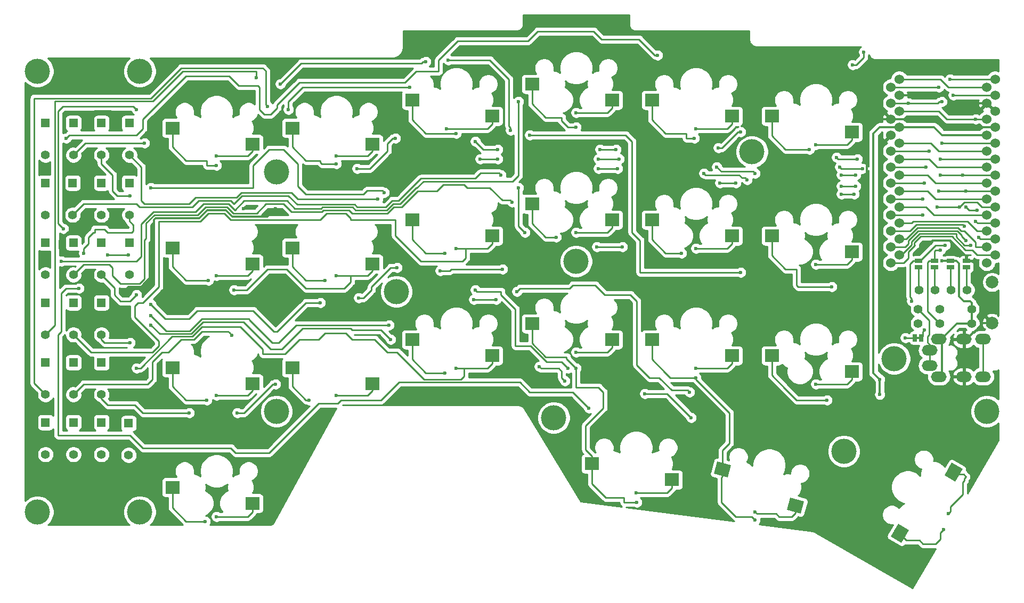
<source format=gtl>
G04 #@! TF.GenerationSoftware,KiCad,Pcbnew,(5.1.0)-1*
G04 #@! TF.CreationDate,2019-06-07T23:15:03+02:00*
G04 #@! TF.ProjectId,prkbd,70726b62-642e-46b6-9963-61645f706362,1*
G04 #@! TF.SameCoordinates,Original*
G04 #@! TF.FileFunction,Copper,L1,Top*
G04 #@! TF.FilePolarity,Positive*
%FSLAX46Y46*%
G04 Gerber Fmt 4.6, Leading zero omitted, Abs format (unit mm)*
G04 Created by KiCad (PCBNEW (5.1.0)-1) date 2019-06-07 23:15:03*
%MOMM*%
%LPD*%
G04 APERTURE LIST*
%ADD10C,4.000000*%
%ADD11R,2.300000X2.000000*%
%ADD12O,2.500000X1.700000*%
%ADD13C,1.397000*%
%ADD14R,0.381000X0.381000*%
%ADD15R,0.635000X1.143000*%
%ADD16R,1.143000X0.635000*%
%ADD17C,2.000000*%
%ADD18C,0.100000*%
%ADD19C,1.524000*%
%ADD20C,1.400000*%
%ADD21R,1.400000X1.400000*%
%ADD22C,0.600000*%
%ADD23C,0.250000*%
%ADD24C,0.380000*%
%ADD25C,0.254000*%
G04 APERTURE END LIST*
D10*
X158750000Y-80645000D03*
X173355000Y-128270000D03*
X127254000Y-122936000D03*
X83185000Y-121920000D03*
X102235000Y-102870000D03*
X83185000Y-83820000D03*
X130810000Y-98044000D03*
D11*
X174610000Y-77510000D03*
X161910000Y-74970000D03*
D10*
X61468000Y-67818000D03*
X45212000Y-67818000D03*
X61468000Y-137922000D03*
X45212000Y-137922000D03*
X196088000Y-121920000D03*
X181356000Y-113538000D03*
D11*
X66660000Y-95925000D03*
X79360000Y-98465000D03*
D12*
X188455000Y-110450000D03*
X186955000Y-114650000D03*
X195455000Y-110450000D03*
X192455000Y-110450000D03*
X195455000Y-116400000D03*
X192455000Y-116400000D03*
X188455000Y-116400000D03*
X186955000Y-112200000D03*
D13*
X192913000Y-102616000D03*
X190373000Y-102616000D03*
X187833000Y-102616000D03*
X185293000Y-102616000D03*
D14*
X185166000Y-110236000D03*
D15*
X185666380Y-110236000D03*
X184665620Y-110236000D03*
D16*
X192829354Y-98008710D03*
X192829354Y-99009470D03*
X190284377Y-99021249D03*
X190284377Y-98020489D03*
X187744377Y-98020489D03*
X187744377Y-99021249D03*
X185204377Y-99021249D03*
X185204377Y-98020489D03*
D13*
X185166000Y-105664000D03*
X185166000Y-107950000D03*
X188595000Y-105664000D03*
X193675000Y-105664000D03*
X193675000Y-107950000D03*
X188595000Y-107950000D03*
D17*
X196908679Y-101383437D03*
X196908679Y-107883437D03*
D11*
X66660000Y-76875000D03*
X79360000Y-79415000D03*
X85710000Y-76875000D03*
X98410000Y-79415000D03*
X104760000Y-72430000D03*
X117460000Y-74970000D03*
X136510000Y-72430000D03*
X123810000Y-69890000D03*
X142860000Y-72430000D03*
X155560000Y-74970000D03*
X85710000Y-95925000D03*
X98410000Y-98465000D03*
X117460000Y-94020000D03*
X104760000Y-91480000D03*
X123810000Y-88940000D03*
X136510000Y-91480000D03*
X142860000Y-91480000D03*
X155560000Y-94020000D03*
X174610000Y-96560000D03*
X161910000Y-94020000D03*
X66660000Y-114975000D03*
X79360000Y-117515000D03*
X85710000Y-114975000D03*
X98410000Y-117515000D03*
X104760000Y-110530000D03*
X117460000Y-113070000D03*
X136510000Y-110530000D03*
X123810000Y-107990000D03*
X155560000Y-113070000D03*
X142860000Y-110530000D03*
X174610000Y-115610000D03*
X161910000Y-113070000D03*
X79360000Y-136565000D03*
X66660000Y-134025000D03*
X146035000Y-132820000D03*
X133335000Y-130280000D03*
D17*
X154060766Y-131180355D03*
D18*
G36*
X152691132Y-131848639D02*
G01*
X153208770Y-129916787D01*
X155430400Y-130512071D01*
X154912762Y-132443923D01*
X152691132Y-131848639D01*
X152691132Y-131848639D01*
G37*
D17*
X165670624Y-136920809D03*
D18*
G36*
X164300990Y-137589093D02*
G01*
X164818628Y-135657241D01*
X167040258Y-136252525D01*
X166522620Y-138184377D01*
X164300990Y-137589093D01*
X164300990Y-137589093D01*
G37*
D17*
X190799050Y-131608655D03*
D18*
G36*
X191090075Y-133104584D02*
G01*
X189358025Y-132104584D01*
X190508025Y-130112726D01*
X192240075Y-131112726D01*
X191090075Y-133104584D01*
X191090075Y-133104584D01*
G37*
D17*
X182249346Y-141337178D03*
D18*
G36*
X182540371Y-142833107D02*
G01*
X180808321Y-141833107D01*
X181958321Y-139841249D01*
X183690371Y-140841249D01*
X182540371Y-142833107D01*
X182540371Y-142833107D01*
G37*
D19*
X182151272Y-69088000D03*
X182151272Y-71628000D03*
X182151272Y-74168000D03*
X182151272Y-76708000D03*
X182151272Y-79248000D03*
X182151272Y-81788000D03*
X182151272Y-84328000D03*
X182151272Y-86868000D03*
X182151272Y-89408000D03*
X182151272Y-91948000D03*
X182151272Y-94488000D03*
X182151272Y-97028000D03*
X197371272Y-97028000D03*
X197371272Y-94488000D03*
X197371272Y-91948000D03*
X197371272Y-89408000D03*
X197371272Y-86868000D03*
X197371272Y-84328000D03*
X197371272Y-81788000D03*
X197371272Y-79248000D03*
X197371272Y-76708000D03*
X197371272Y-74168000D03*
X197371272Y-71628000D03*
X197371272Y-69088000D03*
X180824872Y-70358000D03*
X180824872Y-72898000D03*
X180824872Y-75438000D03*
X180824872Y-77978000D03*
X180824872Y-80518000D03*
X180824872Y-83058000D03*
X180824872Y-85598000D03*
X180824872Y-88138000D03*
X180824872Y-90678000D03*
X180824872Y-93218000D03*
X180824872Y-95758000D03*
X180824872Y-98298000D03*
X196064872Y-98298000D03*
X196064872Y-95758000D03*
X196064872Y-93218000D03*
X196064872Y-90678000D03*
X196064872Y-88138000D03*
X196064872Y-85598000D03*
X196064872Y-83058000D03*
X196064872Y-80518000D03*
X196064872Y-77978000D03*
X196064872Y-75438000D03*
X196064872Y-72898000D03*
X196064872Y-70358000D03*
D20*
X46482000Y-128778000D03*
D21*
X46482000Y-123698000D03*
X46482000Y-114173000D03*
D20*
X46482000Y-119253000D03*
D21*
X46482000Y-104648000D03*
D20*
X46482000Y-109728000D03*
X46482000Y-100203000D03*
D21*
X46482000Y-95123000D03*
D20*
X46482000Y-90678000D03*
D21*
X46482000Y-85598000D03*
X46482000Y-76073000D03*
D20*
X46482000Y-81153000D03*
X50927000Y-128778000D03*
D21*
X50927000Y-123698000D03*
X50927000Y-114173000D03*
D20*
X50927000Y-119253000D03*
X50927000Y-109728000D03*
D21*
X50927000Y-104648000D03*
X50927000Y-95123000D03*
D20*
X50927000Y-100203000D03*
X50801471Y-90678000D03*
D21*
X50801471Y-85598000D03*
X50927000Y-76073000D03*
D20*
X50927000Y-81153000D03*
X55372000Y-128778000D03*
D21*
X55372000Y-123698000D03*
X55372000Y-114173000D03*
D20*
X55372000Y-119253000D03*
X55372000Y-109728000D03*
D21*
X55372000Y-104648000D03*
X55372000Y-95123000D03*
D20*
X55372000Y-100203000D03*
X55372000Y-90678000D03*
D21*
X55372000Y-85598000D03*
X55372000Y-76073000D03*
D20*
X55372000Y-81153000D03*
X59690000Y-128905000D03*
D21*
X59690000Y-123825000D03*
X59817000Y-95123000D03*
D20*
X59817000Y-100203000D03*
X59817000Y-90678000D03*
D21*
X59817000Y-85598000D03*
X59817000Y-76073000D03*
D20*
X59817000Y-81153000D03*
D22*
X186182000Y-85598000D03*
X188722000Y-84328000D03*
X192278000Y-84328000D03*
X73660000Y-81280000D03*
X92710000Y-81280000D03*
X81788000Y-73406000D03*
X110236000Y-76962000D03*
X80010000Y-68834000D03*
X130810000Y-74422000D03*
X49022000Y-98044000D03*
X121666000Y-72644000D03*
X149860000Y-76962000D03*
X106934000Y-66294000D03*
X83820000Y-69850000D03*
X60960000Y-73914000D03*
X49335265Y-92876775D03*
X168910000Y-79502000D03*
X143764000Y-65278000D03*
X49784000Y-78486000D03*
X185928000Y-88138000D03*
X188468000Y-86868000D03*
X192786000Y-86868000D03*
X73660000Y-100330000D03*
X92710000Y-100330000D03*
X76454000Y-102616000D03*
X76114868Y-109813132D03*
X111760000Y-96012000D03*
X130810000Y-93472000D03*
X120650000Y-88646000D03*
X149860000Y-96012000D03*
X138176000Y-95758000D03*
X134112000Y-95758000D03*
X122682000Y-93472000D03*
X121666000Y-86360000D03*
X118872000Y-84328000D03*
X168910000Y-98552000D03*
X156972000Y-99822000D03*
X123444000Y-77978000D03*
X120396000Y-77216000D03*
X110490000Y-66040000D03*
X104394000Y-70358000D03*
X85090000Y-73914000D03*
X62230000Y-79248000D03*
X185928000Y-90678000D03*
X188214000Y-89408000D03*
X191770000Y-89408000D03*
X73660000Y-119380000D03*
X92710000Y-119380000D03*
X83058000Y-117602000D03*
X69342000Y-122174000D03*
X76962000Y-122174000D03*
X111760000Y-115062000D03*
X60960000Y-115062000D03*
X59944000Y-110998000D03*
X130810000Y-112522000D03*
X101092000Y-108204000D03*
X63246000Y-106680000D03*
X60960000Y-103378000D03*
X149860000Y-115062000D03*
X129032000Y-117094000D03*
X124968000Y-114808000D03*
X118110000Y-104140000D03*
X114554000Y-104140000D03*
X102362000Y-99060000D03*
X96266000Y-103886000D03*
X90170000Y-104648000D03*
X63246000Y-104902000D03*
X59690000Y-97028000D03*
X56388000Y-97028000D03*
X168910000Y-117602000D03*
X148844000Y-118872000D03*
X121412000Y-102870000D03*
X119126000Y-99314000D03*
X109220000Y-99568000D03*
X100330000Y-87122000D03*
X63246000Y-86360000D03*
X59944000Y-87630000D03*
X192532000Y-92456000D03*
X194310000Y-91694000D03*
X194564000Y-89916000D03*
X192786000Y-89408000D03*
X176530000Y-64770000D03*
X174752000Y-66802000D03*
X73660000Y-138684000D03*
X140335000Y-134874000D03*
X101346000Y-110490000D03*
X63246000Y-108204000D03*
X159258000Y-137922000D03*
X51816000Y-102362000D03*
X52578000Y-96774000D03*
X132842000Y-121412000D03*
X189992000Y-138176000D03*
X149098000Y-122936000D03*
X141732000Y-119126000D03*
X129540000Y-115062000D03*
X114808000Y-102616000D03*
X99314000Y-88138000D03*
X188952489Y-98020489D03*
X179070000Y-116840000D03*
X179070000Y-119253000D03*
X186182000Y-108966000D03*
X194056000Y-68072000D03*
X192278000Y-72898000D03*
X192278000Y-76708000D03*
X185928000Y-96266000D03*
X177038000Y-117602000D03*
X187452000Y-75438000D03*
X171958000Y-106680000D03*
X95250000Y-107188000D03*
X83058000Y-89662000D03*
X59182000Y-102616000D03*
X59944000Y-116586000D03*
X62230000Y-123698000D03*
X69850000Y-124968000D03*
X69850000Y-124968000D03*
X80772000Y-125984000D03*
X85598000Y-128016000D03*
X83058000Y-93218000D03*
X91186000Y-86106000D03*
X148590000Y-102616000D03*
X136144000Y-115824000D03*
X133604000Y-124968000D03*
X138430000Y-93980000D03*
X142240000Y-88646000D03*
X139954000Y-75946000D03*
X134112000Y-76708000D03*
X118618000Y-78232000D03*
X113030000Y-83058000D03*
X79756000Y-89408000D03*
X77978000Y-89662000D03*
X71120000Y-84074000D03*
X115316000Y-101092000D03*
X125984000Y-101092000D03*
X99314000Y-72136000D03*
X163322000Y-68580000D03*
X158242000Y-68326000D03*
X143764000Y-67564000D03*
X139192000Y-66548000D03*
X120142000Y-66802000D03*
X115062000Y-67564000D03*
X83058000Y-106934000D03*
X72136000Y-104394000D03*
X70612000Y-111506000D03*
X51054000Y-116332000D03*
X56388000Y-116332000D03*
X60198000Y-108712000D03*
X51054000Y-107188000D03*
X56388000Y-107188000D03*
X63246000Y-96774000D03*
X63246000Y-81280000D03*
X59944000Y-83566000D03*
X56896000Y-82296000D03*
X55372000Y-87630000D03*
X51054000Y-87630000D03*
X57150000Y-91440000D03*
X52578000Y-92710000D03*
X49022000Y-96266000D03*
X46228000Y-97536000D03*
X55118000Y-83820000D03*
X52324000Y-83566000D03*
X49530000Y-83312000D03*
X46482000Y-83058000D03*
X57404000Y-74676000D03*
X53340000Y-75184000D03*
X141732000Y-81280000D03*
X126746000Y-78994000D03*
X123444000Y-84836000D03*
X131064000Y-127254000D03*
X130048000Y-131064000D03*
X188976000Y-72644000D03*
X190754000Y-71628000D03*
X183642000Y-72898000D03*
X183134000Y-110236000D03*
X188722000Y-81788000D03*
X186436000Y-83058000D03*
X188722000Y-96266000D03*
X186944000Y-80518000D03*
X188976000Y-79248000D03*
X184150000Y-104394000D03*
X189484000Y-95504000D03*
X194310000Y-75438000D03*
X73660000Y-82804000D03*
X72390000Y-101092000D03*
X72136000Y-120142000D03*
X71882000Y-139446000D03*
X175514000Y-81788000D03*
X172212000Y-81534000D03*
X156972000Y-77470000D03*
X153416000Y-80010000D03*
X137160000Y-80264000D03*
X134620000Y-80264000D03*
X118364000Y-80264000D03*
X114808000Y-78994000D03*
X102108000Y-78486000D03*
X96012000Y-83312000D03*
X92710000Y-82550000D03*
X90932000Y-101092000D03*
X88392000Y-120142000D03*
X176348000Y-83312000D03*
X172720000Y-83058000D03*
X159258000Y-84074000D03*
X153162000Y-83058000D03*
X137668000Y-81788000D03*
X134366000Y-81788000D03*
X118364000Y-81788000D03*
X115570000Y-81788000D03*
X111760000Y-77724000D03*
X109982000Y-96774000D03*
X109982000Y-115824000D03*
X175260000Y-84328000D03*
X172974000Y-84328000D03*
X157988000Y-85090000D03*
X151130000Y-84074000D03*
X137414000Y-83312000D03*
X134366000Y-83312000D03*
X127635000Y-94234000D03*
X130810000Y-115062000D03*
X175260000Y-86106000D03*
X172974000Y-86106000D03*
X156210000Y-85598000D03*
X156210000Y-85598000D03*
X153670000Y-85598000D03*
X130810000Y-76708000D03*
X140462000Y-136398000D03*
X147574000Y-96774000D03*
X149860000Y-116586000D03*
X159258000Y-139192000D03*
X175006000Y-87376000D03*
X172974000Y-87376000D03*
X149606000Y-78486000D03*
X189230000Y-140716000D03*
X167894000Y-80264000D03*
X171450000Y-102108000D03*
X170688000Y-120142000D03*
X193548000Y-95504000D03*
X194818000Y-94234000D03*
X192786000Y-94742000D03*
X188468000Y-70358000D03*
X190246000Y-69088000D03*
D23*
X180824872Y-85598000D02*
X186182000Y-85598000D01*
X197371272Y-84328000D02*
X193294000Y-84328000D01*
X186182000Y-85598000D02*
X186182000Y-85598000D01*
X188722000Y-84328000D02*
X188722000Y-84328000D01*
X193294000Y-84328000D02*
X188722000Y-84328000D01*
X79360000Y-80538000D02*
X79360000Y-79288000D01*
X73660000Y-81280000D02*
X78618000Y-81280000D01*
X78618000Y-81280000D02*
X79360000Y-80538000D01*
X98410000Y-80538000D02*
X98410000Y-79288000D01*
X92710000Y-81280000D02*
X97668000Y-81280000D01*
X97668000Y-81280000D02*
X98410000Y-80538000D01*
X44704000Y-117475000D02*
X46482000Y-119253000D01*
X44704000Y-72136000D02*
X44704000Y-117475000D01*
X81488001Y-73106001D02*
X81488001Y-67772001D01*
X81788000Y-73406000D02*
X81488001Y-73106001D01*
X81488001Y-67772001D02*
X81026000Y-67310000D01*
X81026000Y-67310000D02*
X68072000Y-67310000D01*
X68072000Y-67310000D02*
X63246000Y-72136000D01*
X63246000Y-72136000D02*
X44704000Y-72136000D01*
X117460000Y-76220000D02*
X117460000Y-74970000D01*
X111760000Y-76962000D02*
X116718000Y-76962000D01*
X116718000Y-76962000D02*
X117460000Y-76220000D01*
X46482000Y-109728000D02*
X48006000Y-108204000D01*
X48006000Y-108204000D02*
X48006000Y-72586010D01*
X48006000Y-72586010D02*
X63557990Y-72586010D01*
X63557990Y-72586010D02*
X68326000Y-67818000D01*
X68326000Y-67818000D02*
X80010000Y-67818000D01*
X80010000Y-67818000D02*
X80010000Y-68834000D01*
X111760000Y-76962000D02*
X110236000Y-76962000D01*
X136510000Y-73680000D02*
X136510000Y-72430000D01*
X130810000Y-74422000D02*
X135768000Y-74422000D01*
X135768000Y-74422000D02*
X136510000Y-73680000D01*
X49022000Y-98044000D02*
X60960000Y-98044000D01*
X60960000Y-98044000D02*
X61722000Y-97282000D01*
X61722000Y-92107256D02*
X63659256Y-90170000D01*
X61722000Y-97282000D02*
X61722000Y-92107256D01*
X68072000Y-90170000D02*
X70358000Y-90170000D01*
X68072000Y-90170000D02*
X68326000Y-90170000D01*
X63659256Y-90170000D02*
X68072000Y-90170000D01*
X75543049Y-88943971D02*
X76559048Y-89959970D01*
X70358000Y-90170000D02*
X71584029Y-88943971D01*
X71584029Y-88943971D02*
X75543049Y-88943971D01*
X84893991Y-88449991D02*
X86106000Y-89662000D01*
X76559048Y-89959970D02*
X78069027Y-88449991D01*
X78069027Y-88449991D02*
X84893991Y-88449991D01*
X90295590Y-89662000D02*
X90491600Y-89465990D01*
X86106000Y-89662000D02*
X90295590Y-89662000D01*
X90491600Y-89465990D02*
X95307990Y-89465990D01*
X95307990Y-89465990D02*
X95758000Y-89916000D01*
X100709590Y-89916000D02*
X101725590Y-88900000D01*
X95758000Y-89916000D02*
X100709590Y-89916000D01*
X101725590Y-88900000D02*
X102870000Y-88900000D01*
X105352010Y-86417990D02*
X105477600Y-86417990D01*
X102870000Y-88900000D02*
X105352010Y-86417990D01*
X105477600Y-86417990D02*
X106551590Y-85344000D01*
X106609580Y-85401990D02*
X120707990Y-85401990D01*
X106551590Y-85344000D02*
X106609580Y-85401990D01*
X120707990Y-85401990D02*
X121666000Y-84443980D01*
X121666000Y-84443980D02*
X121666000Y-78232000D01*
X121666000Y-78232000D02*
X121666000Y-72644000D01*
X155560000Y-76220000D02*
X155560000Y-74970000D01*
X149860000Y-76962000D02*
X154818000Y-76962000D01*
X154818000Y-76962000D02*
X155560000Y-76220000D01*
X106509736Y-66294000D02*
X106255736Y-66548000D01*
X106934000Y-66294000D02*
X106509736Y-66294000D01*
X106255736Y-66548000D02*
X87122000Y-66548000D01*
X87122000Y-66548000D02*
X83820000Y-69850000D01*
X60960000Y-73914000D02*
X60452000Y-73406000D01*
X60452000Y-73406000D02*
X55118000Y-73406000D01*
X55118000Y-73406000D02*
X49276000Y-73406000D01*
X49276000Y-73406000D02*
X48514000Y-74168000D01*
X48514000Y-74168000D02*
X48514000Y-90170000D01*
X48514000Y-90170000D02*
X48514000Y-92055510D01*
X48514000Y-92055510D02*
X49335265Y-92876775D01*
X174610000Y-78760000D02*
X174610000Y-77510000D01*
X173868000Y-79502000D02*
X174610000Y-78760000D01*
X168910000Y-79502000D02*
X173868000Y-79502000D01*
X143339736Y-65278000D02*
X140799736Y-62738000D01*
X143764000Y-65278000D02*
X143339736Y-65278000D01*
X140799736Y-62738000D02*
X134874000Y-62738000D01*
X134874000Y-62738000D02*
X133604000Y-61468000D01*
X133604000Y-61468000D02*
X124714000Y-61468000D01*
X124714000Y-61468000D02*
X123190000Y-62992000D01*
X123190000Y-62992000D02*
X112014000Y-62992000D01*
X112014000Y-62992000D02*
X108966000Y-66040000D01*
X108966000Y-66040000D02*
X108966000Y-67818000D01*
X108966000Y-67818000D02*
X105918000Y-67818000D01*
X105918000Y-67818000D02*
X105410000Y-67818000D01*
X105410000Y-67818000D02*
X103632000Y-69596000D01*
X103632000Y-69596000D02*
X86868000Y-69596000D01*
X86868000Y-69596000D02*
X83312000Y-73152000D01*
X83312000Y-73152000D02*
X83312000Y-73660000D01*
X83312000Y-73660000D02*
X82296000Y-74676000D01*
X82296000Y-74676000D02*
X81280000Y-74676000D01*
X81280000Y-74676000D02*
X80518000Y-73914000D01*
X80518000Y-73914000D02*
X80518000Y-72898000D01*
X80518000Y-72898000D02*
X80518000Y-70358000D01*
X80518000Y-70358000D02*
X80264000Y-70104000D01*
X80264000Y-70104000D02*
X77216000Y-70104000D01*
X77216000Y-70104000D02*
X75692000Y-68580000D01*
X75692000Y-68580000D02*
X68834000Y-68580000D01*
X68834000Y-68580000D02*
X61976000Y-75438000D01*
X61976000Y-75438000D02*
X61976000Y-76962000D01*
X61976000Y-76962000D02*
X60960000Y-77978000D01*
X60960000Y-77978000D02*
X52578000Y-77978000D01*
X52578000Y-77978000D02*
X50292000Y-77978000D01*
X50292000Y-77978000D02*
X49784000Y-78486000D01*
X180824872Y-88138000D02*
X181610000Y-88138000D01*
X181610000Y-88138000D02*
X185928000Y-88138000D01*
X197371272Y-86868000D02*
X191770000Y-86868000D01*
X185928000Y-88138000D02*
X185928000Y-88138000D01*
X188468000Y-86868000D02*
X188468000Y-86868000D01*
X191770000Y-86868000D02*
X188468000Y-86868000D01*
X73660000Y-100330000D02*
X78618000Y-100330000D01*
X79360000Y-99588000D02*
X79360000Y-98338000D01*
X78618000Y-100330000D02*
X79360000Y-99588000D01*
X98410000Y-99588000D02*
X98410000Y-98338000D01*
X97668000Y-100330000D02*
X98410000Y-99588000D01*
X94996000Y-100330000D02*
X94996000Y-101346000D01*
X94996000Y-100330000D02*
X97668000Y-100330000D01*
X92710000Y-100330000D02*
X94996000Y-100330000D01*
X94996000Y-101346000D02*
X93980000Y-102362000D01*
X93980000Y-102362000D02*
X87884000Y-102362000D01*
X87884000Y-102362000D02*
X84836000Y-99314000D01*
X84836000Y-99314000D02*
X81788000Y-99314000D01*
X81788000Y-99314000D02*
X78486000Y-102616000D01*
X78486000Y-102616000D02*
X76454000Y-102616000D01*
X52578000Y-117602000D02*
X50927000Y-119253000D01*
X62738000Y-117602000D02*
X52578000Y-117602000D01*
X63500000Y-114046000D02*
X63500000Y-116840000D01*
X65024000Y-112522000D02*
X63500000Y-114046000D01*
X66040000Y-112522000D02*
X65024000Y-112522000D01*
X75521736Y-109220000D02*
X71374000Y-109220000D01*
X71374000Y-109220000D02*
X70104000Y-110490000D01*
X70104000Y-110490000D02*
X68072000Y-110490000D01*
X63500000Y-116840000D02*
X62738000Y-117602000D01*
X68072000Y-110490000D02*
X66040000Y-112522000D01*
X75733868Y-109432132D02*
X76114868Y-109813132D01*
X75733868Y-109432132D02*
X75521736Y-109220000D01*
X117460000Y-95270000D02*
X117460000Y-94020000D01*
X116718000Y-96012000D02*
X117460000Y-95270000D01*
X113284000Y-96012000D02*
X116718000Y-96012000D01*
X111760000Y-96012000D02*
X113284000Y-96012000D01*
X53721000Y-112522000D02*
X50927000Y-109728000D01*
X63500000Y-112522000D02*
X53721000Y-112522000D01*
X64516000Y-110744000D02*
X64516000Y-111506000D01*
X60706000Y-106934000D02*
X64516000Y-110744000D01*
X60706000Y-105156000D02*
X60706000Y-106934000D01*
X61214000Y-104648000D02*
X60706000Y-105156000D01*
X61976000Y-104648000D02*
X61214000Y-104648000D01*
X64516000Y-102108000D02*
X61976000Y-104648000D01*
X102108000Y-91440000D02*
X94996000Y-91440000D01*
X102108000Y-93980000D02*
X102108000Y-91440000D01*
X74930000Y-90424000D02*
X72390000Y-90424000D01*
X106172000Y-98044000D02*
X102108000Y-93980000D01*
X112776000Y-98044000D02*
X106172000Y-98044000D01*
X113284000Y-97536000D02*
X112776000Y-98044000D01*
X64516000Y-91694000D02*
X64516000Y-102108000D01*
X64516000Y-111506000D02*
X63500000Y-112522000D01*
X94996000Y-91440000D02*
X94996000Y-91186000D01*
X94996000Y-91186000D02*
X94234000Y-90424000D01*
X75946000Y-91440000D02*
X74930000Y-90424000D01*
X72390000Y-90424000D02*
X71120000Y-91694000D01*
X94234000Y-90424000D02*
X91186000Y-90424000D01*
X91186000Y-90424000D02*
X90170000Y-91440000D01*
X113284000Y-96012000D02*
X113284000Y-97536000D01*
X90170000Y-91440000D02*
X75946000Y-91440000D01*
X71120000Y-91694000D02*
X64516000Y-91694000D01*
X130810000Y-93472000D02*
X135768000Y-93472000D01*
X136510000Y-92730000D02*
X136510000Y-91480000D01*
X135768000Y-93472000D02*
X136510000Y-92730000D01*
X57150000Y-100330000D02*
X57150000Y-99060000D01*
X58420000Y-101600000D02*
X57150000Y-100330000D01*
X61468000Y-101600000D02*
X58420000Y-101600000D01*
X62230000Y-100838000D02*
X61468000Y-101600000D01*
X62230000Y-94695002D02*
X62230000Y-100838000D01*
X62484000Y-94441002D02*
X62230000Y-94695002D01*
X52578000Y-98552000D02*
X50927000Y-100203000D01*
X62484000Y-91981666D02*
X62484000Y-94441002D01*
X63801685Y-90663981D02*
X62484000Y-91981666D01*
X76372648Y-90409980D02*
X75356648Y-89393980D01*
X80024020Y-90409980D02*
X76372648Y-90409980D01*
X81534000Y-88900000D02*
X80024020Y-90409980D01*
X56642000Y-98552000D02*
X52578000Y-98552000D01*
X84328000Y-88900000D02*
X81534000Y-88900000D01*
X85598000Y-90170000D02*
X84328000Y-88900000D01*
X100838000Y-90424000D02*
X95250000Y-90424000D01*
X75356648Y-89393980D02*
X71896020Y-89393980D01*
X90424000Y-90170000D02*
X85598000Y-90170000D01*
X70626020Y-90663980D02*
X63801685Y-90663981D01*
X113538000Y-86360000D02*
X113030000Y-85852000D01*
X90678000Y-89916000D02*
X90424000Y-90170000D01*
X71896020Y-89393980D02*
X70626020Y-90663980D01*
X119080001Y-88346001D02*
X117094000Y-86360000D01*
X113030000Y-85852000D02*
X109728000Y-85852000D01*
X109728000Y-85852000D02*
X108712000Y-86868000D01*
X120650000Y-88646000D02*
X120350001Y-88346001D01*
X57150000Y-99060000D02*
X56642000Y-98552000D01*
X120350001Y-88346001D02*
X119080001Y-88346001D01*
X108712000Y-86868000D02*
X105664000Y-86868000D01*
X105664000Y-86868000D02*
X103124000Y-89408000D01*
X103124000Y-89408000D02*
X101854000Y-89408000D01*
X117094000Y-86360000D02*
X113538000Y-86360000D01*
X95250000Y-90424000D02*
X94742000Y-89916000D01*
X101854000Y-89408000D02*
X100838000Y-90424000D01*
X94742000Y-89916000D02*
X90678000Y-89916000D01*
X149860000Y-96012000D02*
X154818000Y-96012000D01*
X155560000Y-95270000D02*
X155560000Y-94020000D01*
X154818000Y-96012000D02*
X155560000Y-95270000D01*
X138176000Y-95758000D02*
X134112000Y-95758000D01*
X122682000Y-93472000D02*
X121666000Y-92456000D01*
X121666000Y-92456000D02*
X121666000Y-86360000D01*
X52579471Y-88900000D02*
X50801471Y-90678000D01*
X60960000Y-88900000D02*
X52579471Y-88900000D01*
X61468000Y-89408000D02*
X60960000Y-88900000D01*
X69850000Y-89408000D02*
X61468000Y-89408000D01*
X106368009Y-84893991D02*
X106114009Y-84893991D01*
X106426000Y-84836000D02*
X106368009Y-84893991D01*
X100581180Y-89408000D02*
X96012000Y-89408000D01*
X114808000Y-84836000D02*
X106426000Y-84836000D01*
X115615999Y-84028001D02*
X114808000Y-84836000D01*
X118872000Y-84328000D02*
X118572001Y-84028001D01*
X85090000Y-87630000D02*
X77724000Y-87630000D01*
X75946000Y-88392000D02*
X70866000Y-88392000D01*
X106114009Y-84893991D02*
X102616000Y-88392000D01*
X86475980Y-89015980D02*
X85090000Y-87630000D01*
X76454000Y-88900000D02*
X75946000Y-88392000D01*
X70866000Y-88392000D02*
X69850000Y-89408000D01*
X102616000Y-88392000D02*
X101597180Y-88392000D01*
X101597180Y-88392000D02*
X100581180Y-89408000D01*
X96012000Y-89408000D02*
X95619980Y-89015980D01*
X118572001Y-84028001D02*
X115615999Y-84028001D01*
X95619980Y-89015980D02*
X86475980Y-89015980D01*
X77724000Y-87630000D02*
X76454000Y-88900000D01*
X174610000Y-97810000D02*
X174610000Y-96560000D01*
X168910000Y-98552000D02*
X173868000Y-98552000D01*
X173868000Y-98552000D02*
X174610000Y-97810000D01*
X156972000Y-99822000D02*
X140970000Y-99822000D01*
X140970000Y-99822000D02*
X140970000Y-94742000D01*
X140970000Y-94742000D02*
X139700000Y-93472000D01*
X139700000Y-93472000D02*
X139700000Y-78994000D01*
X139700000Y-78994000D02*
X138684000Y-77978000D01*
X138684000Y-77978000D02*
X123444000Y-77978000D01*
X120396000Y-76791736D02*
X120142000Y-76537736D01*
X120396000Y-77216000D02*
X120396000Y-76791736D01*
X120142000Y-76537736D02*
X120142000Y-69088000D01*
X120142000Y-69088000D02*
X117094000Y-66040000D01*
X117094000Y-66040000D02*
X110490000Y-66040000D01*
X104394000Y-70358000D02*
X87376000Y-70358000D01*
X87376000Y-70358000D02*
X85090000Y-72644000D01*
X85090000Y-72644000D02*
X85090000Y-73914000D01*
X52832000Y-79248000D02*
X50927000Y-81153000D01*
X62230000Y-79248000D02*
X52832000Y-79248000D01*
X180824872Y-90678000D02*
X181610000Y-90678000D01*
X181610000Y-90678000D02*
X185674000Y-90678000D01*
X185674000Y-90678000D02*
X185928000Y-90678000D01*
X185928000Y-90678000D02*
X185928000Y-90678000D01*
X188214000Y-89408000D02*
X188214000Y-89408000D01*
X191770000Y-89408000D02*
X188214000Y-89408000D01*
X192532000Y-88646000D02*
X191770000Y-89408000D01*
X194564000Y-88646000D02*
X192532000Y-88646000D01*
X197371272Y-89408000D02*
X195326000Y-89408000D01*
X195326000Y-89408000D02*
X194564000Y-88646000D01*
X79360000Y-118638000D02*
X79360000Y-117388000D01*
X73660000Y-119380000D02*
X78618000Y-119380000D01*
X78618000Y-119380000D02*
X79360000Y-118638000D01*
X98410000Y-118638000D02*
X98410000Y-117388000D01*
X92710000Y-119380000D02*
X97668000Y-119380000D01*
X97668000Y-119380000D02*
X98410000Y-118638000D01*
X55372000Y-119888000D02*
X55372000Y-119253000D01*
X82633736Y-117602000D02*
X78061736Y-122174000D01*
X83058000Y-117602000D02*
X82633736Y-117602000D01*
X78061736Y-122174000D02*
X76962000Y-122174000D01*
X60706000Y-120904000D02*
X56388000Y-120904000D01*
X61976000Y-122174000D02*
X60706000Y-120904000D01*
X56388000Y-120904000D02*
X55372000Y-119888000D01*
X69342000Y-122174000D02*
X61976000Y-122174000D01*
X117460000Y-114320000D02*
X117460000Y-113070000D01*
X116718000Y-115062000D02*
X117460000Y-114320000D01*
X113030000Y-115062000D02*
X116718000Y-115062000D01*
X111760000Y-115062000D02*
X113030000Y-115062000D01*
X112522000Y-116840000D02*
X113030000Y-116332000D01*
X106680000Y-116840000D02*
X112522000Y-116840000D01*
X102362000Y-112522000D02*
X106680000Y-116840000D01*
X113030000Y-116332000D02*
X113030000Y-115062000D01*
X100838000Y-112522000D02*
X102362000Y-112522000D01*
X95250000Y-110490000D02*
X98806000Y-110490000D01*
X94234000Y-109474000D02*
X95250000Y-110490000D01*
X98806000Y-110490000D02*
X100838000Y-112522000D01*
X89916000Y-110490000D02*
X90932000Y-109474000D01*
X73914000Y-108458000D02*
X77470000Y-108458000D01*
X77470000Y-108458000D02*
X81026000Y-112014000D01*
X81026000Y-112776000D02*
X84582000Y-112776000D01*
X90932000Y-109474000D02*
X94234000Y-109474000D01*
X84582000Y-112776000D02*
X86868000Y-110490000D01*
X81026000Y-112014000D02*
X81026000Y-112776000D01*
X86868000Y-110490000D02*
X89916000Y-110490000D01*
X73914000Y-108458000D02*
X71374000Y-108458000D01*
X69792010Y-110039990D02*
X67760010Y-110039990D01*
X71374000Y-108458000D02*
X69792010Y-110039990D01*
X66618420Y-110039990D02*
X61596410Y-115062000D01*
X67760010Y-110039990D02*
X66618420Y-110039990D01*
X61596410Y-115062000D02*
X60960000Y-115062000D01*
X55372000Y-110490000D02*
X55880000Y-110998000D01*
X59944000Y-110998000D02*
X55880000Y-110998000D01*
X55372000Y-110490000D02*
X55372000Y-109728000D01*
X136510000Y-111780000D02*
X136510000Y-110530000D01*
X130810000Y-112522000D02*
X135768000Y-112522000D01*
X135768000Y-112522000D02*
X136510000Y-111780000D01*
X86868000Y-108204000D02*
X86360000Y-108204000D01*
X101092000Y-108204000D02*
X86868000Y-108204000D01*
X86360000Y-108204000D02*
X83566000Y-110998000D01*
X83566000Y-110998000D02*
X82550000Y-110998000D01*
X82550000Y-110998000D02*
X78994000Y-107442000D01*
X71313189Y-107245991D02*
X69419210Y-109139970D01*
X78994000Y-107442000D02*
X78797990Y-107245990D01*
X78797990Y-107245990D02*
X71313189Y-107245991D01*
X69419210Y-109139970D02*
X65705970Y-109139970D01*
X65705970Y-109139970D02*
X63246000Y-106680000D01*
X57467500Y-102298500D02*
X55372000Y-100203000D01*
X57467500Y-103441500D02*
X57467500Y-102298500D01*
X58420000Y-104394000D02*
X57467500Y-103441500D01*
X59944000Y-104394000D02*
X58420000Y-104394000D01*
X60960000Y-103378000D02*
X59944000Y-104394000D01*
X155560000Y-114320000D02*
X155560000Y-113070000D01*
X149860000Y-115062000D02*
X154818000Y-115062000D01*
X154818000Y-115062000D02*
X155560000Y-114320000D01*
X118110000Y-104140000D02*
X114554000Y-104140000D01*
X102362000Y-99060000D02*
X101346000Y-99060000D01*
X101346000Y-99060000D02*
X98298000Y-102108000D01*
X98298000Y-102108000D02*
X98298000Y-102616000D01*
X98298000Y-102616000D02*
X97028000Y-103886000D01*
X97028000Y-103886000D02*
X96266000Y-103886000D01*
X90170000Y-104648000D02*
X87884000Y-104648000D01*
X87884000Y-104648000D02*
X83312000Y-109220000D01*
X83312000Y-109220000D02*
X82804000Y-109220000D01*
X82804000Y-109220000D02*
X79502000Y-105918000D01*
X79502000Y-105918000D02*
X72898000Y-105918000D01*
X72898000Y-105918000D02*
X70612000Y-105918000D01*
X70612000Y-105918000D02*
X69342000Y-107188000D01*
X69342000Y-107188000D02*
X65532000Y-107188000D01*
X65532000Y-107188000D02*
X63246000Y-104902000D01*
X59690000Y-97028000D02*
X56388000Y-97028000D01*
X125267999Y-115107999D02*
X128061999Y-115107999D01*
X124968000Y-114808000D02*
X125267999Y-115107999D01*
X128061999Y-115107999D02*
X128524000Y-115570000D01*
X128524000Y-116586000D02*
X129032000Y-117094000D01*
X128524000Y-115570000D02*
X128524000Y-116586000D01*
X174610000Y-116860000D02*
X174610000Y-115610000D01*
X168910000Y-117602000D02*
X173868000Y-117602000D01*
X173868000Y-117602000D02*
X174610000Y-116860000D01*
X174610000Y-116860000D02*
X174498000Y-116972000D01*
X148544001Y-118572001D02*
X146004001Y-118572001D01*
X148844000Y-118872000D02*
X148544001Y-118572001D01*
X146004001Y-118572001D02*
X144018000Y-116586000D01*
X144018000Y-116586000D02*
X142494000Y-116586000D01*
X142494000Y-116586000D02*
X140462000Y-114554000D01*
X140462000Y-104394000D02*
X139446000Y-103378000D01*
X140462000Y-114554000D02*
X140462000Y-104394000D01*
X139446000Y-103378000D02*
X135382000Y-103378000D01*
X135382000Y-103378000D02*
X133858000Y-101854000D01*
X130302000Y-101854000D02*
X129794000Y-102362000D01*
X133858000Y-101854000D02*
X130302000Y-101854000D01*
X129794000Y-102362000D02*
X121920000Y-102362000D01*
X121920000Y-102362000D02*
X121412000Y-102870000D01*
X110744000Y-99568000D02*
X109220000Y-99568000D01*
X110998000Y-99314000D02*
X110744000Y-99568000D01*
X119126000Y-99314000D02*
X110998000Y-99314000D01*
X100030001Y-86822001D02*
X97581999Y-86822001D01*
X100330000Y-87122000D02*
X100030001Y-86822001D01*
X97028000Y-87376000D02*
X87884000Y-87376000D01*
X97581999Y-86822001D02*
X97028000Y-87376000D01*
X87884000Y-87376000D02*
X86614000Y-86106000D01*
X86614000Y-86106000D02*
X86614000Y-82550000D01*
X86614000Y-82550000D02*
X84328000Y-80264000D01*
X84328000Y-80264000D02*
X82042000Y-80264000D01*
X82042000Y-80264000D02*
X80264000Y-82042000D01*
X80264000Y-82042000D02*
X79502000Y-82804000D01*
X79502000Y-82804000D02*
X79502000Y-83566000D01*
X79502000Y-83566000D02*
X79502000Y-86360000D01*
X79502000Y-86360000D02*
X63246000Y-86360000D01*
X63246000Y-86360000D02*
X63246000Y-86360000D01*
X59944000Y-87630000D02*
X57912000Y-87630000D01*
X57912000Y-87630000D02*
X57150000Y-86868000D01*
X57150000Y-86868000D02*
X57150000Y-84328000D01*
X55372000Y-82550000D02*
X55372000Y-81153000D01*
X57150000Y-84328000D02*
X55372000Y-82550000D01*
X180824872Y-93218000D02*
X183388000Y-93218000D01*
X183388000Y-93218000D02*
X183896000Y-93218000D01*
X183896000Y-93218000D02*
X184150000Y-92964000D01*
X184150000Y-92964000D02*
X184150000Y-92964000D01*
X184150000Y-92964000D02*
X184912000Y-92202000D01*
X184912000Y-92202000D02*
X192278000Y-92202000D01*
X192278000Y-92202000D02*
X192532000Y-92456000D01*
X192532000Y-92456000D02*
X192532000Y-92456000D01*
X194609999Y-91993999D02*
X195280001Y-91993999D01*
X194310000Y-91694000D02*
X194609999Y-91993999D01*
X195326000Y-91948000D02*
X197371272Y-91948000D01*
X195280001Y-91993999D02*
X195326000Y-91948000D01*
X194564000Y-89916000D02*
X193294000Y-89916000D01*
X193294000Y-89916000D02*
X192786000Y-89408000D01*
X175343736Y-66802000D02*
X174752000Y-66802000D01*
X174752000Y-66802000D02*
X174752000Y-66802000D01*
X176530000Y-65615736D02*
X176530000Y-64770000D01*
X176317868Y-65827868D02*
X176530000Y-65615736D01*
X176317868Y-65827868D02*
X175343736Y-66802000D01*
X79360000Y-137942000D02*
X79360000Y-136692000D01*
X73660000Y-138684000D02*
X78618000Y-138684000D01*
X78618000Y-138684000D02*
X79360000Y-137942000D01*
X146035000Y-134132000D02*
X146035000Y-132882000D01*
X140335000Y-134874000D02*
X145293000Y-134874000D01*
X145293000Y-134874000D02*
X146035000Y-134132000D01*
X101346000Y-110490000D02*
X99822000Y-108966000D01*
X99822000Y-108966000D02*
X95250000Y-108966000D01*
X95250000Y-108966000D02*
X94996000Y-108712000D01*
X94996000Y-108712000D02*
X87376000Y-108712000D01*
X87376000Y-108712000D02*
X84074000Y-112014000D01*
X84074000Y-112014000D02*
X82296000Y-112014000D01*
X82296000Y-112014000D02*
X77978000Y-107696000D01*
X69605610Y-109589980D02*
X67946410Y-109589980D01*
X77978000Y-107696000D02*
X71499590Y-107696000D01*
X71499590Y-107696000D02*
X69605610Y-109589980D01*
X67946410Y-109589980D02*
X66663980Y-109589980D01*
X66663980Y-109589980D02*
X64631980Y-109589980D01*
X64631980Y-109589980D02*
X63246000Y-108204000D01*
X165670624Y-138113376D02*
X165670624Y-136920809D01*
X165100000Y-138684000D02*
X165670624Y-138113376D01*
X163068000Y-138684000D02*
X165100000Y-138684000D01*
X162605999Y-138221999D02*
X163068000Y-138684000D01*
X159258000Y-137922000D02*
X159557999Y-138221999D01*
X159557999Y-138221999D02*
X162605999Y-138221999D01*
X121862010Y-117290010D02*
X102673990Y-117290010D01*
X102673990Y-117290010D02*
X99822000Y-120142000D01*
X99822000Y-120142000D02*
X94488000Y-120142000D01*
X94488000Y-120142000D02*
X93472000Y-120142000D01*
X93472000Y-120142000D02*
X92964000Y-120650000D01*
X92964000Y-120650000D02*
X89916000Y-120650000D01*
X89916000Y-120650000D02*
X88392000Y-122174000D01*
X88392000Y-122174000D02*
X82042000Y-128524000D01*
X82042000Y-128524000D02*
X76708000Y-128524000D01*
X76708000Y-128524000D02*
X75946000Y-127762000D01*
X75946000Y-127762000D02*
X61976000Y-127762000D01*
X61976000Y-127762000D02*
X59944000Y-125730000D01*
X59944000Y-125730000D02*
X48514000Y-125730000D01*
X48456010Y-125672010D02*
X48456010Y-109785990D01*
X48514000Y-125730000D02*
X48456010Y-125672010D01*
X48456010Y-109785990D02*
X49022000Y-109220000D01*
X49022000Y-109220000D02*
X49022000Y-103124000D01*
X49022000Y-103124000D02*
X49784000Y-102362000D01*
X49784000Y-102362000D02*
X51816000Y-102362000D01*
X59817000Y-91667949D02*
X59817000Y-90678000D01*
X60452000Y-93218000D02*
X60452000Y-92302949D01*
X55880000Y-92964000D02*
X56388000Y-93472000D01*
X54356000Y-92964000D02*
X55880000Y-92964000D01*
X60452000Y-92302949D02*
X59817000Y-91667949D01*
X60198000Y-93472000D02*
X60452000Y-93218000D01*
X52578000Y-96774000D02*
X52578000Y-96012000D01*
X52578000Y-96012000D02*
X53340000Y-95250000D01*
X53340000Y-95250000D02*
X53340000Y-94234000D01*
X53340000Y-94234000D02*
X54102000Y-93472000D01*
X56388000Y-93472000D02*
X60198000Y-93472000D01*
X54102000Y-93472000D02*
X54356000Y-93472000D01*
X54356000Y-93472000D02*
X54356000Y-92964000D01*
X123444000Y-118872000D02*
X130302000Y-118872000D01*
X123444000Y-118872000D02*
X121862010Y-117290010D01*
X130302000Y-118872000D02*
X132842000Y-121412000D01*
X192375655Y-131923655D02*
X191034050Y-131923655D01*
X192786000Y-132334000D02*
X192375655Y-131923655D01*
X192532000Y-132588000D02*
X192786000Y-132334000D01*
X190291999Y-137876001D02*
X190291999Y-137114001D01*
X189992000Y-138176000D02*
X190291999Y-137876001D01*
X190291999Y-137114001D02*
X192278000Y-135128000D01*
X192278000Y-135128000D02*
X192278000Y-133167605D01*
X192278000Y-133167605D02*
X192532000Y-132913605D01*
X192532000Y-132913605D02*
X192532000Y-132588000D01*
X149098000Y-122936000D02*
X145288000Y-119126000D01*
X145288000Y-119126000D02*
X141732000Y-119126000D01*
X121158000Y-111506000D02*
X121158000Y-105664000D01*
X121158000Y-105664000D02*
X118872000Y-103378000D01*
X118872000Y-103378000D02*
X118872000Y-102870000D01*
X118872000Y-102870000D02*
X116840000Y-102870000D01*
X116840000Y-102870000D02*
X115062000Y-102870000D01*
X115062000Y-102870000D02*
X114808000Y-102616000D01*
X61722000Y-83058000D02*
X59817000Y-81153000D01*
X61722000Y-88392000D02*
X61722000Y-83058000D01*
X62230000Y-88900000D02*
X61722000Y-88392000D01*
X69342000Y-88900000D02*
X62230000Y-88900000D01*
X99314000Y-88138000D02*
X86614000Y-88138000D01*
X85598000Y-87122000D02*
X77595590Y-87122000D01*
X77595590Y-87122000D02*
X76833590Y-87884000D01*
X86614000Y-88138000D02*
X85598000Y-87122000D01*
X76833590Y-87884000D02*
X70358000Y-87884000D01*
X70358000Y-87884000D02*
X69342000Y-88900000D01*
X123569590Y-111506000D02*
X126109590Y-114046000D01*
X121158000Y-111506000D02*
X123569590Y-111506000D01*
X128524000Y-114046000D02*
X129540000Y-115062000D01*
X126109590Y-114046000D02*
X128524000Y-114046000D01*
D24*
X188976000Y-77978000D02*
X196064872Y-77978000D01*
X182151272Y-76708000D02*
X187706000Y-76708000D01*
X187706000Y-76708000D02*
X188976000Y-77978000D01*
X188952489Y-98020489D02*
X190284377Y-98020489D01*
X193675000Y-105664000D02*
X193675000Y-107950000D01*
X188855000Y-110450000D02*
X188455000Y-110450000D01*
X191355000Y-107950000D02*
X188855000Y-110450000D01*
X193675000Y-107950000D02*
X191355000Y-107950000D01*
X188455000Y-110450000D02*
X188976000Y-110971000D01*
X188976000Y-115879000D02*
X188455000Y-116400000D01*
X188976000Y-110971000D02*
X188976000Y-115879000D01*
X179070000Y-116840000D02*
X179070000Y-117348000D01*
X179070000Y-76708000D02*
X182151272Y-76708000D01*
X178054000Y-77724000D02*
X179070000Y-76708000D01*
X179070000Y-116840000D02*
X178054000Y-115824000D01*
X178054000Y-115824000D02*
X178054000Y-77724000D01*
X179070000Y-116840000D02*
X179070000Y-119253000D01*
X190284377Y-98020489D02*
X191238489Y-98020489D01*
X193675000Y-104676172D02*
X193675000Y-105664000D01*
X191238489Y-98020489D02*
X191643000Y-98425000D01*
X191643000Y-103632000D02*
X192405000Y-104394000D01*
X192405000Y-104394000D02*
X193392828Y-104394000D01*
X191643000Y-98425000D02*
X191643000Y-103632000D01*
X193392828Y-104394000D02*
X193675000Y-104676172D01*
D23*
X186955000Y-112200000D02*
X186955000Y-114650000D01*
X186955000Y-111263000D02*
X186955000Y-112200000D01*
X186690000Y-110998000D02*
X186955000Y-111263000D01*
X186690000Y-109982000D02*
X186690000Y-110998000D01*
X186944000Y-109728000D02*
X186690000Y-109982000D01*
X186944000Y-107442000D02*
X186944000Y-109728000D01*
X185166000Y-105664000D02*
X186944000Y-107442000D01*
X185928000Y-109989501D02*
X185681501Y-110236000D01*
X195455000Y-116400000D02*
X195455000Y-110450000D01*
X185928000Y-109220000D02*
X186182000Y-108966000D01*
X185928000Y-109220000D02*
X185928000Y-109989501D01*
D24*
X197334872Y-74168000D02*
X196064872Y-72898000D01*
X197371272Y-74168000D02*
X197334872Y-74168000D01*
X196064872Y-72898000D02*
X192278000Y-72898000D01*
X190500000Y-72898000D02*
X189230000Y-71628000D01*
X189230000Y-71628000D02*
X182151272Y-71628000D01*
X187960000Y-75438000D02*
X187452000Y-75438000D01*
X197371272Y-76708000D02*
X192278000Y-76708000D01*
X189230000Y-76708000D02*
X187960000Y-75438000D01*
X192278000Y-72898000D02*
X190500000Y-72898000D01*
X192278000Y-76708000D02*
X189230000Y-76708000D01*
X192829354Y-97311210D02*
X192829354Y-98008710D01*
X190260144Y-94742000D02*
X192829354Y-97311210D01*
X187452000Y-94742000D02*
X190260144Y-94742000D01*
X185928000Y-96266000D02*
X187452000Y-94742000D01*
X195494466Y-107883437D02*
X196908679Y-107883437D01*
X194339402Y-109038501D02*
X195494466Y-107883437D01*
X194237499Y-109038501D02*
X194339402Y-109038501D01*
X194237499Y-109067501D02*
X194237499Y-109038501D01*
X192455000Y-110450000D02*
X192855000Y-110450000D01*
X192855000Y-110450000D02*
X194237499Y-109067501D01*
X193780854Y-98008710D02*
X192829354Y-98008710D01*
X195072000Y-99299856D02*
X193780854Y-98008710D01*
X195072000Y-107460971D02*
X195072000Y-99299856D01*
X195494466Y-107883437D02*
X195072000Y-107460971D01*
X192455000Y-110450000D02*
X192455000Y-116400000D01*
X187452000Y-75438000D02*
X180824872Y-75438000D01*
X178816000Y-75438000D02*
X180824872Y-75438000D01*
X177038000Y-117602000D02*
X177038000Y-106680000D01*
X177038000Y-77216000D02*
X178816000Y-75438000D01*
X177038000Y-106680000D02*
X177038000Y-77216000D01*
X177038000Y-106680000D02*
X171958000Y-106680000D01*
X171958000Y-106680000D02*
X171958000Y-106680000D01*
X171958000Y-106680000D02*
X161544000Y-106680000D01*
X161544000Y-106680000D02*
X157480000Y-102616000D01*
X157480000Y-102616000D02*
X148590000Y-102616000D01*
X136144000Y-102616000D02*
X134620000Y-101092000D01*
X134620000Y-101092000D02*
X125984000Y-101092000D01*
X109631999Y-105760001D02*
X99410001Y-105760001D01*
X114300000Y-101092000D02*
X109631999Y-105760001D01*
X99410001Y-105760001D02*
X96677999Y-105760001D01*
X96677999Y-105760001D02*
X95250000Y-107188000D01*
X75143324Y-89908990D02*
X72176676Y-89908990D01*
X76159324Y-90924990D02*
X75143324Y-89908990D01*
X83058000Y-89662000D02*
X81795010Y-90924990D01*
X81795010Y-90924990D02*
X76159324Y-90924990D01*
X70906676Y-91178990D02*
X64015010Y-91178990D01*
X72176676Y-89908990D02*
X70906676Y-91178990D01*
X64015010Y-91178990D02*
X63754000Y-91440000D01*
X63754000Y-91440000D02*
X63754000Y-93726000D01*
X63754000Y-100042334D02*
X61681324Y-102115010D01*
X61681324Y-102115010D02*
X59682990Y-102115010D01*
X59682990Y-102115010D02*
X59182000Y-102616000D01*
X62529999Y-123997999D02*
X68879999Y-123997999D01*
X62230000Y-123698000D02*
X62529999Y-123997999D01*
X68879999Y-123997999D02*
X69850000Y-124968000D01*
X69850000Y-124968000D02*
X79756000Y-124968000D01*
X79756000Y-124968000D02*
X80772000Y-125984000D01*
X136144000Y-116248264D02*
X136906000Y-117010264D01*
X136144000Y-115824000D02*
X136144000Y-116248264D01*
X136906000Y-117010264D02*
X136906000Y-121666000D01*
X136906000Y-121666000D02*
X133604000Y-124968000D01*
X139192000Y-97790000D02*
X139700000Y-97282000D01*
X139192000Y-102616000D02*
X139192000Y-97790000D01*
X139192000Y-102616000D02*
X136144000Y-102616000D01*
X148590000Y-102616000D02*
X139192000Y-102616000D01*
X139700000Y-97282000D02*
X139700000Y-95250000D01*
X139700000Y-95250000D02*
X138430000Y-93980000D01*
X142240000Y-88646000D02*
X141732000Y-88138000D01*
X141732000Y-88138000D02*
X141732000Y-81280000D01*
X141732000Y-77724000D02*
X139954000Y-75946000D01*
X139954000Y-75946000D02*
X134874000Y-75946000D01*
X134874000Y-75946000D02*
X134112000Y-76708000D01*
X118618000Y-78232000D02*
X120142000Y-79756000D01*
X119550264Y-83058000D02*
X113030000Y-83058000D01*
X113030000Y-83058000D02*
X113030000Y-83058000D01*
X119634000Y-83058000D02*
X120142000Y-82550000D01*
X119550264Y-83058000D02*
X119634000Y-83058000D01*
X120142000Y-79756000D02*
X120142000Y-82550000D01*
X79756000Y-89408000D02*
X78232000Y-89408000D01*
X78232000Y-89408000D02*
X77978000Y-89662000D01*
X115316000Y-101092000D02*
X114300000Y-101092000D01*
X125984000Y-101092000D02*
X115316000Y-101092000D01*
X113030000Y-83058000D02*
X110236000Y-83058000D01*
X110236000Y-83058000D02*
X99314000Y-72136000D01*
X163322000Y-68580000D02*
X158496000Y-68580000D01*
X158496000Y-68580000D02*
X158242000Y-68326000D01*
X143764000Y-67564000D02*
X140462000Y-67564000D01*
X140462000Y-67564000D02*
X139446000Y-66548000D01*
X139446000Y-66548000D02*
X139192000Y-66548000D01*
X82758001Y-106634001D02*
X81996001Y-106634001D01*
X83058000Y-106934000D02*
X82758001Y-106634001D01*
X81996001Y-106634001D02*
X79756000Y-104394000D01*
X79756000Y-104394000D02*
X72136000Y-104394000D01*
X59944000Y-116586000D02*
X57150000Y-116586000D01*
X57150000Y-116586000D02*
X56896000Y-116332000D01*
X56896000Y-116332000D02*
X56388000Y-116332000D01*
X56388000Y-116332000D02*
X51054000Y-116332000D01*
X60198000Y-108712000D02*
X57912000Y-108712000D01*
X57912000Y-108712000D02*
X56388000Y-107188000D01*
X56388000Y-107188000D02*
X56388000Y-107188000D01*
X56388000Y-107188000D02*
X51054000Y-107188000D01*
X63754000Y-97282000D02*
X63246000Y-96774000D01*
X63754000Y-98044000D02*
X63754000Y-97282000D01*
X63754000Y-98044000D02*
X63754000Y-100042334D01*
X63754000Y-93726000D02*
X63754000Y-98044000D01*
X71120000Y-84074000D02*
X66040000Y-84074000D01*
X66040000Y-84074000D02*
X63246000Y-81280000D01*
X59944000Y-83566000D02*
X58166000Y-83566000D01*
X58166000Y-83566000D02*
X56896000Y-82296000D01*
X55372000Y-87630000D02*
X51054000Y-87630000D01*
X52153736Y-92710000D02*
X51391736Y-93472000D01*
X52578000Y-92710000D02*
X52153736Y-92710000D01*
X51391736Y-93472000D02*
X50038000Y-93472000D01*
X50038000Y-93472000D02*
X48768000Y-94742000D01*
X48768000Y-94742000D02*
X48768000Y-96012000D01*
X48768000Y-96012000D02*
X49022000Y-96266000D01*
X55118000Y-83820000D02*
X52578000Y-83820000D01*
X52578000Y-83820000D02*
X52324000Y-83566000D01*
X52324000Y-83566000D02*
X49784000Y-83566000D01*
X49784000Y-83566000D02*
X49530000Y-83312000D01*
X57404000Y-74676000D02*
X56896000Y-74168000D01*
X56896000Y-74168000D02*
X54356000Y-74168000D01*
X54356000Y-74168000D02*
X53340000Y-75184000D01*
X141732000Y-81280000D02*
X141732000Y-77724000D01*
X126746000Y-78994000D02*
X126746000Y-81534000D01*
X126746000Y-81534000D02*
X123444000Y-84836000D01*
X131064000Y-127254000D02*
X130048000Y-128270000D01*
X130048000Y-128270000D02*
X130048000Y-131064000D01*
D23*
X185204377Y-102577623D02*
X185166000Y-102616000D01*
X185204377Y-99021249D02*
X185204377Y-102577623D01*
X187744377Y-102577623D02*
X187706000Y-102616000D01*
X187744377Y-99021249D02*
X187744377Y-102577623D01*
X190284377Y-102577623D02*
X190246000Y-102616000D01*
X190284377Y-99021249D02*
X190284377Y-102577623D01*
X192829354Y-102572646D02*
X192786000Y-102616000D01*
X192829354Y-99009470D02*
X192829354Y-102572646D01*
X180824872Y-72898000D02*
X183642000Y-72898000D01*
X190754000Y-71628000D02*
X197371272Y-71628000D01*
X183134000Y-110236000D02*
X184650499Y-110236000D01*
X188297736Y-72898000D02*
X188214000Y-72898000D01*
X188551736Y-72644000D02*
X188297736Y-72898000D01*
X188976000Y-72644000D02*
X188551736Y-72644000D01*
X183642000Y-72898000D02*
X188214000Y-72898000D01*
X197371272Y-81788000D02*
X196596000Y-81788000D01*
X196596000Y-81788000D02*
X188722000Y-81788000D01*
X180824872Y-83058000D02*
X181610000Y-83058000D01*
X181610000Y-83058000D02*
X186436000Y-83058000D01*
X188722000Y-81788000D02*
X188722000Y-81788000D01*
X186436000Y-83058000D02*
X186436000Y-83058000D01*
X188722000Y-96266000D02*
X187960000Y-96266000D01*
X187744377Y-96481623D02*
X187744377Y-98020489D01*
X187960000Y-96266000D02*
X187744377Y-96481623D01*
X186690000Y-98298000D02*
X186667683Y-98275683D01*
X186667683Y-98275683D02*
X186922877Y-98020489D01*
X186922877Y-98020489D02*
X187744377Y-98020489D01*
X188595000Y-107950000D02*
X186690000Y-106045000D01*
X186690000Y-106045000D02*
X186690000Y-98298000D01*
X180824872Y-80518000D02*
X186944000Y-80518000D01*
X197371272Y-79248000D02*
X188976000Y-79248000D01*
X186944000Y-80518000D02*
X186944000Y-80518000D01*
X188976000Y-79248000D02*
X188976000Y-79248000D01*
X184150000Y-103969736D02*
X183896000Y-103715736D01*
X184150000Y-104394000D02*
X184150000Y-103969736D01*
X184382877Y-98020489D02*
X185204377Y-98020489D01*
X183896000Y-98507366D02*
X184382877Y-98020489D01*
X183896000Y-103715736D02*
X183896000Y-98507366D01*
X189484000Y-95504000D02*
X187960000Y-95504000D01*
X185458377Y-98020489D02*
X185204377Y-98020489D01*
X187960000Y-95518866D02*
X185458377Y-98020489D01*
X187960000Y-95504000D02*
X187960000Y-95518866D01*
X196064872Y-75438000D02*
X194310000Y-75438000D01*
X189738000Y-75438000D02*
X188468000Y-74168000D01*
X188468000Y-74168000D02*
X182151272Y-74168000D01*
X194310000Y-75438000D02*
X189738000Y-75438000D01*
X68834000Y-139446000D02*
X66660000Y-137272000D01*
X66660000Y-137272000D02*
X66660000Y-134152000D01*
X66660000Y-98918000D02*
X66660000Y-95798000D01*
X68834000Y-82042000D02*
X66660000Y-79868000D01*
X68834000Y-101092000D02*
X66660000Y-98918000D01*
X66660000Y-79868000D02*
X66660000Y-76748000D01*
X68834000Y-120142000D02*
X66660000Y-117968000D01*
X66660000Y-117968000D02*
X66660000Y-114848000D01*
X182151272Y-79248000D02*
X187198000Y-79248000D01*
X187198000Y-79248000D02*
X188468000Y-80518000D01*
X188468000Y-80518000D02*
X196064872Y-80518000D01*
X175514000Y-81788000D02*
X172466000Y-81788000D01*
X172466000Y-81788000D02*
X172212000Y-81534000D01*
X156547736Y-77470000D02*
X154007736Y-80010000D01*
X156972000Y-77470000D02*
X156547736Y-77470000D01*
X154007736Y-80010000D02*
X153416000Y-80010000D01*
X137160000Y-80264000D02*
X134620000Y-80264000D01*
X118364000Y-80264000D02*
X116078000Y-80264000D01*
X116078000Y-80264000D02*
X114808000Y-78994000D01*
X101683736Y-78486000D02*
X100838000Y-79331736D01*
X102108000Y-78486000D02*
X101683736Y-78486000D01*
X100838000Y-79331736D02*
X100838000Y-80518000D01*
X100838000Y-80518000D02*
X98044000Y-83312000D01*
X98044000Y-83312000D02*
X96012000Y-83312000D01*
X72136000Y-82042000D02*
X72136000Y-82804000D01*
X72136000Y-82042000D02*
X68834000Y-82042000D01*
X72136000Y-82804000D02*
X73660000Y-82804000D01*
X68834000Y-139446000D02*
X71882000Y-139446000D01*
X68834000Y-120142000D02*
X72136000Y-120142000D01*
X68834000Y-101092000D02*
X72390000Y-101092000D01*
X85710000Y-98918000D02*
X85710000Y-95798000D01*
X87884000Y-82042000D02*
X85710000Y-79868000D01*
X87884000Y-101092000D02*
X85710000Y-98918000D01*
X85710000Y-79868000D02*
X85710000Y-76748000D01*
X87884000Y-120142000D02*
X85710000Y-117968000D01*
X85710000Y-117968000D02*
X85710000Y-114848000D01*
X182151272Y-81788000D02*
X186944000Y-81788000D01*
X186944000Y-81788000D02*
X188214000Y-83058000D01*
X188214000Y-83058000D02*
X196064872Y-83058000D01*
X176348000Y-83312000D02*
X172974000Y-83312000D01*
X172974000Y-83312000D02*
X172720000Y-83058000D01*
X158958001Y-83774001D02*
X153878001Y-83774001D01*
X159258000Y-84074000D02*
X158958001Y-83774001D01*
X153878001Y-83774001D02*
X153162000Y-83058000D01*
X137668000Y-81788000D02*
X134366000Y-81788000D01*
X118364000Y-81788000D02*
X115570000Y-81788000D01*
X87884000Y-120142000D02*
X88392000Y-120142000D01*
X90170000Y-82042000D02*
X90170000Y-82296000D01*
X90170000Y-82042000D02*
X87884000Y-82042000D01*
X90424000Y-82550000D02*
X92710000Y-82550000D01*
X90170000Y-82296000D02*
X90424000Y-82550000D01*
X87884000Y-101092000D02*
X90932000Y-101092000D01*
X111760000Y-77724000D02*
X111760000Y-77724000D01*
X111760000Y-77724000D02*
X106934000Y-77724000D01*
X104760000Y-94600000D02*
X104760000Y-91480000D01*
X106934000Y-77724000D02*
X104760000Y-75550000D01*
X106934000Y-96774000D02*
X104760000Y-94600000D01*
X104760000Y-75550000D02*
X104760000Y-72430000D01*
X106934000Y-115824000D02*
X104760000Y-113650000D01*
X104760000Y-113650000D02*
X104760000Y-110530000D01*
X187960000Y-85598000D02*
X192532000Y-85598000D01*
X182151272Y-84328000D02*
X186690000Y-84328000D01*
X186690000Y-84328000D02*
X187960000Y-85598000D01*
X192532000Y-85598000D02*
X196064872Y-85598000D01*
X175260000Y-84328000D02*
X172974000Y-84328000D01*
X157688001Y-84790001D02*
X157180001Y-84790001D01*
X157988000Y-85090000D02*
X157688001Y-84790001D01*
X157180001Y-84790001D02*
X156718000Y-84328000D01*
X156718000Y-84328000D02*
X151384000Y-84328000D01*
X151384000Y-84328000D02*
X151130000Y-84074000D01*
X137414000Y-83312000D02*
X134366000Y-83312000D01*
X106934000Y-96774000D02*
X109982000Y-96774000D01*
X106934000Y-115824000D02*
X109982000Y-115824000D01*
X135509000Y-135636000D02*
X133335000Y-133462000D01*
X133335000Y-133462000D02*
X133335000Y-130342000D01*
X123810000Y-92060000D02*
X123810000Y-88940000D01*
X125984000Y-75184000D02*
X123810000Y-73010000D01*
X125984000Y-94234000D02*
X123810000Y-92060000D01*
X123810000Y-73010000D02*
X123810000Y-69890000D01*
X125984000Y-113284000D02*
X123810000Y-111110000D01*
X123810000Y-111110000D02*
X123810000Y-107990000D01*
X187960000Y-88138000D02*
X191008000Y-88138000D01*
X182151272Y-86868000D02*
X186690000Y-86868000D01*
X186690000Y-86868000D02*
X187960000Y-88138000D01*
X191008000Y-88138000D02*
X196064872Y-88138000D01*
X175260000Y-86106000D02*
X172974000Y-86106000D01*
X156210000Y-85598000D02*
X153670000Y-85598000D01*
X128524000Y-75184000D02*
X128524000Y-75692000D01*
X128524000Y-75184000D02*
X125984000Y-75184000D01*
X128524000Y-75692000D02*
X129540000Y-76708000D01*
X129540000Y-76708000D02*
X130810000Y-76708000D01*
X130810000Y-76708000D02*
X130810000Y-76708000D01*
X138430000Y-135636000D02*
X138430000Y-136398000D01*
X138430000Y-135636000D02*
X135509000Y-135636000D01*
X138430000Y-136398000D02*
X140462000Y-136398000D01*
X140462000Y-136398000D02*
X140462000Y-136398000D01*
X129286000Y-113538000D02*
X130810000Y-115062000D01*
X129286000Y-113284000D02*
X129286000Y-113538000D01*
X129286000Y-113284000D02*
X125984000Y-113284000D01*
X133335000Y-129030000D02*
X133335000Y-130280000D01*
X132334000Y-128029000D02*
X133335000Y-129030000D01*
X130810000Y-115062000D02*
X130810000Y-118110000D01*
X130810000Y-118110000D02*
X134366000Y-118110000D01*
X134366000Y-118110000D02*
X135128000Y-118872000D01*
X135128000Y-118872000D02*
X135128000Y-121412000D01*
X135128000Y-121412000D02*
X132334000Y-124206000D01*
X132334000Y-124206000D02*
X132334000Y-128029000D01*
X125984000Y-94234000D02*
X127635000Y-94234000D01*
X142860000Y-94600000D02*
X142860000Y-91480000D01*
X145034000Y-77724000D02*
X142860000Y-75550000D01*
X145034000Y-96774000D02*
X142860000Y-94600000D01*
X142860000Y-75550000D02*
X142860000Y-72430000D01*
X145034000Y-115824000D02*
X142860000Y-113650000D01*
X142860000Y-113650000D02*
X142860000Y-110530000D01*
X182151272Y-89408000D02*
X186436000Y-89408000D01*
X186436000Y-89408000D02*
X187706000Y-90678000D01*
X187706000Y-90678000D02*
X190754000Y-90678000D01*
X154060766Y-132315631D02*
X153924000Y-132452397D01*
X154060766Y-131180355D02*
X154060766Y-132315631D01*
X153924000Y-132452397D02*
X153924000Y-136398000D01*
X153924000Y-136398000D02*
X156210000Y-138684000D01*
X156210000Y-138684000D02*
X158750000Y-138684000D01*
X158750000Y-138684000D02*
X159258000Y-139192000D01*
X159258000Y-139192000D02*
X159258000Y-139192000D01*
X149860000Y-116840000D02*
X155194000Y-122174000D01*
X155194000Y-122174000D02*
X155194000Y-127000000D01*
X154060766Y-128133234D02*
X154060766Y-131180355D01*
X155194000Y-127000000D02*
X154060766Y-128133234D01*
X190754000Y-90678000D02*
X196064872Y-90678000D01*
X175006000Y-87376000D02*
X174581736Y-87376000D01*
X174581736Y-87376000D02*
X172974000Y-87376000D01*
X148336000Y-77724000D02*
X148336000Y-78486000D01*
X148336000Y-77724000D02*
X145034000Y-77724000D01*
X148336000Y-78486000D02*
X149606000Y-78486000D01*
X149606000Y-78486000D02*
X149606000Y-78486000D01*
X145034000Y-96774000D02*
X147574000Y-96774000D01*
X145034000Y-115824000D02*
X145796000Y-116586000D01*
X145796000Y-116586000D02*
X149860000Y-116586000D01*
X164084000Y-118364000D02*
X161910000Y-116190000D01*
X161910000Y-116190000D02*
X161910000Y-113070000D01*
X164084000Y-99314000D02*
X161910000Y-97140000D01*
X161910000Y-97140000D02*
X161910000Y-94020000D01*
X194564000Y-93218000D02*
X196064872Y-93218000D01*
X193040000Y-91694000D02*
X194564000Y-93218000D01*
X184404000Y-91694000D02*
X193040000Y-91694000D01*
X182151272Y-91948000D02*
X184150000Y-91948000D01*
X184150000Y-91948000D02*
X184404000Y-91694000D01*
X161910000Y-78090000D02*
X161910000Y-74970000D01*
X164084000Y-80264000D02*
X161910000Y-78090000D01*
X183287106Y-142454938D02*
X185380938Y-142454938D01*
X182484346Y-141652178D02*
X183287106Y-142454938D01*
X185380938Y-142454938D02*
X185928000Y-143002000D01*
X185928000Y-143002000D02*
X187960000Y-143002000D01*
X188722000Y-141224000D02*
X189230000Y-140716000D01*
X188722000Y-142240000D02*
X188722000Y-141224000D01*
X187960000Y-143002000D02*
X188722000Y-142240000D01*
X167894000Y-80264000D02*
X164084000Y-80264000D01*
X165862000Y-99314000D02*
X165862000Y-101854000D01*
X165862000Y-99314000D02*
X164084000Y-99314000D01*
X165862000Y-101854000D02*
X166116000Y-102108000D01*
X166116000Y-102108000D02*
X171450000Y-102108000D01*
X171450000Y-102108000D02*
X171450000Y-102108000D01*
X165862000Y-120142000D02*
X164084000Y-118364000D01*
X170688000Y-120142000D02*
X165862000Y-120142000D01*
X196064872Y-70358000D02*
X189992000Y-70358000D01*
X189992000Y-70358000D02*
X188722000Y-69088000D01*
X188722000Y-69088000D02*
X182151272Y-69088000D01*
X194310000Y-95758000D02*
X196064872Y-95758000D01*
X194310000Y-94996000D02*
X194310000Y-95758000D01*
X183262410Y-94488000D02*
X185040410Y-92710000D01*
X182151272Y-94488000D02*
X183262410Y-94488000D01*
X185040410Y-92710000D02*
X191516000Y-92710000D01*
X191516000Y-92710000D02*
X192024000Y-93218000D01*
X192024000Y-93218000D02*
X192532000Y-93218000D01*
X192532000Y-93218000D02*
X194310000Y-94996000D01*
X182500410Y-97028000D02*
X184092010Y-95436400D01*
X182151272Y-97028000D02*
X182500410Y-97028000D01*
X184092010Y-95436400D02*
X184092010Y-94931220D01*
X184092010Y-94931220D02*
X185355220Y-93668010D01*
X185355220Y-93668010D02*
X191201190Y-93668010D01*
X191201190Y-93668010D02*
X191201190Y-94173190D01*
X191201190Y-94173190D02*
X192532000Y-95504000D01*
X192532000Y-95504000D02*
X193548000Y-95504000D01*
X193548000Y-95504000D02*
X193548000Y-95504000D01*
X193802000Y-96266000D02*
X194564000Y-97028000D01*
X192657590Y-96266000D02*
X193802000Y-96266000D01*
X184542020Y-95117620D02*
X185541620Y-94118020D01*
X194564000Y-97028000D02*
X197371272Y-97028000D01*
X184542020Y-95388020D02*
X184542020Y-95117620D01*
X182880000Y-98298000D02*
X183642000Y-97536000D01*
X190509610Y-94118020D02*
X192657590Y-96266000D01*
X185541620Y-94118020D02*
X190509610Y-94118020D01*
X180824872Y-98298000D02*
X182880000Y-98298000D01*
X183642000Y-97536000D02*
X183642000Y-96522820D01*
X183642000Y-96522820D02*
X184658000Y-95506820D01*
X184658000Y-95506820D02*
X184658000Y-95504000D01*
X184658000Y-95504000D02*
X184542020Y-95388020D01*
X197371272Y-94488000D02*
X195072000Y-94488000D01*
X195072000Y-94488000D02*
X194818000Y-94234000D01*
X194818000Y-94234000D02*
X194818000Y-94234000D01*
X192786000Y-94742000D02*
X192786000Y-94742000D01*
X183134000Y-95758000D02*
X180824872Y-95758000D01*
X183642000Y-95250000D02*
X183134000Y-95758000D01*
X192786000Y-94742000D02*
X192106382Y-94062382D01*
X192106382Y-93936792D02*
X191387590Y-93218000D01*
X191387590Y-93218000D02*
X185168820Y-93218000D01*
X185168820Y-93218000D02*
X183642000Y-94744820D01*
X192106382Y-94062382D02*
X192106382Y-93936792D01*
X183642000Y-94744820D02*
X183642000Y-95250000D01*
X180824872Y-70358000D02*
X188468000Y-70358000D01*
X188468000Y-70358000D02*
X188468000Y-70358000D01*
X190246000Y-69088000D02*
X197371272Y-69088000D01*
D25*
G36*
X139244001Y-60486877D02*
G01*
X139246938Y-60516698D01*
X139246928Y-60518126D01*
X139247896Y-60527992D01*
X139250346Y-60551301D01*
X139254274Y-60591184D01*
X139259395Y-60608065D01*
X139266012Y-60640299D01*
X139278076Y-60703539D01*
X139280941Y-60713029D01*
X139295600Y-60760384D01*
X139320522Y-60819670D01*
X139344638Y-60879362D01*
X139349292Y-60888115D01*
X139372870Y-60931721D01*
X139408848Y-60985063D01*
X139444098Y-61038928D01*
X139450363Y-61046610D01*
X139481962Y-61084806D01*
X139527603Y-61130128D01*
X139572647Y-61176125D01*
X139580285Y-61182444D01*
X139618701Y-61213775D01*
X139672284Y-61249375D01*
X139725387Y-61285736D01*
X139734107Y-61290451D01*
X139777877Y-61313724D01*
X139837321Y-61338226D01*
X139896523Y-61363600D01*
X139905993Y-61366531D01*
X139953449Y-61380859D01*
X140016579Y-61393359D01*
X140054888Y-61401502D01*
X140068816Y-61405727D01*
X140086034Y-61407423D01*
X140089386Y-61407775D01*
X140138723Y-61412612D01*
X140173123Y-61416000D01*
X158294000Y-61416000D01*
X158294001Y-62449114D01*
X158294000Y-62449124D01*
X158294000Y-62772877D01*
X158296955Y-62802881D01*
X158296934Y-62805899D01*
X158297902Y-62815765D01*
X158303013Y-62864390D01*
X158304273Y-62877184D01*
X158304403Y-62877611D01*
X158308266Y-62914367D01*
X158321200Y-62977373D01*
X158333264Y-63040613D01*
X158336129Y-63050103D01*
X158365447Y-63144813D01*
X158390365Y-63204090D01*
X158414488Y-63263796D01*
X158419142Y-63272549D01*
X158466297Y-63359761D01*
X158502283Y-63413112D01*
X158537519Y-63466959D01*
X158543785Y-63474641D01*
X158606982Y-63551033D01*
X158652634Y-63596368D01*
X158697666Y-63642353D01*
X158705304Y-63648672D01*
X158782135Y-63711334D01*
X158835731Y-63746943D01*
X158888834Y-63783303D01*
X158897554Y-63788018D01*
X158985093Y-63834563D01*
X159044589Y-63859085D01*
X159103733Y-63884434D01*
X159113203Y-63887366D01*
X159208116Y-63916022D01*
X159271239Y-63928520D01*
X159334185Y-63941900D01*
X159344044Y-63942936D01*
X159442432Y-63952583D01*
X159477123Y-63956000D01*
X176065281Y-63956000D01*
X175933972Y-64043738D01*
X175803738Y-64173972D01*
X175701414Y-64327111D01*
X175630932Y-64497271D01*
X175595000Y-64677911D01*
X175595000Y-64862089D01*
X175630932Y-65042729D01*
X175701414Y-65212889D01*
X175764152Y-65306783D01*
X175126039Y-65944896D01*
X175024729Y-65902932D01*
X174844089Y-65867000D01*
X174659911Y-65867000D01*
X174479271Y-65902932D01*
X174309111Y-65973414D01*
X174155972Y-66075738D01*
X174025738Y-66205972D01*
X173923414Y-66359111D01*
X173852932Y-66529271D01*
X173817000Y-66709911D01*
X173817000Y-66894089D01*
X173852932Y-67074729D01*
X173923414Y-67244889D01*
X174025738Y-67398028D01*
X174155972Y-67528262D01*
X174309111Y-67630586D01*
X174479271Y-67701068D01*
X174659911Y-67737000D01*
X174844089Y-67737000D01*
X175024729Y-67701068D01*
X175194889Y-67630586D01*
X175297535Y-67562000D01*
X175306414Y-67562000D01*
X175343736Y-67565676D01*
X175381058Y-67562000D01*
X175381069Y-67562000D01*
X175492722Y-67551003D01*
X175635983Y-67507546D01*
X175768012Y-67436974D01*
X175883737Y-67342001D01*
X175907540Y-67312998D01*
X176881667Y-66338871D01*
X176881672Y-66338865D01*
X177040998Y-66179539D01*
X177070001Y-66155737D01*
X177164974Y-66040012D01*
X177235546Y-65907983D01*
X177279003Y-65764722D01*
X177290000Y-65653069D01*
X177290000Y-65653059D01*
X177293676Y-65615736D01*
X177290000Y-65578413D01*
X177290000Y-65315535D01*
X177358586Y-65212889D01*
X177363632Y-65200706D01*
X177366012Y-65212299D01*
X177378076Y-65275539D01*
X177380941Y-65285029D01*
X177395600Y-65332384D01*
X177420522Y-65391670D01*
X177444638Y-65451362D01*
X177449292Y-65460115D01*
X177472870Y-65503721D01*
X177508848Y-65557063D01*
X177544098Y-65610928D01*
X177550363Y-65618610D01*
X177581962Y-65656806D01*
X177627603Y-65702128D01*
X177672647Y-65748125D01*
X177680285Y-65754444D01*
X177718701Y-65785775D01*
X177772284Y-65821375D01*
X177825387Y-65857736D01*
X177834107Y-65862451D01*
X177877877Y-65885724D01*
X177937321Y-65910226D01*
X177996523Y-65935600D01*
X178005993Y-65938531D01*
X178053449Y-65952859D01*
X178116579Y-65965359D01*
X178154888Y-65973502D01*
X178168816Y-65977727D01*
X178186034Y-65979423D01*
X178189386Y-65979775D01*
X178238723Y-65984612D01*
X178273123Y-65988000D01*
X197918001Y-65988000D01*
X197918001Y-67802361D01*
X197778762Y-67744686D01*
X197508864Y-67691000D01*
X197233680Y-67691000D01*
X196963782Y-67744686D01*
X196709545Y-67849995D01*
X196480737Y-68002880D01*
X196286152Y-68197465D01*
X196198931Y-68328000D01*
X190791535Y-68328000D01*
X190688889Y-68259414D01*
X190518729Y-68188932D01*
X190338089Y-68153000D01*
X190153911Y-68153000D01*
X189973271Y-68188932D01*
X189803111Y-68259414D01*
X189649972Y-68361738D01*
X189519738Y-68491972D01*
X189417414Y-68645111D01*
X189398815Y-68690014D01*
X189285804Y-68577003D01*
X189262001Y-68547999D01*
X189146276Y-68453026D01*
X189014247Y-68382454D01*
X188870986Y-68338997D01*
X188759333Y-68328000D01*
X188759322Y-68328000D01*
X188722000Y-68324324D01*
X188684678Y-68328000D01*
X183323613Y-68328000D01*
X183236392Y-68197465D01*
X183041807Y-68002880D01*
X182812999Y-67849995D01*
X182558762Y-67744686D01*
X182288864Y-67691000D01*
X182013680Y-67691000D01*
X181743782Y-67744686D01*
X181489545Y-67849995D01*
X181260737Y-68002880D01*
X181066152Y-68197465D01*
X180913267Y-68426273D01*
X180807958Y-68680510D01*
X180754272Y-68950408D01*
X180754272Y-68961000D01*
X180687280Y-68961000D01*
X180417382Y-69014686D01*
X180163145Y-69119995D01*
X179934337Y-69272880D01*
X179739752Y-69467465D01*
X179586867Y-69696273D01*
X179481558Y-69950510D01*
X179427872Y-70220408D01*
X179427872Y-70495592D01*
X179481558Y-70765490D01*
X179586867Y-71019727D01*
X179739752Y-71248535D01*
X179934337Y-71443120D01*
X180163145Y-71596005D01*
X180240387Y-71628000D01*
X180163145Y-71659995D01*
X179934337Y-71812880D01*
X179739752Y-72007465D01*
X179586867Y-72236273D01*
X179481558Y-72490510D01*
X179427872Y-72760408D01*
X179427872Y-73035592D01*
X179481558Y-73305490D01*
X179586867Y-73559727D01*
X179739752Y-73788535D01*
X179934337Y-73983120D01*
X180163145Y-74136005D01*
X180234815Y-74165692D01*
X180221849Y-74170364D01*
X180105892Y-74232344D01*
X180038912Y-74472435D01*
X180824872Y-75258395D01*
X180839015Y-75244253D01*
X181018620Y-75423858D01*
X181004477Y-75438000D01*
X181018620Y-75452143D01*
X180839015Y-75631748D01*
X180824872Y-75617605D01*
X180810730Y-75631748D01*
X180631125Y-75452143D01*
X180645267Y-75438000D01*
X179859307Y-74652040D01*
X179619216Y-74719020D01*
X179502116Y-74968048D01*
X179435849Y-75235135D01*
X179422962Y-75510017D01*
X179463950Y-75782133D01*
X179500295Y-75883000D01*
X179110513Y-75883000D01*
X179070000Y-75879010D01*
X179029487Y-75883000D01*
X179029479Y-75883000D01*
X178922498Y-75893537D01*
X178908271Y-75894938D01*
X178865370Y-75907952D01*
X178752759Y-75942112D01*
X178609437Y-76018719D01*
X178483815Y-76121815D01*
X178457984Y-76153291D01*
X177499291Y-77111984D01*
X177467816Y-77137815D01*
X177364720Y-77263437D01*
X177315493Y-77355535D01*
X177288113Y-77406759D01*
X177240938Y-77562272D01*
X177225010Y-77724000D01*
X177229001Y-77764523D01*
X177229001Y-82995653D01*
X177176586Y-82869111D01*
X177074262Y-82715972D01*
X176944028Y-82585738D01*
X176790889Y-82483414D01*
X176620729Y-82412932D01*
X176440089Y-82377000D01*
X176255911Y-82377000D01*
X176243279Y-82379513D01*
X176342586Y-82230889D01*
X176413068Y-82060729D01*
X176449000Y-81880089D01*
X176449000Y-81695911D01*
X176413068Y-81515271D01*
X176342586Y-81345111D01*
X176240262Y-81191972D01*
X176110028Y-81061738D01*
X175956889Y-80959414D01*
X175786729Y-80888932D01*
X175606089Y-80853000D01*
X175421911Y-80853000D01*
X175241271Y-80888932D01*
X175071111Y-80959414D01*
X174968465Y-81028000D01*
X172998417Y-81028000D01*
X172938262Y-80937972D01*
X172808028Y-80807738D01*
X172654889Y-80705414D01*
X172484729Y-80634932D01*
X172304089Y-80599000D01*
X172119911Y-80599000D01*
X171939271Y-80634932D01*
X171769111Y-80705414D01*
X171615972Y-80807738D01*
X171485738Y-80937972D01*
X171383414Y-81091111D01*
X171312932Y-81261271D01*
X171277000Y-81441911D01*
X171277000Y-81626089D01*
X171312932Y-81806729D01*
X171383414Y-81976889D01*
X171485738Y-82130028D01*
X171615972Y-82260262D01*
X171769111Y-82362586D01*
X171939271Y-82433068D01*
X172008810Y-82446900D01*
X171993738Y-82461972D01*
X171891414Y-82615111D01*
X171820932Y-82785271D01*
X171785000Y-82965911D01*
X171785000Y-83150089D01*
X171820932Y-83330729D01*
X171891414Y-83500889D01*
X171993738Y-83654028D01*
X172123972Y-83784262D01*
X172185382Y-83825295D01*
X172145414Y-83885111D01*
X172074932Y-84055271D01*
X172039000Y-84235911D01*
X172039000Y-84420089D01*
X172074932Y-84600729D01*
X172145414Y-84770889D01*
X172247738Y-84924028D01*
X172377972Y-85054262D01*
X172531111Y-85156586D01*
X172676964Y-85217000D01*
X172531111Y-85277414D01*
X172377972Y-85379738D01*
X172247738Y-85509972D01*
X172145414Y-85663111D01*
X172074932Y-85833271D01*
X172039000Y-86013911D01*
X172039000Y-86198089D01*
X172074932Y-86378729D01*
X172145414Y-86548889D01*
X172247738Y-86702028D01*
X172286710Y-86741000D01*
X172247738Y-86779972D01*
X172145414Y-86933111D01*
X172074932Y-87103271D01*
X172039000Y-87283911D01*
X172039000Y-87468089D01*
X172074932Y-87648729D01*
X172145414Y-87818889D01*
X172247738Y-87972028D01*
X172377972Y-88102262D01*
X172531111Y-88204586D01*
X172701271Y-88275068D01*
X172881911Y-88311000D01*
X173066089Y-88311000D01*
X173246729Y-88275068D01*
X173416889Y-88204586D01*
X173519535Y-88136000D01*
X174460465Y-88136000D01*
X174563111Y-88204586D01*
X174733271Y-88275068D01*
X174913911Y-88311000D01*
X175098089Y-88311000D01*
X175278729Y-88275068D01*
X175448889Y-88204586D01*
X175602028Y-88102262D01*
X175732262Y-87972028D01*
X175834586Y-87818889D01*
X175905068Y-87648729D01*
X175941000Y-87468089D01*
X175941000Y-87283911D01*
X175905068Y-87103271D01*
X175834586Y-86933111D01*
X175794618Y-86873295D01*
X175856028Y-86832262D01*
X175986262Y-86702028D01*
X176088586Y-86548889D01*
X176159068Y-86378729D01*
X176195000Y-86198089D01*
X176195000Y-86013911D01*
X176159068Y-85833271D01*
X176088586Y-85663111D01*
X175986262Y-85509972D01*
X175856028Y-85379738D01*
X175702889Y-85277414D01*
X175557036Y-85217000D01*
X175702889Y-85156586D01*
X175856028Y-85054262D01*
X175986262Y-84924028D01*
X176088586Y-84770889D01*
X176159068Y-84600729D01*
X176195000Y-84420089D01*
X176195000Y-84235911D01*
X176194787Y-84234842D01*
X176255911Y-84247000D01*
X176440089Y-84247000D01*
X176620729Y-84211068D01*
X176790889Y-84140586D01*
X176944028Y-84038262D01*
X177074262Y-83908028D01*
X177176586Y-83754889D01*
X177229001Y-83628347D01*
X177229000Y-115783487D01*
X177225010Y-115824000D01*
X177229000Y-115864513D01*
X177229000Y-115864520D01*
X177235006Y-115925498D01*
X177240938Y-115985728D01*
X177248607Y-116011009D01*
X177288112Y-116141240D01*
X177364719Y-116284562D01*
X177467815Y-116410185D01*
X177499295Y-116436021D01*
X178169673Y-117106398D01*
X178170932Y-117112729D01*
X178241414Y-117282889D01*
X178245000Y-117288256D01*
X178245001Y-118804743D01*
X178241414Y-118810111D01*
X178170932Y-118980271D01*
X178135000Y-119160911D01*
X178135000Y-119345089D01*
X178170932Y-119525729D01*
X178241414Y-119695889D01*
X178343738Y-119849028D01*
X178473972Y-119979262D01*
X178627111Y-120081586D01*
X178797271Y-120152068D01*
X178977911Y-120188000D01*
X179162089Y-120188000D01*
X179342729Y-120152068D01*
X179512889Y-120081586D01*
X179666028Y-119979262D01*
X179796262Y-119849028D01*
X179898586Y-119695889D01*
X179969068Y-119525729D01*
X180005000Y-119345089D01*
X180005000Y-119160911D01*
X179969068Y-118980271D01*
X179898586Y-118810111D01*
X179895000Y-118804744D01*
X179895000Y-117288256D01*
X179898586Y-117282889D01*
X179969068Y-117112729D01*
X180005000Y-116932089D01*
X180005000Y-116747911D01*
X179969068Y-116567271D01*
X179898586Y-116397111D01*
X179796262Y-116243972D01*
X179666028Y-116113738D01*
X179512889Y-116011414D01*
X179342729Y-115940932D01*
X179336398Y-115939673D01*
X178879000Y-115482275D01*
X178879000Y-114443581D01*
X179020893Y-114786141D01*
X179309262Y-115217715D01*
X179676285Y-115584738D01*
X180107859Y-115873107D01*
X180587399Y-116071739D01*
X181096475Y-116173000D01*
X181615525Y-116173000D01*
X182124601Y-116071739D01*
X182604141Y-115873107D01*
X183035715Y-115584738D01*
X183402738Y-115217715D01*
X183691107Y-114786141D01*
X183889739Y-114306601D01*
X183991000Y-113797525D01*
X183991000Y-113278475D01*
X183889739Y-112769399D01*
X183691107Y-112289859D01*
X183402738Y-111858285D01*
X183035715Y-111491262D01*
X182604141Y-111202893D01*
X182124601Y-111004261D01*
X181615525Y-110903000D01*
X181096475Y-110903000D01*
X180587399Y-111004261D01*
X180107859Y-111202893D01*
X179676285Y-111491262D01*
X179309262Y-111858285D01*
X179020893Y-112289859D01*
X178879000Y-112632419D01*
X178879000Y-78065725D01*
X179411726Y-77533000D01*
X179495925Y-77533000D01*
X179435849Y-77775135D01*
X179422962Y-78050017D01*
X179463950Y-78322133D01*
X179557236Y-78581023D01*
X179619216Y-78696980D01*
X179859307Y-78763960D01*
X180645267Y-77978000D01*
X180631125Y-77963858D01*
X180810730Y-77784253D01*
X180824872Y-77798395D01*
X180839015Y-77784253D01*
X181018620Y-77963858D01*
X181004477Y-77978000D01*
X181018620Y-77992143D01*
X180839015Y-78171748D01*
X180824872Y-78157605D01*
X180038912Y-78943565D01*
X180105892Y-79183656D01*
X180241632Y-79247485D01*
X180163145Y-79279995D01*
X179934337Y-79432880D01*
X179739752Y-79627465D01*
X179586867Y-79856273D01*
X179481558Y-80110510D01*
X179427872Y-80380408D01*
X179427872Y-80655592D01*
X179481558Y-80925490D01*
X179586867Y-81179727D01*
X179739752Y-81408535D01*
X179934337Y-81603120D01*
X180163145Y-81756005D01*
X180240387Y-81788000D01*
X180163145Y-81819995D01*
X179934337Y-81972880D01*
X179739752Y-82167465D01*
X179586867Y-82396273D01*
X179481558Y-82650510D01*
X179427872Y-82920408D01*
X179427872Y-83195592D01*
X179481558Y-83465490D01*
X179586867Y-83719727D01*
X179739752Y-83948535D01*
X179934337Y-84143120D01*
X180163145Y-84296005D01*
X180240387Y-84328000D01*
X180163145Y-84359995D01*
X179934337Y-84512880D01*
X179739752Y-84707465D01*
X179586867Y-84936273D01*
X179481558Y-85190510D01*
X179427872Y-85460408D01*
X179427872Y-85735592D01*
X179481558Y-86005490D01*
X179586867Y-86259727D01*
X179739752Y-86488535D01*
X179934337Y-86683120D01*
X180163145Y-86836005D01*
X180240387Y-86868000D01*
X180163145Y-86899995D01*
X179934337Y-87052880D01*
X179739752Y-87247465D01*
X179586867Y-87476273D01*
X179481558Y-87730510D01*
X179427872Y-88000408D01*
X179427872Y-88275592D01*
X179481558Y-88545490D01*
X179586867Y-88799727D01*
X179739752Y-89028535D01*
X179934337Y-89223120D01*
X180163145Y-89376005D01*
X180240387Y-89408000D01*
X180163145Y-89439995D01*
X179934337Y-89592880D01*
X179739752Y-89787465D01*
X179586867Y-90016273D01*
X179481558Y-90270510D01*
X179427872Y-90540408D01*
X179427872Y-90815592D01*
X179481558Y-91085490D01*
X179586867Y-91339727D01*
X179739752Y-91568535D01*
X179934337Y-91763120D01*
X180163145Y-91916005D01*
X180240387Y-91948000D01*
X180163145Y-91979995D01*
X179934337Y-92132880D01*
X179739752Y-92327465D01*
X179586867Y-92556273D01*
X179481558Y-92810510D01*
X179427872Y-93080408D01*
X179427872Y-93355592D01*
X179481558Y-93625490D01*
X179586867Y-93879727D01*
X179739752Y-94108535D01*
X179934337Y-94303120D01*
X180163145Y-94456005D01*
X180240387Y-94488000D01*
X180163145Y-94519995D01*
X179934337Y-94672880D01*
X179739752Y-94867465D01*
X179586867Y-95096273D01*
X179481558Y-95350510D01*
X179427872Y-95620408D01*
X179427872Y-95895592D01*
X179481558Y-96165490D01*
X179586867Y-96419727D01*
X179739752Y-96648535D01*
X179934337Y-96843120D01*
X180163145Y-96996005D01*
X180240387Y-97028000D01*
X180163145Y-97059995D01*
X179934337Y-97212880D01*
X179739752Y-97407465D01*
X179586867Y-97636273D01*
X179481558Y-97890510D01*
X179427872Y-98160408D01*
X179427872Y-98435592D01*
X179481558Y-98705490D01*
X179586867Y-98959727D01*
X179739752Y-99188535D01*
X179934337Y-99383120D01*
X180163145Y-99536005D01*
X180417382Y-99641314D01*
X180687280Y-99695000D01*
X180962464Y-99695000D01*
X181232362Y-99641314D01*
X181486599Y-99536005D01*
X181715407Y-99383120D01*
X181909992Y-99188535D01*
X181997213Y-99058000D01*
X182842678Y-99058000D01*
X182880000Y-99061676D01*
X182917322Y-99058000D01*
X182917333Y-99058000D01*
X183028986Y-99047003D01*
X183136001Y-99014541D01*
X183136000Y-103678413D01*
X183132324Y-103715736D01*
X183136000Y-103753058D01*
X183136000Y-103753068D01*
X183146997Y-103864721D01*
X183181386Y-103978089D01*
X183190454Y-104007982D01*
X183250965Y-104121190D01*
X183250932Y-104121271D01*
X183215000Y-104301911D01*
X183215000Y-104486089D01*
X183250932Y-104666729D01*
X183321414Y-104836889D01*
X183423738Y-104990028D01*
X183553972Y-105120262D01*
X183707111Y-105222586D01*
X183877271Y-105293068D01*
X183880049Y-105293620D01*
X183832500Y-105532662D01*
X183832500Y-105795338D01*
X183883746Y-106052968D01*
X183984268Y-106295649D01*
X184130203Y-106514057D01*
X184315943Y-106699797D01*
X184476384Y-106807000D01*
X184315943Y-106914203D01*
X184130203Y-107099943D01*
X183984268Y-107318351D01*
X183883746Y-107561032D01*
X183832500Y-107818662D01*
X183832500Y-108081338D01*
X183883746Y-108338968D01*
X183984268Y-108581649D01*
X184130203Y-108800057D01*
X184315943Y-108985797D01*
X184376752Y-109026428D01*
X184348120Y-109026428D01*
X184223638Y-109038688D01*
X184103940Y-109074998D01*
X183993626Y-109133963D01*
X183896935Y-109213315D01*
X183817583Y-109310006D01*
X183758618Y-109420320D01*
X183741728Y-109476000D01*
X183679535Y-109476000D01*
X183576889Y-109407414D01*
X183406729Y-109336932D01*
X183226089Y-109301000D01*
X183041911Y-109301000D01*
X182861271Y-109336932D01*
X182691111Y-109407414D01*
X182537972Y-109509738D01*
X182407738Y-109639972D01*
X182305414Y-109793111D01*
X182234932Y-109963271D01*
X182199000Y-110143911D01*
X182199000Y-110328089D01*
X182234932Y-110508729D01*
X182305414Y-110678889D01*
X182407738Y-110832028D01*
X182537972Y-110962262D01*
X182691111Y-111064586D01*
X182861271Y-111135068D01*
X183041911Y-111171000D01*
X183226089Y-111171000D01*
X183406729Y-111135068D01*
X183576889Y-111064586D01*
X183679535Y-110996000D01*
X183741728Y-110996000D01*
X183758618Y-111051680D01*
X183817583Y-111161994D01*
X183896935Y-111258685D01*
X183993626Y-111338037D01*
X184103940Y-111397002D01*
X184223638Y-111433312D01*
X184348120Y-111445572D01*
X184983120Y-111445572D01*
X185107602Y-111433312D01*
X185166000Y-111415597D01*
X185224398Y-111433312D01*
X185278150Y-111438606D01*
X185176401Y-111628966D01*
X185091487Y-111908889D01*
X185062815Y-112200000D01*
X185091487Y-112491111D01*
X185176401Y-112771034D01*
X185314294Y-113029014D01*
X185499866Y-113255134D01*
X185706848Y-113425000D01*
X185499866Y-113594866D01*
X185314294Y-113820986D01*
X185176401Y-114078966D01*
X185091487Y-114358889D01*
X185062815Y-114650000D01*
X185091487Y-114941111D01*
X185176401Y-115221034D01*
X185314294Y-115479014D01*
X185499866Y-115705134D01*
X185725986Y-115890706D01*
X185983966Y-116028599D01*
X186263889Y-116113513D01*
X186482050Y-116135000D01*
X186588915Y-116135000D01*
X186562815Y-116400000D01*
X186591487Y-116691111D01*
X186676401Y-116971034D01*
X186814294Y-117229014D01*
X186999866Y-117455134D01*
X187225986Y-117640706D01*
X187483966Y-117778599D01*
X187763889Y-117863513D01*
X187982050Y-117885000D01*
X188927950Y-117885000D01*
X189146111Y-117863513D01*
X189426034Y-117778599D01*
X189684014Y-117640706D01*
X189910134Y-117455134D01*
X190095706Y-117229014D01*
X190233599Y-116971034D01*
X190298559Y-116756890D01*
X190613524Y-116756890D01*
X190634437Y-116850953D01*
X190749709Y-117119426D01*
X190915143Y-117360252D01*
X191124381Y-117564176D01*
X191369382Y-117723361D01*
X191640731Y-117831690D01*
X191928000Y-117885000D01*
X192328000Y-117885000D01*
X192328000Y-116527000D01*
X190734845Y-116527000D01*
X190613524Y-116756890D01*
X190298559Y-116756890D01*
X190318513Y-116691111D01*
X190347185Y-116400000D01*
X190318513Y-116108889D01*
X190298560Y-116043110D01*
X190613524Y-116043110D01*
X190734845Y-116273000D01*
X192328000Y-116273000D01*
X192328000Y-114915000D01*
X191928000Y-114915000D01*
X191640731Y-114968310D01*
X191369382Y-115076639D01*
X191124381Y-115235824D01*
X190915143Y-115439748D01*
X190749709Y-115680574D01*
X190634437Y-115949047D01*
X190613524Y-116043110D01*
X190298560Y-116043110D01*
X190233599Y-115828966D01*
X190095706Y-115570986D01*
X190053065Y-115519028D01*
X190133363Y-115535000D01*
X190376637Y-115535000D01*
X190615236Y-115487540D01*
X190839992Y-115394443D01*
X191042267Y-115259287D01*
X191214287Y-115087267D01*
X191349443Y-114884992D01*
X191442540Y-114660236D01*
X191490000Y-114421637D01*
X191490000Y-114178363D01*
X191442540Y-113939764D01*
X191349443Y-113715008D01*
X191214287Y-113512733D01*
X191126554Y-113425000D01*
X191214287Y-113337267D01*
X191349443Y-113134992D01*
X191442540Y-112910236D01*
X191490000Y-112671637D01*
X191490000Y-112428363D01*
X191442540Y-112189764D01*
X191349443Y-111965008D01*
X191214287Y-111762733D01*
X191042267Y-111590713D01*
X190839992Y-111455557D01*
X190615236Y-111362460D01*
X190376637Y-111315000D01*
X190133363Y-111315000D01*
X190053065Y-111330972D01*
X190095706Y-111279014D01*
X190233599Y-111021034D01*
X190298559Y-110806890D01*
X190613524Y-110806890D01*
X190634437Y-110900953D01*
X190749709Y-111169426D01*
X190915143Y-111410252D01*
X191124381Y-111614176D01*
X191369382Y-111773361D01*
X191640731Y-111881690D01*
X191928000Y-111935000D01*
X192328000Y-111935000D01*
X192328000Y-110577000D01*
X190734845Y-110577000D01*
X190613524Y-110806890D01*
X190298559Y-110806890D01*
X190318513Y-110741111D01*
X190347185Y-110450000D01*
X190318513Y-110158889D01*
X190317192Y-110154534D01*
X190768487Y-109703239D01*
X190749709Y-109730574D01*
X190634437Y-109999047D01*
X190613524Y-110093110D01*
X190734845Y-110323000D01*
X192328000Y-110323000D01*
X192328000Y-108965000D01*
X191928000Y-108965000D01*
X191640731Y-109018310D01*
X191369382Y-109126639D01*
X191300020Y-109171706D01*
X191696726Y-108775000D01*
X192622461Y-108775000D01*
X192639203Y-108800057D01*
X192804146Y-108965000D01*
X192582000Y-108965000D01*
X192582000Y-110323000D01*
X192602000Y-110323000D01*
X192602000Y-110577000D01*
X192582000Y-110577000D01*
X192582000Y-111935000D01*
X192982000Y-111935000D01*
X193269269Y-111881690D01*
X193540618Y-111773361D01*
X193785619Y-111614176D01*
X193954376Y-111449705D01*
X193999866Y-111505134D01*
X194225986Y-111690706D01*
X194483966Y-111828599D01*
X194695001Y-111892616D01*
X194695000Y-114957384D01*
X194483966Y-115021401D01*
X194225986Y-115159294D01*
X193999866Y-115344866D01*
X193954376Y-115400295D01*
X193785619Y-115235824D01*
X193540618Y-115076639D01*
X193269269Y-114968310D01*
X192982000Y-114915000D01*
X192582000Y-114915000D01*
X192582000Y-116273000D01*
X192602000Y-116273000D01*
X192602000Y-116527000D01*
X192582000Y-116527000D01*
X192582000Y-117885000D01*
X192982000Y-117885000D01*
X193269269Y-117831690D01*
X193540618Y-117723361D01*
X193785619Y-117564176D01*
X193954376Y-117399705D01*
X193999866Y-117455134D01*
X194225986Y-117640706D01*
X194483966Y-117778599D01*
X194763889Y-117863513D01*
X194982050Y-117885000D01*
X195927950Y-117885000D01*
X196146111Y-117863513D01*
X196426034Y-117778599D01*
X196684014Y-117640706D01*
X196910134Y-117455134D01*
X197095706Y-117229014D01*
X197233599Y-116971034D01*
X197318513Y-116691111D01*
X197347185Y-116400000D01*
X197318513Y-116108889D01*
X197233599Y-115828966D01*
X197095706Y-115570986D01*
X197053065Y-115519028D01*
X197133363Y-115535000D01*
X197376637Y-115535000D01*
X197615236Y-115487540D01*
X197839992Y-115394443D01*
X197918000Y-115342320D01*
X197918000Y-120023547D01*
X197767715Y-119873262D01*
X197336141Y-119584893D01*
X196856601Y-119386261D01*
X196347525Y-119285000D01*
X195828475Y-119285000D01*
X195319399Y-119386261D01*
X194839859Y-119584893D01*
X194408285Y-119873262D01*
X194041262Y-120240285D01*
X193752893Y-120671859D01*
X193554261Y-121151399D01*
X193453000Y-121660475D01*
X193453000Y-122179525D01*
X193554261Y-122688601D01*
X193752893Y-123168141D01*
X194041262Y-123599715D01*
X194408285Y-123966738D01*
X194839859Y-124255107D01*
X195319399Y-124453739D01*
X195828475Y-124555000D01*
X196347525Y-124555000D01*
X196856601Y-124453739D01*
X197336141Y-124255107D01*
X197767715Y-123966738D01*
X197918000Y-123816453D01*
X197918000Y-126554816D01*
X193038000Y-134959261D01*
X193038000Y-133482406D01*
X193042998Y-133477408D01*
X193072001Y-133453606D01*
X193166974Y-133337881D01*
X193237546Y-133205852D01*
X193281003Y-133062591D01*
X193292000Y-132950938D01*
X193292000Y-132950929D01*
X193295676Y-132913606D01*
X193294378Y-132900423D01*
X193297007Y-132897794D01*
X193326000Y-132874000D01*
X193349794Y-132845007D01*
X193349799Y-132845002D01*
X193420973Y-132758276D01*
X193491546Y-132626246D01*
X193535002Y-132482987D01*
X193549676Y-132334001D01*
X193545633Y-132292953D01*
X193535002Y-132185013D01*
X193507087Y-132092988D01*
X193491546Y-132041754D01*
X193439311Y-131944032D01*
X193420973Y-131909724D01*
X193349799Y-131822997D01*
X193349797Y-131822995D01*
X193326001Y-131793999D01*
X193297005Y-131770203D01*
X192939458Y-131412657D01*
X192915656Y-131383654D01*
X192841889Y-131323115D01*
X192844285Y-131317828D01*
X192872688Y-131196011D01*
X192876781Y-131070994D01*
X192856405Y-130947581D01*
X192812344Y-130830514D01*
X192746292Y-130724292D01*
X192660785Y-130632998D01*
X192559111Y-130560140D01*
X190827061Y-129560140D01*
X190713127Y-129508516D01*
X190591310Y-129480113D01*
X190466293Y-129476020D01*
X190342880Y-129496396D01*
X190225813Y-129540457D01*
X190119591Y-129606509D01*
X190028297Y-129692016D01*
X189955438Y-129793690D01*
X189393431Y-130767114D01*
X189278068Y-130594460D01*
X188980688Y-130297080D01*
X188631007Y-130063431D01*
X188242461Y-129902490D01*
X187829984Y-129820443D01*
X187624337Y-129820443D01*
X187640000Y-129741700D01*
X187640000Y-129429482D01*
X187579089Y-129123264D01*
X187459609Y-128834812D01*
X187286150Y-128575212D01*
X187065379Y-128354441D01*
X186805779Y-128180982D01*
X186517327Y-128061502D01*
X186211109Y-128000591D01*
X185898891Y-128000591D01*
X185592673Y-128061502D01*
X185304221Y-128180982D01*
X185044621Y-128354441D01*
X184823850Y-128575212D01*
X184650391Y-128834812D01*
X184530911Y-129123264D01*
X184470000Y-129429482D01*
X184470000Y-129741700D01*
X184530911Y-130047918D01*
X184650391Y-130336370D01*
X184823850Y-130595970D01*
X185044621Y-130816741D01*
X185304221Y-130990200D01*
X185592673Y-131109680D01*
X185654066Y-131121892D01*
X185566752Y-131332687D01*
X185484705Y-131745164D01*
X185484705Y-132157541D01*
X185226588Y-131899424D01*
X184786825Y-131605583D01*
X184298186Y-131403183D01*
X183779449Y-131300000D01*
X183250551Y-131300000D01*
X182731814Y-131403183D01*
X182243175Y-131605583D01*
X181803412Y-131899424D01*
X181429424Y-132273412D01*
X181135583Y-132713175D01*
X180933183Y-133201814D01*
X180830000Y-133720551D01*
X180830000Y-134249449D01*
X180933183Y-134768186D01*
X181135583Y-135256825D01*
X181429424Y-135696588D01*
X181803412Y-136070576D01*
X182243175Y-136364417D01*
X182731814Y-136566817D01*
X182932931Y-136606822D01*
X182798403Y-136662545D01*
X182448722Y-136896194D01*
X182151342Y-137193574D01*
X182101015Y-137268895D01*
X181985379Y-137153259D01*
X181725779Y-136979800D01*
X181437327Y-136860320D01*
X181131109Y-136799409D01*
X180818891Y-136799409D01*
X180512673Y-136860320D01*
X180224221Y-136979800D01*
X179964621Y-137153259D01*
X179743850Y-137374030D01*
X179570391Y-137633630D01*
X179450911Y-137922082D01*
X179390000Y-138228300D01*
X179390000Y-138540518D01*
X179450911Y-138846736D01*
X179570391Y-139135188D01*
X179743850Y-139394788D01*
X179964621Y-139615559D01*
X180224221Y-139789018D01*
X180512673Y-139908498D01*
X180818891Y-139969409D01*
X181131109Y-139969409D01*
X181149678Y-139965715D01*
X180255734Y-141514071D01*
X180204111Y-141628005D01*
X180175708Y-141749822D01*
X180171615Y-141874839D01*
X180191991Y-141998252D01*
X180236052Y-142115319D01*
X180302104Y-142221541D01*
X180387611Y-142312835D01*
X180489285Y-142385693D01*
X182221335Y-143385693D01*
X182335269Y-143437317D01*
X182457086Y-143465720D01*
X182582103Y-143469813D01*
X182705516Y-143449437D01*
X182822583Y-143405376D01*
X182928805Y-143339324D01*
X183020099Y-143253817D01*
X183070532Y-143183439D01*
X183138120Y-143203941D01*
X183249773Y-143214938D01*
X183249782Y-143214938D01*
X183287105Y-143218614D01*
X183324428Y-143214938D01*
X185066136Y-143214938D01*
X185364205Y-143513007D01*
X185387999Y-143542001D01*
X185416992Y-143565795D01*
X185416996Y-143565799D01*
X185487685Y-143623811D01*
X185503724Y-143636974D01*
X185635753Y-143707546D01*
X185779014Y-143751003D01*
X185890667Y-143762000D01*
X185890676Y-143762000D01*
X185927999Y-143765676D01*
X185965322Y-143762000D01*
X187922678Y-143762000D01*
X187926513Y-143762378D01*
X184326527Y-149962355D01*
X184307310Y-149985842D01*
X184293787Y-149996993D01*
X184278355Y-150005306D01*
X184261602Y-150010463D01*
X184244791Y-150012203D01*
X168786095Y-141133831D01*
X168757796Y-141113616D01*
X168725592Y-141099082D01*
X168725360Y-141098949D01*
X168694842Y-141085205D01*
X168630318Y-141056085D01*
X168630042Y-141056021D01*
X168629793Y-141055909D01*
X168563086Y-141040514D01*
X168528209Y-141032437D01*
X168527926Y-141032400D01*
X168493516Y-141024459D01*
X168458770Y-141023400D01*
X159866997Y-139905293D01*
X159984262Y-139788028D01*
X160086586Y-139634889D01*
X160157068Y-139464729D01*
X160193000Y-139284089D01*
X160193000Y-139099911D01*
X160169546Y-138981999D01*
X162291198Y-138981999D01*
X162504196Y-139194997D01*
X162527999Y-139224001D01*
X162590361Y-139275180D01*
X162643723Y-139318974D01*
X162721983Y-139360805D01*
X162775753Y-139389546D01*
X162919014Y-139433003D01*
X163030667Y-139444000D01*
X163030676Y-139444000D01*
X163067999Y-139447676D01*
X163105322Y-139444000D01*
X165062678Y-139444000D01*
X165100000Y-139447676D01*
X165137322Y-139444000D01*
X165137333Y-139444000D01*
X165248986Y-139433003D01*
X165392247Y-139389546D01*
X165524276Y-139318974D01*
X165640001Y-139224001D01*
X165663803Y-139194998D01*
X166121361Y-138737441D01*
X166357475Y-138800707D01*
X166480888Y-138821083D01*
X166605905Y-138816990D01*
X166727722Y-138788587D01*
X166841656Y-138736964D01*
X166943330Y-138664105D01*
X167028837Y-138572811D01*
X167094889Y-138466589D01*
X167138950Y-138349522D01*
X167656588Y-136417670D01*
X167676964Y-136294257D01*
X167672871Y-136169240D01*
X167644468Y-136047423D01*
X167592845Y-135933489D01*
X167519986Y-135831815D01*
X167428692Y-135746308D01*
X167322470Y-135680256D01*
X167205403Y-135636195D01*
X166124979Y-135346696D01*
X166171140Y-135300535D01*
X166404789Y-134950854D01*
X166565730Y-134562308D01*
X166647777Y-134149831D01*
X166647777Y-133729273D01*
X166581128Y-133394208D01*
X166859230Y-133338890D01*
X167147682Y-133219410D01*
X167407282Y-133045951D01*
X167628053Y-132825180D01*
X167801512Y-132565580D01*
X167920992Y-132277128D01*
X167981903Y-131970910D01*
X167981903Y-131658692D01*
X167920992Y-131352474D01*
X167801512Y-131064022D01*
X167628053Y-130804422D01*
X167407282Y-130583651D01*
X167147682Y-130410192D01*
X166859230Y-130290712D01*
X166553012Y-130229801D01*
X166240794Y-130229801D01*
X165934576Y-130290712D01*
X165646124Y-130410192D01*
X165386524Y-130583651D01*
X165165753Y-130804422D01*
X164992294Y-131064022D01*
X164872814Y-131352474D01*
X164811903Y-131658692D01*
X164811903Y-131822225D01*
X164723056Y-131804552D01*
X164302498Y-131804552D01*
X163890021Y-131886599D01*
X163755494Y-131942322D01*
X163869417Y-131771825D01*
X164071817Y-131283186D01*
X164175000Y-130764449D01*
X164175000Y-130235551D01*
X164071817Y-129716814D01*
X163869417Y-129228175D01*
X163575576Y-128788412D01*
X163201588Y-128414424D01*
X162761825Y-128120583D01*
X162496000Y-128010475D01*
X170720000Y-128010475D01*
X170720000Y-128529525D01*
X170821261Y-129038601D01*
X171019893Y-129518141D01*
X171308262Y-129949715D01*
X171675285Y-130316738D01*
X172106859Y-130605107D01*
X172586399Y-130803739D01*
X173095475Y-130905000D01*
X173614525Y-130905000D01*
X174123601Y-130803739D01*
X174603141Y-130605107D01*
X175034715Y-130316738D01*
X175401738Y-129949715D01*
X175690107Y-129518141D01*
X175888739Y-129038601D01*
X175990000Y-128529525D01*
X175990000Y-128010475D01*
X175888739Y-127501399D01*
X175690107Y-127021859D01*
X175401738Y-126590285D01*
X175034715Y-126223262D01*
X174603141Y-125934893D01*
X174123601Y-125736261D01*
X173614525Y-125635000D01*
X173095475Y-125635000D01*
X172586399Y-125736261D01*
X172106859Y-125934893D01*
X171675285Y-126223262D01*
X171308262Y-126590285D01*
X171019893Y-127021859D01*
X170821261Y-127501399D01*
X170720000Y-128010475D01*
X162496000Y-128010475D01*
X162273186Y-127918183D01*
X161754449Y-127815000D01*
X161225551Y-127815000D01*
X160706814Y-127918183D01*
X160218175Y-128120583D01*
X159778412Y-128414424D01*
X159404424Y-128788412D01*
X159110583Y-129228175D01*
X158908183Y-129716814D01*
X158805000Y-130235551D01*
X158805000Y-130600584D01*
X158513405Y-130308989D01*
X158163724Y-130075340D01*
X157952929Y-129988026D01*
X157987706Y-129935978D01*
X158107186Y-129647526D01*
X158168097Y-129341308D01*
X158168097Y-129029090D01*
X158107186Y-128722872D01*
X157987706Y-128434420D01*
X157814247Y-128174820D01*
X157593476Y-127954049D01*
X157333876Y-127780590D01*
X157045424Y-127661110D01*
X156739206Y-127600199D01*
X156426988Y-127600199D01*
X156120770Y-127661110D01*
X155832318Y-127780590D01*
X155572718Y-127954049D01*
X155351947Y-128174820D01*
X155178488Y-128434420D01*
X155059008Y-128722872D01*
X154998097Y-129029090D01*
X154998097Y-129341308D01*
X155059008Y-129647526D01*
X155107674Y-129765016D01*
X154820766Y-129688140D01*
X154820766Y-128448035D01*
X155705003Y-127563799D01*
X155734001Y-127540001D01*
X155775857Y-127488999D01*
X155828974Y-127424277D01*
X155899546Y-127292247D01*
X155912217Y-127250474D01*
X155943003Y-127148986D01*
X155954000Y-127037333D01*
X155954000Y-127037323D01*
X155957676Y-127000000D01*
X155954000Y-126962677D01*
X155954000Y-122211322D01*
X155957676Y-122173999D01*
X155954000Y-122136676D01*
X155954000Y-122136667D01*
X155943003Y-122025014D01*
X155899546Y-121881753D01*
X155875237Y-121836275D01*
X155828974Y-121749723D01*
X155757799Y-121662997D01*
X155734001Y-121633999D01*
X155705003Y-121610201D01*
X150791332Y-116696531D01*
X150795000Y-116678089D01*
X150795000Y-116493911D01*
X150759068Y-116313271D01*
X150688586Y-116143111D01*
X150586262Y-115989972D01*
X150456028Y-115859738D01*
X150402542Y-115824000D01*
X150405535Y-115822000D01*
X154780678Y-115822000D01*
X154818000Y-115825676D01*
X154855322Y-115822000D01*
X154855333Y-115822000D01*
X154966986Y-115811003D01*
X155110247Y-115767546D01*
X155242276Y-115696974D01*
X155358001Y-115602001D01*
X155381803Y-115572998D01*
X156071009Y-114883794D01*
X156100001Y-114860001D01*
X156123795Y-114831008D01*
X156123799Y-114831004D01*
X156194973Y-114744277D01*
X156194974Y-114744276D01*
X156214326Y-114708072D01*
X156710000Y-114708072D01*
X156834482Y-114695812D01*
X156954180Y-114659502D01*
X157064494Y-114600537D01*
X157161185Y-114521185D01*
X157240537Y-114424494D01*
X157299502Y-114314180D01*
X157335812Y-114194482D01*
X157348072Y-114070000D01*
X157348072Y-112070000D01*
X160121928Y-112070000D01*
X160121928Y-114070000D01*
X160134188Y-114194482D01*
X160170498Y-114314180D01*
X160229463Y-114424494D01*
X160308815Y-114521185D01*
X160405506Y-114600537D01*
X160515820Y-114659502D01*
X160635518Y-114695812D01*
X160760000Y-114708072D01*
X161150000Y-114708072D01*
X161150000Y-116152677D01*
X161146324Y-116190000D01*
X161150000Y-116227322D01*
X161150000Y-116227332D01*
X161160997Y-116338985D01*
X161190734Y-116437015D01*
X161204454Y-116482246D01*
X161275026Y-116614276D01*
X161300149Y-116644888D01*
X161369999Y-116730001D01*
X161399003Y-116753804D01*
X163572997Y-118927799D01*
X163573002Y-118927803D01*
X165298201Y-120653003D01*
X165321999Y-120682001D01*
X165437724Y-120776974D01*
X165569753Y-120847546D01*
X165713014Y-120891003D01*
X165824667Y-120902000D01*
X165824675Y-120902000D01*
X165862000Y-120905676D01*
X165899325Y-120902000D01*
X170142465Y-120902000D01*
X170245111Y-120970586D01*
X170415271Y-121041068D01*
X170595911Y-121077000D01*
X170780089Y-121077000D01*
X170960729Y-121041068D01*
X171130889Y-120970586D01*
X171284028Y-120868262D01*
X171414262Y-120738028D01*
X171516586Y-120584889D01*
X171587068Y-120414729D01*
X171623000Y-120234089D01*
X171623000Y-120049911D01*
X171587068Y-119869271D01*
X171516586Y-119699111D01*
X171414262Y-119545972D01*
X171284028Y-119415738D01*
X171130889Y-119313414D01*
X170960729Y-119242932D01*
X170780089Y-119207000D01*
X170595911Y-119207000D01*
X170415271Y-119242932D01*
X170245111Y-119313414D01*
X170142465Y-119382000D01*
X166176802Y-119382000D01*
X164647803Y-117853002D01*
X164647799Y-117852997D01*
X162670000Y-115875199D01*
X162670000Y-114708072D01*
X163060000Y-114708072D01*
X163184482Y-114695812D01*
X163304180Y-114659502D01*
X163414494Y-114600537D01*
X163511185Y-114521185D01*
X163538525Y-114487872D01*
X163739017Y-114688364D01*
X164088698Y-114922013D01*
X164304302Y-115011319D01*
X164235000Y-115359721D01*
X164235000Y-115780279D01*
X164317047Y-116192756D01*
X164477988Y-116581302D01*
X164711637Y-116930983D01*
X165009017Y-117228363D01*
X165358698Y-117462012D01*
X165747244Y-117622953D01*
X166159721Y-117705000D01*
X166580279Y-117705000D01*
X166992756Y-117622953D01*
X167381302Y-117462012D01*
X167730983Y-117228363D01*
X168028363Y-116930983D01*
X168262012Y-116581302D01*
X168422953Y-116192756D01*
X168505000Y-115780279D01*
X168505000Y-115359721D01*
X168422953Y-114947244D01*
X168262012Y-114558698D01*
X168028363Y-114209017D01*
X167730983Y-113911637D01*
X167381302Y-113677988D01*
X167165698Y-113588682D01*
X167235000Y-113240280D01*
X167235000Y-112819722D01*
X167183463Y-112560627D01*
X167198412Y-112575576D01*
X167638175Y-112869417D01*
X168126814Y-113071817D01*
X168645551Y-113175000D01*
X169174449Y-113175000D01*
X169693186Y-113071817D01*
X170181825Y-112869417D01*
X170621588Y-112575576D01*
X170636537Y-112560627D01*
X170585000Y-112819721D01*
X170585000Y-113240279D01*
X170654302Y-113588682D01*
X170438698Y-113677988D01*
X170089017Y-113911637D01*
X169791637Y-114209017D01*
X169557988Y-114558698D01*
X169397047Y-114947244D01*
X169315000Y-115359721D01*
X169315000Y-115780279D01*
X169397047Y-116192756D01*
X169557988Y-116581302D01*
X169732181Y-116842000D01*
X169455535Y-116842000D01*
X169352889Y-116773414D01*
X169182729Y-116702932D01*
X169002089Y-116667000D01*
X168817911Y-116667000D01*
X168637271Y-116702932D01*
X168467111Y-116773414D01*
X168313972Y-116875738D01*
X168183738Y-117005972D01*
X168081414Y-117159111D01*
X168010932Y-117329271D01*
X167975000Y-117509911D01*
X167975000Y-117694089D01*
X168010932Y-117874729D01*
X168081414Y-118044889D01*
X168183738Y-118198028D01*
X168313972Y-118328262D01*
X168467111Y-118430586D01*
X168637271Y-118501068D01*
X168817911Y-118537000D01*
X169002089Y-118537000D01*
X169182729Y-118501068D01*
X169352889Y-118430586D01*
X169455535Y-118362000D01*
X173830678Y-118362000D01*
X173868000Y-118365676D01*
X173905322Y-118362000D01*
X173905333Y-118362000D01*
X174016986Y-118351003D01*
X174160247Y-118307546D01*
X174292276Y-118236974D01*
X174408001Y-118142001D01*
X174431803Y-118112998D01*
X175121009Y-117423794D01*
X175150001Y-117400001D01*
X175173795Y-117371008D01*
X175173799Y-117371004D01*
X175244973Y-117284277D01*
X175244974Y-117284276D01*
X175264326Y-117248072D01*
X175760000Y-117248072D01*
X175884482Y-117235812D01*
X176004180Y-117199502D01*
X176114494Y-117140537D01*
X176211185Y-117061185D01*
X176290537Y-116964494D01*
X176349502Y-116854180D01*
X176385812Y-116734482D01*
X176398072Y-116610000D01*
X176398072Y-114610000D01*
X176385812Y-114485518D01*
X176349502Y-114365820D01*
X176290537Y-114255506D01*
X176211185Y-114158815D01*
X176114494Y-114079463D01*
X176004180Y-114020498D01*
X175884482Y-113984188D01*
X175760000Y-113971928D01*
X174640748Y-113971928D01*
X174772953Y-113652756D01*
X174855000Y-113240279D01*
X174855000Y-112819721D01*
X174772953Y-112407244D01*
X174612012Y-112018698D01*
X174574985Y-111963283D01*
X174740779Y-111894609D01*
X175000379Y-111721150D01*
X175221150Y-111500379D01*
X175394609Y-111240779D01*
X175514089Y-110952327D01*
X175575000Y-110646109D01*
X175575000Y-110333891D01*
X175514089Y-110027673D01*
X175394609Y-109739221D01*
X175221150Y-109479621D01*
X175000379Y-109258850D01*
X174740779Y-109085391D01*
X174452327Y-108965911D01*
X174146109Y-108905000D01*
X173833891Y-108905000D01*
X173527673Y-108965911D01*
X173239221Y-109085391D01*
X172979621Y-109258850D01*
X172758850Y-109479621D01*
X172585391Y-109739221D01*
X172465911Y-110027673D01*
X172405000Y-110333891D01*
X172405000Y-110646109D01*
X172456609Y-110905565D01*
X172097244Y-110977047D01*
X171708698Y-111137988D01*
X171486252Y-111286622D01*
X171491817Y-111273186D01*
X171595000Y-110754449D01*
X171595000Y-110225551D01*
X171491817Y-109706814D01*
X171289417Y-109218175D01*
X170995576Y-108778412D01*
X170621588Y-108404424D01*
X170181825Y-108110583D01*
X169693186Y-107908183D01*
X169174449Y-107805000D01*
X168645551Y-107805000D01*
X168126814Y-107908183D01*
X167638175Y-108110583D01*
X167198412Y-108404424D01*
X166824424Y-108778412D01*
X166530583Y-109218175D01*
X166328183Y-109706814D01*
X166225000Y-110225551D01*
X166225000Y-110754449D01*
X166328183Y-111273186D01*
X166333749Y-111286623D01*
X166111302Y-111137989D01*
X165722756Y-110977048D01*
X165363390Y-110905566D01*
X165415000Y-110646109D01*
X165415000Y-110333891D01*
X165354089Y-110027673D01*
X165234609Y-109739221D01*
X165061150Y-109479621D01*
X164840379Y-109258850D01*
X164580779Y-109085391D01*
X164292327Y-108965911D01*
X163986109Y-108905000D01*
X163673891Y-108905000D01*
X163367673Y-108965911D01*
X163079221Y-109085391D01*
X162819621Y-109258850D01*
X162598850Y-109479621D01*
X162425391Y-109739221D01*
X162305911Y-110027673D01*
X162245000Y-110333891D01*
X162245000Y-110646109D01*
X162305911Y-110952327D01*
X162425391Y-111240779D01*
X162553113Y-111431928D01*
X160760000Y-111431928D01*
X160635518Y-111444188D01*
X160515820Y-111480498D01*
X160405506Y-111539463D01*
X160308815Y-111618815D01*
X160229463Y-111715506D01*
X160170498Y-111825820D01*
X160134188Y-111945518D01*
X160121928Y-112070000D01*
X157348072Y-112070000D01*
X157335812Y-111945518D01*
X157299502Y-111825820D01*
X157240537Y-111715506D01*
X157161185Y-111618815D01*
X157064494Y-111539463D01*
X156954180Y-111480498D01*
X156834482Y-111444188D01*
X156710000Y-111431928D01*
X155590748Y-111431928D01*
X155722953Y-111112756D01*
X155805000Y-110700279D01*
X155805000Y-110279721D01*
X155722953Y-109867244D01*
X155562012Y-109478698D01*
X155524985Y-109423283D01*
X155690779Y-109354609D01*
X155950379Y-109181150D01*
X156171150Y-108960379D01*
X156344609Y-108700779D01*
X156464089Y-108412327D01*
X156525000Y-108106109D01*
X156525000Y-107793891D01*
X156464089Y-107487673D01*
X156344609Y-107199221D01*
X156171150Y-106939621D01*
X155950379Y-106718850D01*
X155690779Y-106545391D01*
X155402327Y-106425911D01*
X155096109Y-106365000D01*
X154783891Y-106365000D01*
X154477673Y-106425911D01*
X154189221Y-106545391D01*
X153929621Y-106718850D01*
X153708850Y-106939621D01*
X153535391Y-107199221D01*
X153415911Y-107487673D01*
X153355000Y-107793891D01*
X153355000Y-108106109D01*
X153406609Y-108365565D01*
X153047244Y-108437047D01*
X152658698Y-108597988D01*
X152436252Y-108746622D01*
X152441817Y-108733186D01*
X152545000Y-108214449D01*
X152545000Y-107685551D01*
X152441817Y-107166814D01*
X152239417Y-106678175D01*
X151945576Y-106238412D01*
X151571588Y-105864424D01*
X151131825Y-105570583D01*
X150643186Y-105368183D01*
X150124449Y-105265000D01*
X149595551Y-105265000D01*
X149076814Y-105368183D01*
X148588175Y-105570583D01*
X148148412Y-105864424D01*
X147774424Y-106238412D01*
X147480583Y-106678175D01*
X147278183Y-107166814D01*
X147175000Y-107685551D01*
X147175000Y-108214449D01*
X147278183Y-108733186D01*
X147283749Y-108746623D01*
X147061302Y-108597989D01*
X146672756Y-108437048D01*
X146313390Y-108365566D01*
X146365000Y-108106109D01*
X146365000Y-107793891D01*
X146304089Y-107487673D01*
X146184609Y-107199221D01*
X146011150Y-106939621D01*
X145790379Y-106718850D01*
X145530779Y-106545391D01*
X145242327Y-106425911D01*
X144936109Y-106365000D01*
X144623891Y-106365000D01*
X144317673Y-106425911D01*
X144029221Y-106545391D01*
X143769621Y-106718850D01*
X143548850Y-106939621D01*
X143375391Y-107199221D01*
X143255911Y-107487673D01*
X143195000Y-107793891D01*
X143195000Y-108106109D01*
X143255911Y-108412327D01*
X143375391Y-108700779D01*
X143503113Y-108891928D01*
X141710000Y-108891928D01*
X141585518Y-108904188D01*
X141465820Y-108940498D01*
X141355506Y-108999463D01*
X141258815Y-109078815D01*
X141222000Y-109123674D01*
X141222000Y-104431322D01*
X141225676Y-104394000D01*
X141222000Y-104356677D01*
X141222000Y-104356667D01*
X141211003Y-104245014D01*
X141167546Y-104101753D01*
X141157814Y-104083546D01*
X141096974Y-103969723D01*
X141025799Y-103882997D01*
X141025798Y-103882996D01*
X141002001Y-103853999D01*
X140973003Y-103830201D01*
X140009804Y-102867002D01*
X139986001Y-102837999D01*
X139870276Y-102743026D01*
X139738247Y-102672454D01*
X139594986Y-102628997D01*
X139483333Y-102618000D01*
X139483322Y-102618000D01*
X139446000Y-102614324D01*
X139408678Y-102618000D01*
X135696803Y-102618000D01*
X134421803Y-101343002D01*
X134398001Y-101313999D01*
X134282276Y-101219026D01*
X134150247Y-101148454D01*
X134006986Y-101104997D01*
X133895333Y-101094000D01*
X133895322Y-101094000D01*
X133858000Y-101090324D01*
X133820678Y-101094000D01*
X130339322Y-101094000D01*
X130301999Y-101090324D01*
X130264676Y-101094000D01*
X130264667Y-101094000D01*
X130153014Y-101104997D01*
X130009753Y-101148454D01*
X129877724Y-101219026D01*
X129761999Y-101313999D01*
X129738200Y-101342998D01*
X129479199Y-101602000D01*
X121957322Y-101602000D01*
X121919999Y-101598324D01*
X121882676Y-101602000D01*
X121882667Y-101602000D01*
X121771014Y-101612997D01*
X121627753Y-101656454D01*
X121495724Y-101727026D01*
X121379999Y-101821999D01*
X121356201Y-101850997D01*
X121260351Y-101946847D01*
X121139271Y-101970932D01*
X120969111Y-102041414D01*
X120815972Y-102143738D01*
X120685738Y-102273972D01*
X120583414Y-102427111D01*
X120512932Y-102597271D01*
X120477000Y-102777911D01*
X120477000Y-102962089D01*
X120512932Y-103142729D01*
X120583414Y-103312889D01*
X120685738Y-103466028D01*
X120815972Y-103596262D01*
X120969111Y-103698586D01*
X121139271Y-103769068D01*
X121319911Y-103805000D01*
X121504089Y-103805000D01*
X121684729Y-103769068D01*
X121854889Y-103698586D01*
X122008028Y-103596262D01*
X122138262Y-103466028D01*
X122240586Y-103312889D01*
X122311068Y-103142729D01*
X122315191Y-103122000D01*
X129401360Y-103122000D01*
X129098412Y-103324424D01*
X128724424Y-103698412D01*
X128430583Y-104138175D01*
X128228183Y-104626814D01*
X128125000Y-105145551D01*
X128125000Y-105674449D01*
X128228183Y-106193186D01*
X128233749Y-106206623D01*
X128011302Y-106057989D01*
X127622756Y-105897048D01*
X127263390Y-105825566D01*
X127315000Y-105566109D01*
X127315000Y-105253891D01*
X127254089Y-104947673D01*
X127134609Y-104659221D01*
X126961150Y-104399621D01*
X126740379Y-104178850D01*
X126480779Y-104005391D01*
X126192327Y-103885911D01*
X125886109Y-103825000D01*
X125573891Y-103825000D01*
X125267673Y-103885911D01*
X124979221Y-104005391D01*
X124719621Y-104178850D01*
X124498850Y-104399621D01*
X124325391Y-104659221D01*
X124205911Y-104947673D01*
X124145000Y-105253891D01*
X124145000Y-105566109D01*
X124205911Y-105872327D01*
X124325391Y-106160779D01*
X124453113Y-106351928D01*
X122660000Y-106351928D01*
X122535518Y-106364188D01*
X122415820Y-106400498D01*
X122305506Y-106459463D01*
X122208815Y-106538815D01*
X122129463Y-106635506D01*
X122070498Y-106745820D01*
X122034188Y-106865518D01*
X122021928Y-106990000D01*
X122021928Y-108990000D01*
X122034188Y-109114482D01*
X122070498Y-109234180D01*
X122129463Y-109344494D01*
X122208815Y-109441185D01*
X122305506Y-109520537D01*
X122415820Y-109579502D01*
X122535518Y-109615812D01*
X122660000Y-109628072D01*
X123050000Y-109628072D01*
X123050000Y-110746000D01*
X121918000Y-110746000D01*
X121918000Y-105701322D01*
X121921676Y-105663999D01*
X121918000Y-105626676D01*
X121918000Y-105626667D01*
X121907003Y-105515014D01*
X121863546Y-105371753D01*
X121792974Y-105239724D01*
X121698001Y-105123999D01*
X121669003Y-105100201D01*
X119632000Y-103063199D01*
X119632000Y-102907333D01*
X119635677Y-102870000D01*
X119621003Y-102721014D01*
X119577546Y-102577753D01*
X119506974Y-102445724D01*
X119412001Y-102329999D01*
X119296276Y-102235026D01*
X119164247Y-102164454D01*
X119020986Y-102120997D01*
X118909333Y-102110000D01*
X118872000Y-102106323D01*
X118834667Y-102110000D01*
X115594417Y-102110000D01*
X115534262Y-102019972D01*
X115404028Y-101889738D01*
X115250889Y-101787414D01*
X115080729Y-101716932D01*
X114900089Y-101681000D01*
X114715911Y-101681000D01*
X114535271Y-101716932D01*
X114365111Y-101787414D01*
X114211972Y-101889738D01*
X114081738Y-102019972D01*
X113979414Y-102173111D01*
X113908932Y-102343271D01*
X113873000Y-102523911D01*
X113873000Y-102708089D01*
X113908932Y-102888729D01*
X113979414Y-103058889D01*
X114081738Y-103212028D01*
X114160618Y-103290908D01*
X114111111Y-103311414D01*
X113957972Y-103413738D01*
X113827738Y-103543972D01*
X113725414Y-103697111D01*
X113654932Y-103867271D01*
X113619000Y-104047911D01*
X113619000Y-104232089D01*
X113654932Y-104412729D01*
X113725414Y-104582889D01*
X113827738Y-104736028D01*
X113957972Y-104866262D01*
X114111111Y-104968586D01*
X114281271Y-105039068D01*
X114461911Y-105075000D01*
X114646089Y-105075000D01*
X114826729Y-105039068D01*
X114996889Y-104968586D01*
X115099535Y-104900000D01*
X117564465Y-104900000D01*
X117667111Y-104968586D01*
X117837271Y-105039068D01*
X118017911Y-105075000D01*
X118202089Y-105075000D01*
X118382729Y-105039068D01*
X118552889Y-104968586D01*
X118706028Y-104866262D01*
X118836262Y-104736028D01*
X118938586Y-104582889D01*
X118957185Y-104537986D01*
X120398001Y-105978803D01*
X120398000Y-111468667D01*
X120394323Y-111506000D01*
X120408997Y-111654986D01*
X120452454Y-111798247D01*
X120523026Y-111930276D01*
X120591810Y-112014089D01*
X120617999Y-112046001D01*
X120733724Y-112140974D01*
X120865753Y-112211546D01*
X121009014Y-112255003D01*
X121158000Y-112269677D01*
X121195333Y-112266000D01*
X123254789Y-112266000D01*
X124864131Y-113875343D01*
X124695271Y-113908932D01*
X124525111Y-113979414D01*
X124371972Y-114081738D01*
X124241738Y-114211972D01*
X124139414Y-114365111D01*
X124068932Y-114535271D01*
X124033000Y-114715911D01*
X124033000Y-114900089D01*
X124068932Y-115080729D01*
X124139414Y-115250889D01*
X124241738Y-115404028D01*
X124371972Y-115534262D01*
X124525111Y-115636586D01*
X124695271Y-115707068D01*
X124833469Y-115734558D01*
X124843723Y-115742973D01*
X124975752Y-115813545D01*
X125119013Y-115857002D01*
X125230666Y-115867999D01*
X125230674Y-115867999D01*
X125267999Y-115871675D01*
X125305324Y-115867999D01*
X127747198Y-115867999D01*
X127764000Y-115884801D01*
X127764001Y-116548668D01*
X127760324Y-116586000D01*
X127764001Y-116623333D01*
X127774998Y-116734986D01*
X127785454Y-116769454D01*
X127818454Y-116878246D01*
X127889026Y-117010276D01*
X127959114Y-117095677D01*
X127984000Y-117126001D01*
X128012998Y-117149799D01*
X128108847Y-117245649D01*
X128132932Y-117366729D01*
X128203414Y-117536889D01*
X128305738Y-117690028D01*
X128435972Y-117820262D01*
X128589111Y-117922586D01*
X128759271Y-117993068D01*
X128939911Y-118029000D01*
X129124089Y-118029000D01*
X129304729Y-117993068D01*
X129474889Y-117922586D01*
X129628028Y-117820262D01*
X129758262Y-117690028D01*
X129860586Y-117536889D01*
X129931068Y-117366729D01*
X129967000Y-117186089D01*
X129967000Y-117001911D01*
X129931068Y-116821271D01*
X129860586Y-116651111D01*
X129758262Y-116497972D01*
X129628028Y-116367738D01*
X129474889Y-116265414D01*
X129304729Y-116194932D01*
X129284000Y-116190809D01*
X129284000Y-115964396D01*
X129447911Y-115997000D01*
X129632089Y-115997000D01*
X129812729Y-115961068D01*
X129982889Y-115890586D01*
X130050000Y-115845744D01*
X130050001Y-118072657D01*
X130046323Y-118110000D01*
X130046520Y-118112000D01*
X123758802Y-118112000D01*
X122425814Y-116779013D01*
X122402011Y-116750009D01*
X122286286Y-116655036D01*
X122154257Y-116584464D01*
X122010996Y-116541007D01*
X121899343Y-116530010D01*
X121899332Y-116530010D01*
X121862010Y-116526334D01*
X121824688Y-116530010D01*
X113764132Y-116530010D01*
X113779003Y-116480986D01*
X113790000Y-116369333D01*
X113790000Y-116369324D01*
X113793676Y-116332001D01*
X113790000Y-116294678D01*
X113790000Y-115822000D01*
X116680678Y-115822000D01*
X116718000Y-115825676D01*
X116755322Y-115822000D01*
X116755333Y-115822000D01*
X116866986Y-115811003D01*
X117010247Y-115767546D01*
X117142276Y-115696974D01*
X117258001Y-115602001D01*
X117281803Y-115572998D01*
X117971009Y-114883794D01*
X118000001Y-114860001D01*
X118023795Y-114831008D01*
X118023799Y-114831004D01*
X118094973Y-114744277D01*
X118094974Y-114744276D01*
X118114326Y-114708072D01*
X118610000Y-114708072D01*
X118734482Y-114695812D01*
X118854180Y-114659502D01*
X118964494Y-114600537D01*
X119061185Y-114521185D01*
X119140537Y-114424494D01*
X119199502Y-114314180D01*
X119235812Y-114194482D01*
X119248072Y-114070000D01*
X119248072Y-112070000D01*
X119235812Y-111945518D01*
X119199502Y-111825820D01*
X119140537Y-111715506D01*
X119061185Y-111618815D01*
X118964494Y-111539463D01*
X118854180Y-111480498D01*
X118734482Y-111444188D01*
X118610000Y-111431928D01*
X117490748Y-111431928D01*
X117622953Y-111112756D01*
X117705000Y-110700279D01*
X117705000Y-110279721D01*
X117622953Y-109867244D01*
X117462012Y-109478698D01*
X117424985Y-109423283D01*
X117590779Y-109354609D01*
X117850379Y-109181150D01*
X118071150Y-108960379D01*
X118244609Y-108700779D01*
X118364089Y-108412327D01*
X118425000Y-108106109D01*
X118425000Y-107793891D01*
X118364089Y-107487673D01*
X118244609Y-107199221D01*
X118071150Y-106939621D01*
X117850379Y-106718850D01*
X117590779Y-106545391D01*
X117302327Y-106425911D01*
X116996109Y-106365000D01*
X116683891Y-106365000D01*
X116377673Y-106425911D01*
X116089221Y-106545391D01*
X115829621Y-106718850D01*
X115608850Y-106939621D01*
X115435391Y-107199221D01*
X115315911Y-107487673D01*
X115255000Y-107793891D01*
X115255000Y-108106109D01*
X115306609Y-108365565D01*
X114947244Y-108437047D01*
X114558698Y-108597988D01*
X114336252Y-108746622D01*
X114341817Y-108733186D01*
X114445000Y-108214449D01*
X114445000Y-107685551D01*
X114341817Y-107166814D01*
X114139417Y-106678175D01*
X113845576Y-106238412D01*
X113471588Y-105864424D01*
X113031825Y-105570583D01*
X112543186Y-105368183D01*
X112024449Y-105265000D01*
X111495551Y-105265000D01*
X110976814Y-105368183D01*
X110488175Y-105570583D01*
X110048412Y-105864424D01*
X109674424Y-106238412D01*
X109380583Y-106678175D01*
X109178183Y-107166814D01*
X109075000Y-107685551D01*
X109075000Y-108214449D01*
X109178183Y-108733186D01*
X109183749Y-108746623D01*
X108961302Y-108597989D01*
X108572756Y-108437048D01*
X108213390Y-108365566D01*
X108265000Y-108106109D01*
X108265000Y-107793891D01*
X108204089Y-107487673D01*
X108084609Y-107199221D01*
X107911150Y-106939621D01*
X107690379Y-106718850D01*
X107430779Y-106545391D01*
X107142327Y-106425911D01*
X106836109Y-106365000D01*
X106523891Y-106365000D01*
X106217673Y-106425911D01*
X105929221Y-106545391D01*
X105669621Y-106718850D01*
X105448850Y-106939621D01*
X105275391Y-107199221D01*
X105155911Y-107487673D01*
X105095000Y-107793891D01*
X105095000Y-108106109D01*
X105155911Y-108412327D01*
X105275391Y-108700779D01*
X105403113Y-108891928D01*
X103610000Y-108891928D01*
X103485518Y-108904188D01*
X103365820Y-108940498D01*
X103255506Y-108999463D01*
X103158815Y-109078815D01*
X103079463Y-109175506D01*
X103020498Y-109285820D01*
X102984188Y-109405518D01*
X102971928Y-109530000D01*
X102971928Y-111530000D01*
X102984188Y-111654482D01*
X103020498Y-111774180D01*
X103079463Y-111884494D01*
X103158815Y-111981185D01*
X103255506Y-112060537D01*
X103365820Y-112119502D01*
X103485518Y-112155812D01*
X103610000Y-112168072D01*
X104000000Y-112168072D01*
X104000000Y-113085199D01*
X102925804Y-112011003D01*
X102902001Y-111981999D01*
X102786276Y-111887026D01*
X102654247Y-111816454D01*
X102510986Y-111772997D01*
X102399333Y-111762000D01*
X102399322Y-111762000D01*
X102362000Y-111758324D01*
X102324678Y-111762000D01*
X101152802Y-111762000D01*
X99369804Y-109979003D01*
X99346001Y-109949999D01*
X99230276Y-109855026D01*
X99098247Y-109784454D01*
X98954986Y-109740997D01*
X98843333Y-109730000D01*
X98843322Y-109730000D01*
X98806000Y-109726324D01*
X98768678Y-109730000D01*
X95564802Y-109730000D01*
X95560802Y-109726000D01*
X99507199Y-109726000D01*
X100422848Y-110641650D01*
X100446932Y-110762729D01*
X100517414Y-110932889D01*
X100619738Y-111086028D01*
X100749972Y-111216262D01*
X100903111Y-111318586D01*
X101073271Y-111389068D01*
X101253911Y-111425000D01*
X101438089Y-111425000D01*
X101618729Y-111389068D01*
X101788889Y-111318586D01*
X101942028Y-111216262D01*
X102072262Y-111086028D01*
X102174586Y-110932889D01*
X102245068Y-110762729D01*
X102281000Y-110582089D01*
X102281000Y-110397911D01*
X102245068Y-110217271D01*
X102174586Y-110047111D01*
X102072262Y-109893972D01*
X101942028Y-109763738D01*
X101788889Y-109661414D01*
X101618729Y-109590932D01*
X101497650Y-109566848D01*
X101069802Y-109139000D01*
X101184089Y-109139000D01*
X101364729Y-109103068D01*
X101534889Y-109032586D01*
X101688028Y-108930262D01*
X101818262Y-108800028D01*
X101920586Y-108646889D01*
X101991068Y-108476729D01*
X102027000Y-108296089D01*
X102027000Y-108111911D01*
X101991068Y-107931271D01*
X101920586Y-107761111D01*
X101818262Y-107607972D01*
X101688028Y-107477738D01*
X101534889Y-107375414D01*
X101364729Y-107304932D01*
X101184089Y-107269000D01*
X100999911Y-107269000D01*
X100819271Y-107304932D01*
X100649111Y-107375414D01*
X100546465Y-107444000D01*
X86397325Y-107444000D01*
X86360000Y-107440324D01*
X86322675Y-107444000D01*
X86322667Y-107444000D01*
X86211014Y-107454997D01*
X86126024Y-107480778D01*
X88198803Y-105408000D01*
X89624465Y-105408000D01*
X89727111Y-105476586D01*
X89897271Y-105547068D01*
X90077911Y-105583000D01*
X90262089Y-105583000D01*
X90442729Y-105547068D01*
X90612889Y-105476586D01*
X90766028Y-105374262D01*
X90896262Y-105244028D01*
X90998586Y-105090889D01*
X91069068Y-104920729D01*
X91105000Y-104740089D01*
X91105000Y-104555911D01*
X91069068Y-104375271D01*
X90998586Y-104205111D01*
X90896262Y-104051972D01*
X90766028Y-103921738D01*
X90612889Y-103819414D01*
X90442729Y-103748932D01*
X90262089Y-103713000D01*
X90077911Y-103713000D01*
X89897271Y-103748932D01*
X89727111Y-103819414D01*
X89624465Y-103888000D01*
X87921322Y-103888000D01*
X87883999Y-103884324D01*
X87846676Y-103888000D01*
X87846667Y-103888000D01*
X87735014Y-103898997D01*
X87591753Y-103942454D01*
X87459724Y-104013026D01*
X87459722Y-104013027D01*
X87459723Y-104013027D01*
X87372996Y-104084201D01*
X87372992Y-104084205D01*
X87343999Y-104107999D01*
X87320205Y-104136992D01*
X83058000Y-108399198D01*
X80065804Y-105407003D01*
X80042001Y-105377999D01*
X79926276Y-105283026D01*
X79794247Y-105212454D01*
X79650986Y-105168997D01*
X79539333Y-105158000D01*
X79539322Y-105158000D01*
X79502000Y-105154324D01*
X79464678Y-105158000D01*
X70649322Y-105158000D01*
X70611999Y-105154324D01*
X70574676Y-105158000D01*
X70574667Y-105158000D01*
X70463014Y-105168997D01*
X70319753Y-105212454D01*
X70187724Y-105283026D01*
X70071999Y-105377999D01*
X70048201Y-105406997D01*
X69027199Y-106428000D01*
X65846802Y-106428000D01*
X64169153Y-104750352D01*
X64145068Y-104629271D01*
X64074586Y-104459111D01*
X63972262Y-104305972D01*
X63842028Y-104175738D01*
X63688889Y-104073414D01*
X63643987Y-104054815D01*
X65027008Y-102671795D01*
X65056001Y-102648001D01*
X65079795Y-102619008D01*
X65079799Y-102619004D01*
X65150973Y-102532277D01*
X65150974Y-102532276D01*
X65221546Y-102400247D01*
X65265003Y-102256986D01*
X65276000Y-102145333D01*
X65276000Y-102145324D01*
X65279676Y-102108001D01*
X65276000Y-102070678D01*
X65276000Y-97517590D01*
X65385518Y-97550812D01*
X65510000Y-97563072D01*
X65900000Y-97563072D01*
X65900000Y-98880677D01*
X65896324Y-98918000D01*
X65900000Y-98955322D01*
X65900000Y-98955332D01*
X65910997Y-99066985D01*
X65947868Y-99188535D01*
X65954454Y-99210246D01*
X66025026Y-99342276D01*
X66055256Y-99379111D01*
X66119999Y-99458001D01*
X66149003Y-99481804D01*
X68270201Y-101603003D01*
X68293999Y-101632001D01*
X68409724Y-101726974D01*
X68541753Y-101797546D01*
X68685014Y-101841003D01*
X68796667Y-101852000D01*
X68796676Y-101852000D01*
X68833999Y-101855676D01*
X68871322Y-101852000D01*
X71844465Y-101852000D01*
X71947111Y-101920586D01*
X72117271Y-101991068D01*
X72297911Y-102027000D01*
X72482089Y-102027000D01*
X72662729Y-101991068D01*
X72832889Y-101920586D01*
X72986028Y-101818262D01*
X73116262Y-101688028D01*
X73218586Y-101534889D01*
X73289068Y-101364729D01*
X73321474Y-101201814D01*
X73387271Y-101229068D01*
X73567911Y-101265000D01*
X73752089Y-101265000D01*
X73932729Y-101229068D01*
X74102889Y-101158586D01*
X74205535Y-101090000D01*
X78580678Y-101090000D01*
X78618000Y-101093676D01*
X78655322Y-101090000D01*
X78655333Y-101090000D01*
X78766986Y-101079003D01*
X78910247Y-101035546D01*
X79042276Y-100964974D01*
X79153521Y-100873678D01*
X78171199Y-101856000D01*
X76999535Y-101856000D01*
X76896889Y-101787414D01*
X76726729Y-101716932D01*
X76546089Y-101681000D01*
X76361911Y-101681000D01*
X76181271Y-101716932D01*
X76011111Y-101787414D01*
X75857972Y-101889738D01*
X75727738Y-102019972D01*
X75625414Y-102173111D01*
X75554932Y-102343271D01*
X75519000Y-102523911D01*
X75519000Y-102708089D01*
X75554932Y-102888729D01*
X75625414Y-103058889D01*
X75727738Y-103212028D01*
X75857972Y-103342262D01*
X76011111Y-103444586D01*
X76181271Y-103515068D01*
X76361911Y-103551000D01*
X76546089Y-103551000D01*
X76726729Y-103515068D01*
X76896889Y-103444586D01*
X76999535Y-103376000D01*
X78448678Y-103376000D01*
X78486000Y-103379676D01*
X78523322Y-103376000D01*
X78523333Y-103376000D01*
X78634986Y-103365003D01*
X78778247Y-103321546D01*
X78910276Y-103250974D01*
X79026001Y-103156001D01*
X79049804Y-103126997D01*
X82102802Y-100074000D01*
X84521199Y-100074000D01*
X87320201Y-102873003D01*
X87343999Y-102902001D01*
X87372997Y-102925799D01*
X87459723Y-102996974D01*
X87575557Y-103058889D01*
X87591753Y-103067546D01*
X87735014Y-103111003D01*
X87846667Y-103122000D01*
X87846677Y-103122000D01*
X87884000Y-103125676D01*
X87921323Y-103122000D01*
X93942678Y-103122000D01*
X93980000Y-103125676D01*
X94017322Y-103122000D01*
X94017333Y-103122000D01*
X94128986Y-103111003D01*
X94272247Y-103067546D01*
X94404276Y-102996974D01*
X94520001Y-102902001D01*
X94543804Y-102872998D01*
X95507003Y-101909799D01*
X95536001Y-101886001D01*
X95587176Y-101823644D01*
X95630974Y-101770277D01*
X95701546Y-101638247D01*
X95713656Y-101598324D01*
X95745003Y-101494986D01*
X95756000Y-101383333D01*
X95756000Y-101383323D01*
X95759676Y-101346000D01*
X95756000Y-101308678D01*
X95756000Y-101090000D01*
X97630678Y-101090000D01*
X97668000Y-101093676D01*
X97705322Y-101090000D01*
X97705333Y-101090000D01*
X97816986Y-101079003D01*
X97960247Y-101035546D01*
X98092276Y-100964974D01*
X98208001Y-100870001D01*
X98231803Y-100840998D01*
X98921009Y-100151794D01*
X98950001Y-100128001D01*
X98970460Y-100103072D01*
X99228127Y-100103072D01*
X97787003Y-101544196D01*
X97757999Y-101567999D01*
X97721070Y-101612998D01*
X97663026Y-101683724D01*
X97601836Y-101798201D01*
X97592454Y-101815754D01*
X97548997Y-101959015D01*
X97538000Y-102070668D01*
X97538000Y-102070678D01*
X97534324Y-102108000D01*
X97538000Y-102145322D01*
X97538000Y-102301198D01*
X96752587Y-103086612D01*
X96708889Y-103057414D01*
X96538729Y-102986932D01*
X96358089Y-102951000D01*
X96173911Y-102951000D01*
X95993271Y-102986932D01*
X95823111Y-103057414D01*
X95669972Y-103159738D01*
X95539738Y-103289972D01*
X95437414Y-103443111D01*
X95366932Y-103613271D01*
X95331000Y-103793911D01*
X95331000Y-103978089D01*
X95366932Y-104158729D01*
X95437414Y-104328889D01*
X95539738Y-104482028D01*
X95669972Y-104612262D01*
X95823111Y-104714586D01*
X95993271Y-104785068D01*
X96173911Y-104821000D01*
X96358089Y-104821000D01*
X96538729Y-104785068D01*
X96708889Y-104714586D01*
X96811535Y-104646000D01*
X96990678Y-104646000D01*
X97028000Y-104649676D01*
X97065322Y-104646000D01*
X97065333Y-104646000D01*
X97176986Y-104635003D01*
X97320247Y-104591546D01*
X97452276Y-104520974D01*
X97568001Y-104426001D01*
X97591804Y-104396997D01*
X98809003Y-103179799D01*
X98838001Y-103156001D01*
X98932974Y-103040276D01*
X99003546Y-102908247D01*
X99047003Y-102764986D01*
X99058000Y-102653333D01*
X99058000Y-102653324D01*
X99061676Y-102616001D01*
X99058000Y-102578678D01*
X99058000Y-102422801D01*
X99982354Y-101498447D01*
X99899893Y-101621859D01*
X99701261Y-102101399D01*
X99600000Y-102610475D01*
X99600000Y-103129525D01*
X99701261Y-103638601D01*
X99899893Y-104118141D01*
X100188262Y-104549715D01*
X100555285Y-104916738D01*
X100986859Y-105205107D01*
X101466399Y-105403739D01*
X101975475Y-105505000D01*
X102494525Y-105505000D01*
X103003601Y-105403739D01*
X103483141Y-105205107D01*
X103914715Y-104916738D01*
X104281738Y-104549715D01*
X104570107Y-104118141D01*
X104768739Y-103638601D01*
X104870000Y-103129525D01*
X104870000Y-102610475D01*
X104768739Y-102101399D01*
X104570107Y-101621859D01*
X104281738Y-101190285D01*
X103914715Y-100823262D01*
X103483141Y-100534893D01*
X103003601Y-100336261D01*
X102494525Y-100235000D01*
X101975475Y-100235000D01*
X101466399Y-100336261D01*
X100986859Y-100534893D01*
X100863448Y-100617354D01*
X101660802Y-99820000D01*
X101816465Y-99820000D01*
X101919111Y-99888586D01*
X102089271Y-99959068D01*
X102269911Y-99995000D01*
X102454089Y-99995000D01*
X102634729Y-99959068D01*
X102804889Y-99888586D01*
X102958028Y-99786262D01*
X103088262Y-99656028D01*
X103190586Y-99502889D01*
X103261068Y-99332729D01*
X103297000Y-99152089D01*
X103297000Y-98967911D01*
X103261068Y-98787271D01*
X103190586Y-98617111D01*
X103088262Y-98463972D01*
X102958028Y-98333738D01*
X102804889Y-98231414D01*
X102634729Y-98160932D01*
X102454089Y-98125000D01*
X102269911Y-98125000D01*
X102089271Y-98160932D01*
X101919111Y-98231414D01*
X101816465Y-98300000D01*
X101383323Y-98300000D01*
X101346000Y-98296324D01*
X101308677Y-98300000D01*
X101308667Y-98300000D01*
X101197014Y-98310997D01*
X101070892Y-98349255D01*
X101053753Y-98354454D01*
X100921723Y-98425026D01*
X100853457Y-98481051D01*
X100805999Y-98519999D01*
X100782201Y-98548997D01*
X100198072Y-99133126D01*
X100198072Y-97465000D01*
X100185812Y-97340518D01*
X100149502Y-97220820D01*
X100090537Y-97110506D01*
X100011185Y-97013815D01*
X99914494Y-96934463D01*
X99804180Y-96875498D01*
X99684482Y-96839188D01*
X99560000Y-96826928D01*
X98440748Y-96826928D01*
X98572953Y-96507756D01*
X98655000Y-96095279D01*
X98655000Y-95674721D01*
X98572953Y-95262244D01*
X98412012Y-94873698D01*
X98374985Y-94818283D01*
X98540779Y-94749609D01*
X98800379Y-94576150D01*
X99021150Y-94355379D01*
X99194609Y-94095779D01*
X99314089Y-93807327D01*
X99375000Y-93501109D01*
X99375000Y-93188891D01*
X99314089Y-92882673D01*
X99194609Y-92594221D01*
X99021150Y-92334621D01*
X98886529Y-92200000D01*
X101348001Y-92200000D01*
X101348000Y-93942677D01*
X101344324Y-93980000D01*
X101348000Y-94017322D01*
X101348000Y-94017332D01*
X101358997Y-94128985D01*
X101401993Y-94270726D01*
X101402454Y-94272246D01*
X101473026Y-94404276D01*
X101510348Y-94449753D01*
X101567999Y-94520001D01*
X101597003Y-94543804D01*
X105608201Y-98555003D01*
X105631999Y-98584001D01*
X105660997Y-98607799D01*
X105747723Y-98678974D01*
X105874524Y-98746751D01*
X105879753Y-98749546D01*
X106023014Y-98793003D01*
X106134667Y-98804000D01*
X106134677Y-98804000D01*
X106172000Y-98807676D01*
X106209323Y-98804000D01*
X108680451Y-98804000D01*
X108623972Y-98841738D01*
X108493738Y-98971972D01*
X108391414Y-99125111D01*
X108320932Y-99295271D01*
X108285000Y-99475911D01*
X108285000Y-99660089D01*
X108320932Y-99840729D01*
X108391414Y-100010889D01*
X108493738Y-100164028D01*
X108623972Y-100294262D01*
X108777111Y-100396586D01*
X108947271Y-100467068D01*
X109127911Y-100503000D01*
X109312089Y-100503000D01*
X109492729Y-100467068D01*
X109662889Y-100396586D01*
X109765535Y-100328000D01*
X110706678Y-100328000D01*
X110744000Y-100331676D01*
X110781322Y-100328000D01*
X110781333Y-100328000D01*
X110892986Y-100317003D01*
X111036247Y-100273546D01*
X111168276Y-100202974D01*
X111284001Y-100108001D01*
X111307804Y-100078997D01*
X111312801Y-100074000D01*
X118580465Y-100074000D01*
X118683111Y-100142586D01*
X118853271Y-100213068D01*
X119033911Y-100249000D01*
X119218089Y-100249000D01*
X119398729Y-100213068D01*
X119568889Y-100142586D01*
X119722028Y-100040262D01*
X119852262Y-99910028D01*
X119954586Y-99756889D01*
X120025068Y-99586729D01*
X120061000Y-99406089D01*
X120061000Y-99221911D01*
X120025068Y-99041271D01*
X119954586Y-98871111D01*
X119852262Y-98717972D01*
X119722028Y-98587738D01*
X119568889Y-98485414D01*
X119398729Y-98414932D01*
X119218089Y-98379000D01*
X119033911Y-98379000D01*
X118853271Y-98414932D01*
X118683111Y-98485414D01*
X118580465Y-98554000D01*
X113340801Y-98554000D01*
X113795002Y-98099800D01*
X113824001Y-98076001D01*
X113918974Y-97960276D01*
X113989546Y-97828247D01*
X114002823Y-97784475D01*
X128175000Y-97784475D01*
X128175000Y-98303525D01*
X128276261Y-98812601D01*
X128474893Y-99292141D01*
X128763262Y-99723715D01*
X129130285Y-100090738D01*
X129561859Y-100379107D01*
X130041399Y-100577739D01*
X130550475Y-100679000D01*
X131069525Y-100679000D01*
X131578601Y-100577739D01*
X132058141Y-100379107D01*
X132489715Y-100090738D01*
X132856738Y-99723715D01*
X133145107Y-99292141D01*
X133343739Y-98812601D01*
X133445000Y-98303525D01*
X133445000Y-97784475D01*
X133343739Y-97275399D01*
X133145107Y-96795859D01*
X132856738Y-96364285D01*
X132489715Y-95997262D01*
X132058141Y-95708893D01*
X131954374Y-95665911D01*
X133177000Y-95665911D01*
X133177000Y-95850089D01*
X133212932Y-96030729D01*
X133283414Y-96200889D01*
X133385738Y-96354028D01*
X133515972Y-96484262D01*
X133669111Y-96586586D01*
X133839271Y-96657068D01*
X134019911Y-96693000D01*
X134204089Y-96693000D01*
X134384729Y-96657068D01*
X134554889Y-96586586D01*
X134657535Y-96518000D01*
X137630465Y-96518000D01*
X137733111Y-96586586D01*
X137903271Y-96657068D01*
X138083911Y-96693000D01*
X138268089Y-96693000D01*
X138448729Y-96657068D01*
X138618889Y-96586586D01*
X138772028Y-96484262D01*
X138902262Y-96354028D01*
X139004586Y-96200889D01*
X139075068Y-96030729D01*
X139111000Y-95850089D01*
X139111000Y-95665911D01*
X139075068Y-95485271D01*
X139004586Y-95315111D01*
X138902262Y-95161972D01*
X138772028Y-95031738D01*
X138618889Y-94929414D01*
X138448729Y-94858932D01*
X138268089Y-94823000D01*
X138083911Y-94823000D01*
X137903271Y-94858932D01*
X137733111Y-94929414D01*
X137630465Y-94998000D01*
X134657535Y-94998000D01*
X134554889Y-94929414D01*
X134384729Y-94858932D01*
X134204089Y-94823000D01*
X134019911Y-94823000D01*
X133839271Y-94858932D01*
X133669111Y-94929414D01*
X133515972Y-95031738D01*
X133385738Y-95161972D01*
X133283414Y-95315111D01*
X133212932Y-95485271D01*
X133177000Y-95665911D01*
X131954374Y-95665911D01*
X131578601Y-95510261D01*
X131069525Y-95409000D01*
X130550475Y-95409000D01*
X130041399Y-95510261D01*
X129561859Y-95708893D01*
X129130285Y-95997262D01*
X128763262Y-96364285D01*
X128474893Y-96795859D01*
X128276261Y-97275399D01*
X128175000Y-97784475D01*
X114002823Y-97784475D01*
X114033003Y-97684986D01*
X114044000Y-97573333D01*
X114044000Y-97573324D01*
X114047676Y-97536001D01*
X114044000Y-97498678D01*
X114044000Y-96772000D01*
X116680678Y-96772000D01*
X116718000Y-96775676D01*
X116755322Y-96772000D01*
X116755333Y-96772000D01*
X116866986Y-96761003D01*
X117010247Y-96717546D01*
X117142276Y-96646974D01*
X117258001Y-96552001D01*
X117281803Y-96522998D01*
X117971009Y-95833794D01*
X118000001Y-95810001D01*
X118023795Y-95781008D01*
X118023799Y-95781004D01*
X118094973Y-95694277D01*
X118094974Y-95694276D01*
X118114326Y-95658072D01*
X118610000Y-95658072D01*
X118734482Y-95645812D01*
X118854180Y-95609502D01*
X118964494Y-95550537D01*
X119061185Y-95471185D01*
X119140537Y-95374494D01*
X119199502Y-95264180D01*
X119235812Y-95144482D01*
X119248072Y-95020000D01*
X119248072Y-93020000D01*
X119235812Y-92895518D01*
X119199502Y-92775820D01*
X119140537Y-92665506D01*
X119061185Y-92568815D01*
X118964494Y-92489463D01*
X118854180Y-92430498D01*
X118734482Y-92394188D01*
X118610000Y-92381928D01*
X117490748Y-92381928D01*
X117622953Y-92062756D01*
X117705000Y-91650279D01*
X117705000Y-91229721D01*
X117622953Y-90817244D01*
X117462012Y-90428698D01*
X117424985Y-90373283D01*
X117590779Y-90304609D01*
X117850379Y-90131150D01*
X118071150Y-89910379D01*
X118244609Y-89650779D01*
X118364089Y-89362327D01*
X118425000Y-89056109D01*
X118425000Y-88765802D01*
X118516201Y-88857003D01*
X118540000Y-88886002D01*
X118568998Y-88909800D01*
X118655725Y-88980975D01*
X118787754Y-89051547D01*
X118931015Y-89095004D01*
X119080001Y-89109678D01*
X119117334Y-89106001D01*
X119832848Y-89106001D01*
X119923738Y-89242028D01*
X120053972Y-89372262D01*
X120207111Y-89474586D01*
X120377271Y-89545068D01*
X120557911Y-89581000D01*
X120742089Y-89581000D01*
X120906000Y-89548396D01*
X120906000Y-92418677D01*
X120902324Y-92456000D01*
X120906000Y-92493322D01*
X120906000Y-92493332D01*
X120916997Y-92604985D01*
X120954248Y-92727788D01*
X120960454Y-92748246D01*
X121031026Y-92880276D01*
X121053787Y-92908010D01*
X121125999Y-92996001D01*
X121155002Y-93019804D01*
X121758847Y-93623649D01*
X121782932Y-93744729D01*
X121853414Y-93914889D01*
X121955738Y-94068028D01*
X122085972Y-94198262D01*
X122239111Y-94300586D01*
X122409271Y-94371068D01*
X122589911Y-94407000D01*
X122774089Y-94407000D01*
X122954729Y-94371068D01*
X123124889Y-94300586D01*
X123278028Y-94198262D01*
X123408262Y-94068028D01*
X123510586Y-93914889D01*
X123581068Y-93744729D01*
X123617000Y-93564089D01*
X123617000Y-93379911D01*
X123581068Y-93199271D01*
X123510586Y-93029111D01*
X123408262Y-92875972D01*
X123278028Y-92745738D01*
X123124889Y-92643414D01*
X122954729Y-92572932D01*
X122833649Y-92548847D01*
X122426000Y-92141199D01*
X122426000Y-90532590D01*
X122535518Y-90565812D01*
X122660000Y-90578072D01*
X123050000Y-90578072D01*
X123050000Y-92022677D01*
X123046324Y-92060000D01*
X123050000Y-92097322D01*
X123050000Y-92097332D01*
X123060997Y-92208985D01*
X123097411Y-92329027D01*
X123104454Y-92352246D01*
X123175026Y-92484276D01*
X123206467Y-92522586D01*
X123269999Y-92600001D01*
X123299003Y-92623804D01*
X125420200Y-94745002D01*
X125443999Y-94774001D01*
X125559724Y-94868974D01*
X125691753Y-94939546D01*
X125835014Y-94983003D01*
X125946667Y-94994000D01*
X125946676Y-94994000D01*
X125983999Y-94997676D01*
X126021322Y-94994000D01*
X127089465Y-94994000D01*
X127192111Y-95062586D01*
X127362271Y-95133068D01*
X127542911Y-95169000D01*
X127727089Y-95169000D01*
X127907729Y-95133068D01*
X128077889Y-95062586D01*
X128231028Y-94960262D01*
X128361262Y-94830028D01*
X128463586Y-94676889D01*
X128534068Y-94506729D01*
X128570000Y-94326089D01*
X128570000Y-94141911D01*
X128534068Y-93961271D01*
X128463586Y-93791111D01*
X128361262Y-93637972D01*
X128298290Y-93575000D01*
X128480279Y-93575000D01*
X128892756Y-93492953D01*
X129281302Y-93332012D01*
X129630983Y-93098363D01*
X129928363Y-92800983D01*
X130162012Y-92451302D01*
X130322953Y-92062756D01*
X130405000Y-91650279D01*
X130405000Y-91229721D01*
X130322953Y-90817244D01*
X130162012Y-90428698D01*
X129928363Y-90079017D01*
X129630983Y-89781637D01*
X129281302Y-89547988D01*
X129065698Y-89458682D01*
X129135000Y-89110280D01*
X129135000Y-88689722D01*
X129083463Y-88430627D01*
X129098412Y-88445576D01*
X129538175Y-88739417D01*
X130026814Y-88941817D01*
X130545551Y-89045000D01*
X131074449Y-89045000D01*
X131593186Y-88941817D01*
X132081825Y-88739417D01*
X132521588Y-88445576D01*
X132536537Y-88430627D01*
X132485000Y-88689721D01*
X132485000Y-89110279D01*
X132554302Y-89458682D01*
X132338698Y-89547988D01*
X131989017Y-89781637D01*
X131691637Y-90079017D01*
X131457988Y-90428698D01*
X131297047Y-90817244D01*
X131215000Y-91229721D01*
X131215000Y-91650279D01*
X131297047Y-92062756D01*
X131457988Y-92451302D01*
X131632181Y-92712000D01*
X131355535Y-92712000D01*
X131252889Y-92643414D01*
X131082729Y-92572932D01*
X130902089Y-92537000D01*
X130717911Y-92537000D01*
X130537271Y-92572932D01*
X130367111Y-92643414D01*
X130213972Y-92745738D01*
X130083738Y-92875972D01*
X129981414Y-93029111D01*
X129910932Y-93199271D01*
X129875000Y-93379911D01*
X129875000Y-93564089D01*
X129910932Y-93744729D01*
X129981414Y-93914889D01*
X130083738Y-94068028D01*
X130213972Y-94198262D01*
X130367111Y-94300586D01*
X130537271Y-94371068D01*
X130717911Y-94407000D01*
X130902089Y-94407000D01*
X131082729Y-94371068D01*
X131252889Y-94300586D01*
X131355535Y-94232000D01*
X135730678Y-94232000D01*
X135768000Y-94235676D01*
X135805322Y-94232000D01*
X135805333Y-94232000D01*
X135916986Y-94221003D01*
X136060247Y-94177546D01*
X136192276Y-94106974D01*
X136308001Y-94012001D01*
X136331803Y-93982998D01*
X137021009Y-93293794D01*
X137050001Y-93270001D01*
X137073795Y-93241008D01*
X137073799Y-93241004D01*
X137144973Y-93154277D01*
X137144974Y-93154276D01*
X137164326Y-93118072D01*
X137660000Y-93118072D01*
X137784482Y-93105812D01*
X137904180Y-93069502D01*
X138014494Y-93010537D01*
X138111185Y-92931185D01*
X138190537Y-92834494D01*
X138249502Y-92724180D01*
X138285812Y-92604482D01*
X138298072Y-92480000D01*
X138298072Y-90480000D01*
X138285812Y-90355518D01*
X138249502Y-90235820D01*
X138190537Y-90125506D01*
X138111185Y-90028815D01*
X138014494Y-89949463D01*
X137904180Y-89890498D01*
X137784482Y-89854188D01*
X137660000Y-89841928D01*
X136540748Y-89841928D01*
X136672953Y-89522756D01*
X136755000Y-89110279D01*
X136755000Y-88689721D01*
X136672953Y-88277244D01*
X136512012Y-87888698D01*
X136474985Y-87833283D01*
X136640779Y-87764609D01*
X136900379Y-87591150D01*
X137121150Y-87370379D01*
X137294609Y-87110779D01*
X137414089Y-86822327D01*
X137475000Y-86516109D01*
X137475000Y-86203891D01*
X137414089Y-85897673D01*
X137294609Y-85609221D01*
X137121150Y-85349621D01*
X136900379Y-85128850D01*
X136640779Y-84955391D01*
X136352327Y-84835911D01*
X136046109Y-84775000D01*
X135733891Y-84775000D01*
X135427673Y-84835911D01*
X135139221Y-84955391D01*
X134879621Y-85128850D01*
X134658850Y-85349621D01*
X134485391Y-85609221D01*
X134365911Y-85897673D01*
X134305000Y-86203891D01*
X134305000Y-86516109D01*
X134356609Y-86775565D01*
X133997244Y-86847047D01*
X133608698Y-87007988D01*
X133386252Y-87156622D01*
X133391817Y-87143186D01*
X133495000Y-86624449D01*
X133495000Y-86095551D01*
X133391817Y-85576814D01*
X133189417Y-85088175D01*
X132895576Y-84648412D01*
X132521588Y-84274424D01*
X132081825Y-83980583D01*
X131593186Y-83778183D01*
X131074449Y-83675000D01*
X130545551Y-83675000D01*
X130026814Y-83778183D01*
X129538175Y-83980583D01*
X129098412Y-84274424D01*
X128724424Y-84648412D01*
X128430583Y-85088175D01*
X128228183Y-85576814D01*
X128125000Y-86095551D01*
X128125000Y-86624449D01*
X128228183Y-87143186D01*
X128233749Y-87156623D01*
X128011302Y-87007989D01*
X127622756Y-86847048D01*
X127263390Y-86775566D01*
X127315000Y-86516109D01*
X127315000Y-86203891D01*
X127254089Y-85897673D01*
X127134609Y-85609221D01*
X126961150Y-85349621D01*
X126740379Y-85128850D01*
X126480779Y-84955391D01*
X126192327Y-84835911D01*
X125886109Y-84775000D01*
X125573891Y-84775000D01*
X125267673Y-84835911D01*
X124979221Y-84955391D01*
X124719621Y-85128850D01*
X124498850Y-85349621D01*
X124325391Y-85609221D01*
X124205911Y-85897673D01*
X124145000Y-86203891D01*
X124145000Y-86516109D01*
X124205911Y-86822327D01*
X124325391Y-87110779D01*
X124453113Y-87301928D01*
X122660000Y-87301928D01*
X122535518Y-87314188D01*
X122426000Y-87347410D01*
X122426000Y-86905535D01*
X122494586Y-86802889D01*
X122565068Y-86632729D01*
X122601000Y-86452089D01*
X122601000Y-86267911D01*
X122565068Y-86087271D01*
X122494586Y-85917111D01*
X122392262Y-85763972D01*
X122262028Y-85633738D01*
X122108889Y-85531414D01*
X121938729Y-85460932D01*
X121759501Y-85425281D01*
X122177004Y-85007778D01*
X122206001Y-84983981D01*
X122300974Y-84868256D01*
X122371546Y-84736227D01*
X122415003Y-84592966D01*
X122426000Y-84481313D01*
X122426000Y-84481305D01*
X122429676Y-84443980D01*
X122426000Y-84406655D01*
X122426000Y-81695911D01*
X133431000Y-81695911D01*
X133431000Y-81880089D01*
X133466932Y-82060729D01*
X133537414Y-82230889D01*
X133639738Y-82384028D01*
X133769972Y-82514262D01*
X133823458Y-82550000D01*
X133769972Y-82585738D01*
X133639738Y-82715972D01*
X133537414Y-82869111D01*
X133466932Y-83039271D01*
X133431000Y-83219911D01*
X133431000Y-83404089D01*
X133466932Y-83584729D01*
X133537414Y-83754889D01*
X133639738Y-83908028D01*
X133769972Y-84038262D01*
X133923111Y-84140586D01*
X134093271Y-84211068D01*
X134273911Y-84247000D01*
X134458089Y-84247000D01*
X134638729Y-84211068D01*
X134808889Y-84140586D01*
X134911535Y-84072000D01*
X136868465Y-84072000D01*
X136971111Y-84140586D01*
X137141271Y-84211068D01*
X137321911Y-84247000D01*
X137506089Y-84247000D01*
X137686729Y-84211068D01*
X137856889Y-84140586D01*
X138010028Y-84038262D01*
X138140262Y-83908028D01*
X138242586Y-83754889D01*
X138313068Y-83584729D01*
X138349000Y-83404089D01*
X138349000Y-83219911D01*
X138313068Y-83039271D01*
X138242586Y-82869111D01*
X138140262Y-82715972D01*
X138061382Y-82637092D01*
X138110889Y-82616586D01*
X138264028Y-82514262D01*
X138394262Y-82384028D01*
X138496586Y-82230889D01*
X138567068Y-82060729D01*
X138603000Y-81880089D01*
X138603000Y-81695911D01*
X138567068Y-81515271D01*
X138496586Y-81345111D01*
X138394262Y-81191972D01*
X138264028Y-81061738D01*
X138110889Y-80959414D01*
X137940729Y-80888932D01*
X137871190Y-80875100D01*
X137886262Y-80860028D01*
X137988586Y-80706889D01*
X138059068Y-80536729D01*
X138095000Y-80356089D01*
X138095000Y-80171911D01*
X138059068Y-79991271D01*
X137988586Y-79821111D01*
X137886262Y-79667972D01*
X137756028Y-79537738D01*
X137602889Y-79435414D01*
X137432729Y-79364932D01*
X137252089Y-79329000D01*
X137067911Y-79329000D01*
X136887271Y-79364932D01*
X136717111Y-79435414D01*
X136614465Y-79504000D01*
X135165535Y-79504000D01*
X135062889Y-79435414D01*
X134892729Y-79364932D01*
X134712089Y-79329000D01*
X134527911Y-79329000D01*
X134347271Y-79364932D01*
X134177111Y-79435414D01*
X134023972Y-79537738D01*
X133893738Y-79667972D01*
X133791414Y-79821111D01*
X133720932Y-79991271D01*
X133685000Y-80171911D01*
X133685000Y-80356089D01*
X133720932Y-80536729D01*
X133791414Y-80706889D01*
X133893738Y-80860028D01*
X133972618Y-80938908D01*
X133923111Y-80959414D01*
X133769972Y-81061738D01*
X133639738Y-81191972D01*
X133537414Y-81345111D01*
X133466932Y-81515271D01*
X133431000Y-81695911D01*
X122426000Y-81695911D01*
X122426000Y-73189535D01*
X122494586Y-73086889D01*
X122565068Y-72916729D01*
X122601000Y-72736089D01*
X122601000Y-72551911D01*
X122565068Y-72371271D01*
X122494586Y-72201111D01*
X122392262Y-72047972D01*
X122262028Y-71917738D01*
X122108889Y-71815414D01*
X121938729Y-71744932D01*
X121758089Y-71709000D01*
X121573911Y-71709000D01*
X121393271Y-71744932D01*
X121223111Y-71815414D01*
X121069972Y-71917738D01*
X120939738Y-72047972D01*
X120902000Y-72104451D01*
X120902000Y-69125323D01*
X120905676Y-69088000D01*
X120902000Y-69050677D01*
X120902000Y-69050667D01*
X120891003Y-68939014D01*
X120876136Y-68890000D01*
X122021928Y-68890000D01*
X122021928Y-70890000D01*
X122034188Y-71014482D01*
X122070498Y-71134180D01*
X122129463Y-71244494D01*
X122208815Y-71341185D01*
X122305506Y-71420537D01*
X122415820Y-71479502D01*
X122535518Y-71515812D01*
X122660000Y-71528072D01*
X123050000Y-71528072D01*
X123050000Y-72972677D01*
X123046324Y-73010000D01*
X123050000Y-73047322D01*
X123050000Y-73047332D01*
X123060997Y-73158985D01*
X123099108Y-73284621D01*
X123104454Y-73302246D01*
X123175026Y-73434276D01*
X123205256Y-73471111D01*
X123269999Y-73550001D01*
X123299003Y-73573804D01*
X125420201Y-75695003D01*
X125443999Y-75724001D01*
X125559724Y-75818974D01*
X125691753Y-75889546D01*
X125835014Y-75933003D01*
X125946667Y-75944000D01*
X125946676Y-75944000D01*
X125983999Y-75947676D01*
X126021322Y-75944000D01*
X127806245Y-75944000D01*
X127818454Y-75984247D01*
X127889026Y-76116276D01*
X127984000Y-76232001D01*
X128012998Y-76255799D01*
X128975198Y-77218000D01*
X123989535Y-77218000D01*
X123886889Y-77149414D01*
X123716729Y-77078932D01*
X123536089Y-77043000D01*
X123351911Y-77043000D01*
X123171271Y-77078932D01*
X123001111Y-77149414D01*
X122847972Y-77251738D01*
X122717738Y-77381972D01*
X122615414Y-77535111D01*
X122544932Y-77705271D01*
X122509000Y-77885911D01*
X122509000Y-78070089D01*
X122544932Y-78250729D01*
X122615414Y-78420889D01*
X122717738Y-78574028D01*
X122847972Y-78704262D01*
X123001111Y-78806586D01*
X123171271Y-78877068D01*
X123351911Y-78913000D01*
X123536089Y-78913000D01*
X123716729Y-78877068D01*
X123886889Y-78806586D01*
X123989535Y-78738000D01*
X138369199Y-78738000D01*
X138940001Y-79308803D01*
X138940000Y-93434678D01*
X138936324Y-93472000D01*
X138940000Y-93509322D01*
X138940000Y-93509332D01*
X138950997Y-93620985D01*
X138985721Y-93735456D01*
X138994454Y-93764246D01*
X139065026Y-93896276D01*
X139098276Y-93936791D01*
X139159999Y-94012001D01*
X139189003Y-94035804D01*
X140210001Y-95056803D01*
X140210000Y-99784667D01*
X140206323Y-99822000D01*
X140220997Y-99970986D01*
X140264454Y-100114247D01*
X140335026Y-100246276D01*
X140429999Y-100362001D01*
X140545724Y-100456974D01*
X140677753Y-100527546D01*
X140821014Y-100571003D01*
X140922484Y-100580997D01*
X140970000Y-100585677D01*
X141007333Y-100582000D01*
X156426465Y-100582000D01*
X156529111Y-100650586D01*
X156699271Y-100721068D01*
X156879911Y-100757000D01*
X157064089Y-100757000D01*
X157244729Y-100721068D01*
X157414889Y-100650586D01*
X157568028Y-100548262D01*
X157698262Y-100418028D01*
X157800586Y-100264889D01*
X157871068Y-100094729D01*
X157907000Y-99914089D01*
X157907000Y-99729911D01*
X157871068Y-99549271D01*
X157800586Y-99379111D01*
X157698262Y-99225972D01*
X157568028Y-99095738D01*
X157414889Y-98993414D01*
X157244729Y-98922932D01*
X157064089Y-98887000D01*
X156879911Y-98887000D01*
X156699271Y-98922932D01*
X156529111Y-98993414D01*
X156426465Y-99062000D01*
X141730000Y-99062000D01*
X141730000Y-94779322D01*
X141733676Y-94741999D01*
X141730000Y-94704676D01*
X141730000Y-94704667D01*
X141719003Y-94593014D01*
X141675546Y-94449753D01*
X141604974Y-94317724D01*
X141510001Y-94201999D01*
X141481003Y-94178201D01*
X140460000Y-93157199D01*
X140460000Y-90480000D01*
X141071928Y-90480000D01*
X141071928Y-92480000D01*
X141084188Y-92604482D01*
X141120498Y-92724180D01*
X141179463Y-92834494D01*
X141258815Y-92931185D01*
X141355506Y-93010537D01*
X141465820Y-93069502D01*
X141585518Y-93105812D01*
X141710000Y-93118072D01*
X142100000Y-93118072D01*
X142100000Y-94562677D01*
X142096324Y-94600000D01*
X142100000Y-94637322D01*
X142100000Y-94637332D01*
X142110997Y-94748985D01*
X142147430Y-94869089D01*
X142154454Y-94892246D01*
X142225026Y-95024276D01*
X142251544Y-95056588D01*
X142319999Y-95140001D01*
X142349003Y-95163804D01*
X144470201Y-97285003D01*
X144493999Y-97314001D01*
X144609724Y-97408974D01*
X144741753Y-97479546D01*
X144885014Y-97523003D01*
X144996667Y-97534000D01*
X144996676Y-97534000D01*
X145033999Y-97537676D01*
X145071322Y-97534000D01*
X147028465Y-97534000D01*
X147131111Y-97602586D01*
X147301271Y-97673068D01*
X147481911Y-97709000D01*
X147666089Y-97709000D01*
X147846729Y-97673068D01*
X148016889Y-97602586D01*
X148170028Y-97500262D01*
X148300262Y-97370028D01*
X148402586Y-97216889D01*
X148473068Y-97046729D01*
X148509000Y-96866089D01*
X148509000Y-96681911D01*
X148473068Y-96501271D01*
X148402586Y-96331111D01*
X148300262Y-96177972D01*
X148170028Y-96047738D01*
X148069395Y-95980497D01*
X148331302Y-95872012D01*
X148680983Y-95638363D01*
X148978363Y-95340983D01*
X149212012Y-94991302D01*
X149372953Y-94602756D01*
X149455000Y-94190279D01*
X149455000Y-93769721D01*
X149372953Y-93357244D01*
X149212012Y-92968698D01*
X148978363Y-92619017D01*
X148680983Y-92321637D01*
X148331302Y-92087988D01*
X148115698Y-91998682D01*
X148185000Y-91650280D01*
X148185000Y-91229722D01*
X148133463Y-90970627D01*
X148148412Y-90985576D01*
X148588175Y-91279417D01*
X149076814Y-91481817D01*
X149595551Y-91585000D01*
X150124449Y-91585000D01*
X150643186Y-91481817D01*
X151131825Y-91279417D01*
X151571588Y-90985576D01*
X151586537Y-90970627D01*
X151535000Y-91229721D01*
X151535000Y-91650279D01*
X151604302Y-91998682D01*
X151388698Y-92087988D01*
X151039017Y-92321637D01*
X150741637Y-92619017D01*
X150507988Y-92968698D01*
X150347047Y-93357244D01*
X150265000Y-93769721D01*
X150265000Y-94190279D01*
X150347047Y-94602756D01*
X150507988Y-94991302D01*
X150682181Y-95252000D01*
X150405535Y-95252000D01*
X150302889Y-95183414D01*
X150132729Y-95112932D01*
X149952089Y-95077000D01*
X149767911Y-95077000D01*
X149587271Y-95112932D01*
X149417111Y-95183414D01*
X149263972Y-95285738D01*
X149133738Y-95415972D01*
X149031414Y-95569111D01*
X148960932Y-95739271D01*
X148925000Y-95919911D01*
X148925000Y-96104089D01*
X148960932Y-96284729D01*
X149031414Y-96454889D01*
X149133738Y-96608028D01*
X149263972Y-96738262D01*
X149417111Y-96840586D01*
X149587271Y-96911068D01*
X149767911Y-96947000D01*
X149952089Y-96947000D01*
X150132729Y-96911068D01*
X150302889Y-96840586D01*
X150405535Y-96772000D01*
X154780678Y-96772000D01*
X154818000Y-96775676D01*
X154855322Y-96772000D01*
X154855333Y-96772000D01*
X154966986Y-96761003D01*
X155110247Y-96717546D01*
X155242276Y-96646974D01*
X155358001Y-96552001D01*
X155381803Y-96522998D01*
X156071009Y-95833794D01*
X156100001Y-95810001D01*
X156123795Y-95781008D01*
X156123799Y-95781004D01*
X156194973Y-95694277D01*
X156194974Y-95694276D01*
X156214326Y-95658072D01*
X156710000Y-95658072D01*
X156834482Y-95645812D01*
X156954180Y-95609502D01*
X157064494Y-95550537D01*
X157161185Y-95471185D01*
X157240537Y-95374494D01*
X157299502Y-95264180D01*
X157335812Y-95144482D01*
X157348072Y-95020000D01*
X157348072Y-93020000D01*
X160121928Y-93020000D01*
X160121928Y-95020000D01*
X160134188Y-95144482D01*
X160170498Y-95264180D01*
X160229463Y-95374494D01*
X160308815Y-95471185D01*
X160405506Y-95550537D01*
X160515820Y-95609502D01*
X160635518Y-95645812D01*
X160760000Y-95658072D01*
X161150000Y-95658072D01*
X161150000Y-97102677D01*
X161146324Y-97140000D01*
X161150000Y-97177322D01*
X161150000Y-97177332D01*
X161160997Y-97288985D01*
X161204071Y-97430985D01*
X161204454Y-97432246D01*
X161275026Y-97564276D01*
X161305256Y-97601111D01*
X161369999Y-97680001D01*
X161399003Y-97703804D01*
X163520200Y-99825002D01*
X163543999Y-99854001D01*
X163659724Y-99948974D01*
X163791753Y-100019546D01*
X163935014Y-100063003D01*
X164046667Y-100074000D01*
X164046676Y-100074000D01*
X164083999Y-100077676D01*
X164121322Y-100074000D01*
X165102000Y-100074000D01*
X165102001Y-101816668D01*
X165098324Y-101854000D01*
X165102001Y-101891333D01*
X165112998Y-102002986D01*
X165121995Y-102032645D01*
X165156454Y-102146246D01*
X165227026Y-102278276D01*
X165280367Y-102343271D01*
X165322000Y-102394001D01*
X165350998Y-102417799D01*
X165552196Y-102618997D01*
X165575999Y-102648001D01*
X165691724Y-102742974D01*
X165823753Y-102813546D01*
X165967014Y-102857003D01*
X166078667Y-102868000D01*
X166078676Y-102868000D01*
X166115999Y-102871676D01*
X166153322Y-102868000D01*
X170904465Y-102868000D01*
X171007111Y-102936586D01*
X171177271Y-103007068D01*
X171357911Y-103043000D01*
X171542089Y-103043000D01*
X171722729Y-103007068D01*
X171892889Y-102936586D01*
X172046028Y-102834262D01*
X172176262Y-102704028D01*
X172278586Y-102550889D01*
X172349068Y-102380729D01*
X172385000Y-102200089D01*
X172385000Y-102015911D01*
X172349068Y-101835271D01*
X172278586Y-101665111D01*
X172176262Y-101511972D01*
X172046028Y-101381738D01*
X171892889Y-101279414D01*
X171722729Y-101208932D01*
X171542089Y-101173000D01*
X171357911Y-101173000D01*
X171177271Y-101208932D01*
X171007111Y-101279414D01*
X170904465Y-101348000D01*
X166622000Y-101348000D01*
X166622000Y-99351333D01*
X166625677Y-99314000D01*
X166611003Y-99165014D01*
X166567546Y-99021753D01*
X166496974Y-98889724D01*
X166402001Y-98773999D01*
X166286276Y-98679026D01*
X166241327Y-98655000D01*
X166580279Y-98655000D01*
X166992756Y-98572953D01*
X167381302Y-98412012D01*
X167730983Y-98178363D01*
X168028363Y-97880983D01*
X168262012Y-97531302D01*
X168422953Y-97142756D01*
X168505000Y-96730279D01*
X168505000Y-96309721D01*
X168422953Y-95897244D01*
X168262012Y-95508698D01*
X168028363Y-95159017D01*
X167730983Y-94861637D01*
X167381302Y-94627988D01*
X167165698Y-94538682D01*
X167235000Y-94190280D01*
X167235000Y-93769722D01*
X167183463Y-93510627D01*
X167198412Y-93525576D01*
X167638175Y-93819417D01*
X168126814Y-94021817D01*
X168645551Y-94125000D01*
X169174449Y-94125000D01*
X169693186Y-94021817D01*
X170181825Y-93819417D01*
X170621588Y-93525576D01*
X170636537Y-93510627D01*
X170585000Y-93769721D01*
X170585000Y-94190279D01*
X170654302Y-94538682D01*
X170438698Y-94627988D01*
X170089017Y-94861637D01*
X169791637Y-95159017D01*
X169557988Y-95508698D01*
X169397047Y-95897244D01*
X169315000Y-96309721D01*
X169315000Y-96730279D01*
X169397047Y-97142756D01*
X169557988Y-97531302D01*
X169732181Y-97792000D01*
X169455535Y-97792000D01*
X169352889Y-97723414D01*
X169182729Y-97652932D01*
X169002089Y-97617000D01*
X168817911Y-97617000D01*
X168637271Y-97652932D01*
X168467111Y-97723414D01*
X168313972Y-97825738D01*
X168183738Y-97955972D01*
X168081414Y-98109111D01*
X168010932Y-98279271D01*
X167975000Y-98459911D01*
X167975000Y-98644089D01*
X168010932Y-98824729D01*
X168081414Y-98994889D01*
X168183738Y-99148028D01*
X168313972Y-99278262D01*
X168467111Y-99380586D01*
X168637271Y-99451068D01*
X168817911Y-99487000D01*
X169002089Y-99487000D01*
X169182729Y-99451068D01*
X169352889Y-99380586D01*
X169455535Y-99312000D01*
X173830678Y-99312000D01*
X173868000Y-99315676D01*
X173905322Y-99312000D01*
X173905333Y-99312000D01*
X174016986Y-99301003D01*
X174160247Y-99257546D01*
X174292276Y-99186974D01*
X174408001Y-99092001D01*
X174431803Y-99062998D01*
X175121009Y-98373794D01*
X175150001Y-98350001D01*
X175173795Y-98321008D01*
X175173799Y-98321004D01*
X175244973Y-98234277D01*
X175244974Y-98234276D01*
X175264326Y-98198072D01*
X175760000Y-98198072D01*
X175884482Y-98185812D01*
X176004180Y-98149502D01*
X176114494Y-98090537D01*
X176211185Y-98011185D01*
X176290537Y-97914494D01*
X176349502Y-97804180D01*
X176385812Y-97684482D01*
X176398072Y-97560000D01*
X176398072Y-95560000D01*
X176385812Y-95435518D01*
X176349502Y-95315820D01*
X176290537Y-95205506D01*
X176211185Y-95108815D01*
X176114494Y-95029463D01*
X176004180Y-94970498D01*
X175884482Y-94934188D01*
X175760000Y-94921928D01*
X174640748Y-94921928D01*
X174772953Y-94602756D01*
X174855000Y-94190279D01*
X174855000Y-93769721D01*
X174772953Y-93357244D01*
X174612012Y-92968698D01*
X174574985Y-92913283D01*
X174740779Y-92844609D01*
X175000379Y-92671150D01*
X175221150Y-92450379D01*
X175394609Y-92190779D01*
X175514089Y-91902327D01*
X175575000Y-91596109D01*
X175575000Y-91283891D01*
X175514089Y-90977673D01*
X175394609Y-90689221D01*
X175221150Y-90429621D01*
X175000379Y-90208850D01*
X174740779Y-90035391D01*
X174452327Y-89915911D01*
X174146109Y-89855000D01*
X173833891Y-89855000D01*
X173527673Y-89915911D01*
X173239221Y-90035391D01*
X172979621Y-90208850D01*
X172758850Y-90429621D01*
X172585391Y-90689221D01*
X172465911Y-90977673D01*
X172405000Y-91283891D01*
X172405000Y-91596109D01*
X172456609Y-91855565D01*
X172097244Y-91927047D01*
X171708698Y-92087988D01*
X171486252Y-92236622D01*
X171491817Y-92223186D01*
X171595000Y-91704449D01*
X171595000Y-91175551D01*
X171491817Y-90656814D01*
X171289417Y-90168175D01*
X170995576Y-89728412D01*
X170621588Y-89354424D01*
X170181825Y-89060583D01*
X169693186Y-88858183D01*
X169174449Y-88755000D01*
X168645551Y-88755000D01*
X168126814Y-88858183D01*
X167638175Y-89060583D01*
X167198412Y-89354424D01*
X166824424Y-89728412D01*
X166530583Y-90168175D01*
X166328183Y-90656814D01*
X166225000Y-91175551D01*
X166225000Y-91704449D01*
X166328183Y-92223186D01*
X166333749Y-92236623D01*
X166111302Y-92087989D01*
X165722756Y-91927048D01*
X165363390Y-91855566D01*
X165415000Y-91596109D01*
X165415000Y-91283891D01*
X165354089Y-90977673D01*
X165234609Y-90689221D01*
X165061150Y-90429621D01*
X164840379Y-90208850D01*
X164580779Y-90035391D01*
X164292327Y-89915911D01*
X163986109Y-89855000D01*
X163673891Y-89855000D01*
X163367673Y-89915911D01*
X163079221Y-90035391D01*
X162819621Y-90208850D01*
X162598850Y-90429621D01*
X162425391Y-90689221D01*
X162305911Y-90977673D01*
X162245000Y-91283891D01*
X162245000Y-91596109D01*
X162305911Y-91902327D01*
X162425391Y-92190779D01*
X162553113Y-92381928D01*
X160760000Y-92381928D01*
X160635518Y-92394188D01*
X160515820Y-92430498D01*
X160405506Y-92489463D01*
X160308815Y-92568815D01*
X160229463Y-92665506D01*
X160170498Y-92775820D01*
X160134188Y-92895518D01*
X160121928Y-93020000D01*
X157348072Y-93020000D01*
X157335812Y-92895518D01*
X157299502Y-92775820D01*
X157240537Y-92665506D01*
X157161185Y-92568815D01*
X157064494Y-92489463D01*
X156954180Y-92430498D01*
X156834482Y-92394188D01*
X156710000Y-92381928D01*
X155590748Y-92381928D01*
X155722953Y-92062756D01*
X155805000Y-91650279D01*
X155805000Y-91229721D01*
X155722953Y-90817244D01*
X155562012Y-90428698D01*
X155524985Y-90373283D01*
X155690779Y-90304609D01*
X155950379Y-90131150D01*
X156171150Y-89910379D01*
X156344609Y-89650779D01*
X156464089Y-89362327D01*
X156525000Y-89056109D01*
X156525000Y-88743891D01*
X156464089Y-88437673D01*
X156344609Y-88149221D01*
X156171150Y-87889621D01*
X155950379Y-87668850D01*
X155690779Y-87495391D01*
X155402327Y-87375911D01*
X155096109Y-87315000D01*
X154783891Y-87315000D01*
X154477673Y-87375911D01*
X154189221Y-87495391D01*
X153929621Y-87668850D01*
X153708850Y-87889621D01*
X153535391Y-88149221D01*
X153415911Y-88437673D01*
X153355000Y-88743891D01*
X153355000Y-89056109D01*
X153406609Y-89315565D01*
X153047244Y-89387047D01*
X152658698Y-89547988D01*
X152436252Y-89696622D01*
X152441817Y-89683186D01*
X152545000Y-89164449D01*
X152545000Y-88635551D01*
X152441817Y-88116814D01*
X152239417Y-87628175D01*
X151945576Y-87188412D01*
X151571588Y-86814424D01*
X151131825Y-86520583D01*
X150643186Y-86318183D01*
X150124449Y-86215000D01*
X149595551Y-86215000D01*
X149076814Y-86318183D01*
X148588175Y-86520583D01*
X148148412Y-86814424D01*
X147774424Y-87188412D01*
X147480583Y-87628175D01*
X147278183Y-88116814D01*
X147175000Y-88635551D01*
X147175000Y-89164449D01*
X147278183Y-89683186D01*
X147283749Y-89696623D01*
X147061302Y-89547989D01*
X146672756Y-89387048D01*
X146313390Y-89315566D01*
X146365000Y-89056109D01*
X146365000Y-88743891D01*
X146304089Y-88437673D01*
X146184609Y-88149221D01*
X146011150Y-87889621D01*
X145790379Y-87668850D01*
X145530779Y-87495391D01*
X145242327Y-87375911D01*
X144936109Y-87315000D01*
X144623891Y-87315000D01*
X144317673Y-87375911D01*
X144029221Y-87495391D01*
X143769621Y-87668850D01*
X143548850Y-87889621D01*
X143375391Y-88149221D01*
X143255911Y-88437673D01*
X143195000Y-88743891D01*
X143195000Y-89056109D01*
X143255911Y-89362327D01*
X143375391Y-89650779D01*
X143503113Y-89841928D01*
X141710000Y-89841928D01*
X141585518Y-89854188D01*
X141465820Y-89890498D01*
X141355506Y-89949463D01*
X141258815Y-90028815D01*
X141179463Y-90125506D01*
X141120498Y-90235820D01*
X141084188Y-90355518D01*
X141071928Y-90480000D01*
X140460000Y-90480000D01*
X140460000Y-83981911D01*
X150195000Y-83981911D01*
X150195000Y-84166089D01*
X150230932Y-84346729D01*
X150301414Y-84516889D01*
X150403738Y-84670028D01*
X150533972Y-84800262D01*
X150687111Y-84902586D01*
X150857271Y-84973068D01*
X151037911Y-85009000D01*
X151045831Y-85009000D01*
X151091753Y-85033546D01*
X151235014Y-85077003D01*
X151346667Y-85088000D01*
X151346676Y-85088000D01*
X151383999Y-85091676D01*
X151421322Y-85088000D01*
X152886256Y-85088000D01*
X152841414Y-85155111D01*
X152770932Y-85325271D01*
X152735000Y-85505911D01*
X152735000Y-85690089D01*
X152770932Y-85870729D01*
X152841414Y-86040889D01*
X152943738Y-86194028D01*
X153073972Y-86324262D01*
X153227111Y-86426586D01*
X153397271Y-86497068D01*
X153577911Y-86533000D01*
X153762089Y-86533000D01*
X153942729Y-86497068D01*
X154112889Y-86426586D01*
X154215535Y-86358000D01*
X155664465Y-86358000D01*
X155767111Y-86426586D01*
X155937271Y-86497068D01*
X156117911Y-86533000D01*
X156302089Y-86533000D01*
X156482729Y-86497068D01*
X156652889Y-86426586D01*
X156806028Y-86324262D01*
X156936262Y-86194028D01*
X157038586Y-86040889D01*
X157109068Y-85870729D01*
X157145000Y-85690089D01*
X157145000Y-85550230D01*
X157172832Y-85552971D01*
X157261738Y-85686028D01*
X157391972Y-85816262D01*
X157545111Y-85918586D01*
X157715271Y-85989068D01*
X157895911Y-86025000D01*
X158080089Y-86025000D01*
X158260729Y-85989068D01*
X158430889Y-85918586D01*
X158584028Y-85816262D01*
X158714262Y-85686028D01*
X158816586Y-85532889D01*
X158887068Y-85362729D01*
X158923000Y-85182089D01*
X158923000Y-84997911D01*
X158912023Y-84942728D01*
X158985271Y-84973068D01*
X159165911Y-85009000D01*
X159350089Y-85009000D01*
X159530729Y-84973068D01*
X159700889Y-84902586D01*
X159854028Y-84800262D01*
X159984262Y-84670028D01*
X160086586Y-84516889D01*
X160157068Y-84346729D01*
X160193000Y-84166089D01*
X160193000Y-83981911D01*
X160157068Y-83801271D01*
X160086586Y-83631111D01*
X159984262Y-83477972D01*
X159854028Y-83347738D01*
X159700889Y-83245414D01*
X159530729Y-83174932D01*
X159528745Y-83174537D01*
X159998141Y-82980107D01*
X160429715Y-82691738D01*
X160796738Y-82324715D01*
X161085107Y-81893141D01*
X161283739Y-81413601D01*
X161385000Y-80904525D01*
X161385000Y-80385475D01*
X161283739Y-79876399D01*
X161085107Y-79396859D01*
X160796738Y-78965285D01*
X160429715Y-78598262D01*
X159998141Y-78309893D01*
X159518601Y-78111261D01*
X159009525Y-78010000D01*
X158490475Y-78010000D01*
X157981399Y-78111261D01*
X157501859Y-78309893D01*
X157070285Y-78598262D01*
X156703262Y-78965285D01*
X156414893Y-79396859D01*
X156216261Y-79876399D01*
X156115000Y-80385475D01*
X156115000Y-80904525D01*
X156216261Y-81413601D01*
X156414893Y-81893141D01*
X156703262Y-82324715D01*
X157070285Y-82691738D01*
X157501859Y-82980107D01*
X157583686Y-83014001D01*
X154192803Y-83014001D01*
X154085153Y-82906351D01*
X154061068Y-82785271D01*
X153990586Y-82615111D01*
X153888262Y-82461972D01*
X153758028Y-82331738D01*
X153604889Y-82229414D01*
X153434729Y-82158932D01*
X153254089Y-82123000D01*
X153069911Y-82123000D01*
X152889271Y-82158932D01*
X152719111Y-82229414D01*
X152565972Y-82331738D01*
X152435738Y-82461972D01*
X152333414Y-82615111D01*
X152262932Y-82785271D01*
X152227000Y-82965911D01*
X152227000Y-83150089D01*
X152262932Y-83330729D01*
X152333414Y-83500889D01*
X152378256Y-83568000D01*
X151916417Y-83568000D01*
X151856262Y-83477972D01*
X151726028Y-83347738D01*
X151572889Y-83245414D01*
X151402729Y-83174932D01*
X151222089Y-83139000D01*
X151037911Y-83139000D01*
X150857271Y-83174932D01*
X150687111Y-83245414D01*
X150533972Y-83347738D01*
X150403738Y-83477972D01*
X150301414Y-83631111D01*
X150230932Y-83801271D01*
X150195000Y-83981911D01*
X140460000Y-83981911D01*
X140460000Y-79031322D01*
X140463676Y-78994000D01*
X140460000Y-78956677D01*
X140460000Y-78956667D01*
X140449003Y-78845014D01*
X140405546Y-78701753D01*
X140381237Y-78656275D01*
X140334974Y-78569723D01*
X140263799Y-78482997D01*
X140240001Y-78453999D01*
X140211003Y-78430201D01*
X139247804Y-77467002D01*
X139224001Y-77437999D01*
X139108276Y-77343026D01*
X138976247Y-77272454D01*
X138832986Y-77228997D01*
X138721333Y-77218000D01*
X138721322Y-77218000D01*
X138684000Y-77214324D01*
X138646678Y-77218000D01*
X131593744Y-77218000D01*
X131638586Y-77150889D01*
X131709068Y-76980729D01*
X131745000Y-76800089D01*
X131745000Y-76615911D01*
X131709068Y-76435271D01*
X131638586Y-76265111D01*
X131536262Y-76111972D01*
X131406028Y-75981738D01*
X131252889Y-75879414D01*
X131082729Y-75808932D01*
X130902089Y-75773000D01*
X130717911Y-75773000D01*
X130537271Y-75808932D01*
X130367111Y-75879414D01*
X130264465Y-75948000D01*
X129854802Y-75948000D01*
X129284000Y-75377199D01*
X129284000Y-75221333D01*
X129287677Y-75184000D01*
X129273003Y-75035014D01*
X129229546Y-74891753D01*
X129158974Y-74759724D01*
X129064001Y-74643999D01*
X128948276Y-74549026D01*
X128816247Y-74478454D01*
X128775864Y-74466204D01*
X128892756Y-74442953D01*
X129281302Y-74282012D01*
X129630983Y-74048363D01*
X129928363Y-73750983D01*
X130162012Y-73401302D01*
X130322953Y-73012756D01*
X130405000Y-72600279D01*
X130405000Y-72179721D01*
X130322953Y-71767244D01*
X130162012Y-71378698D01*
X129928363Y-71029017D01*
X129630983Y-70731637D01*
X129281302Y-70497988D01*
X129065698Y-70408682D01*
X129135000Y-70060280D01*
X129135000Y-69639722D01*
X129083463Y-69380627D01*
X129098412Y-69395576D01*
X129538175Y-69689417D01*
X130026814Y-69891817D01*
X130545551Y-69995000D01*
X131074449Y-69995000D01*
X131593186Y-69891817D01*
X132081825Y-69689417D01*
X132521588Y-69395576D01*
X132536537Y-69380627D01*
X132485000Y-69639721D01*
X132485000Y-70060279D01*
X132554302Y-70408682D01*
X132338698Y-70497988D01*
X131989017Y-70731637D01*
X131691637Y-71029017D01*
X131457988Y-71378698D01*
X131297047Y-71767244D01*
X131215000Y-72179721D01*
X131215000Y-72600279D01*
X131297047Y-73012756D01*
X131457988Y-73401302D01*
X131632181Y-73662000D01*
X131355535Y-73662000D01*
X131252889Y-73593414D01*
X131082729Y-73522932D01*
X130902089Y-73487000D01*
X130717911Y-73487000D01*
X130537271Y-73522932D01*
X130367111Y-73593414D01*
X130213972Y-73695738D01*
X130083738Y-73825972D01*
X129981414Y-73979111D01*
X129910932Y-74149271D01*
X129875000Y-74329911D01*
X129875000Y-74514089D01*
X129910932Y-74694729D01*
X129981414Y-74864889D01*
X130083738Y-75018028D01*
X130213972Y-75148262D01*
X130367111Y-75250586D01*
X130537271Y-75321068D01*
X130717911Y-75357000D01*
X130902089Y-75357000D01*
X131082729Y-75321068D01*
X131252889Y-75250586D01*
X131355535Y-75182000D01*
X135730678Y-75182000D01*
X135768000Y-75185676D01*
X135805322Y-75182000D01*
X135805333Y-75182000D01*
X135916986Y-75171003D01*
X136060247Y-75127546D01*
X136192276Y-75056974D01*
X136308001Y-74962001D01*
X136331803Y-74932998D01*
X137021009Y-74243794D01*
X137050001Y-74220001D01*
X137073795Y-74191008D01*
X137073799Y-74191004D01*
X137144973Y-74104277D01*
X137144974Y-74104276D01*
X137164326Y-74068072D01*
X137660000Y-74068072D01*
X137784482Y-74055812D01*
X137904180Y-74019502D01*
X138014494Y-73960537D01*
X138111185Y-73881185D01*
X138190537Y-73784494D01*
X138249502Y-73674180D01*
X138285812Y-73554482D01*
X138298072Y-73430000D01*
X138298072Y-71430000D01*
X141071928Y-71430000D01*
X141071928Y-73430000D01*
X141084188Y-73554482D01*
X141120498Y-73674180D01*
X141179463Y-73784494D01*
X141258815Y-73881185D01*
X141355506Y-73960537D01*
X141465820Y-74019502D01*
X141585518Y-74055812D01*
X141710000Y-74068072D01*
X142100000Y-74068072D01*
X142100000Y-75512677D01*
X142096324Y-75550000D01*
X142100000Y-75587322D01*
X142100000Y-75587332D01*
X142110997Y-75698985D01*
X142145169Y-75811637D01*
X142154454Y-75842246D01*
X142225026Y-75974276D01*
X142251544Y-76006588D01*
X142319999Y-76090001D01*
X142349003Y-76113804D01*
X144470201Y-78235003D01*
X144493999Y-78264001D01*
X144609724Y-78358974D01*
X144741753Y-78429546D01*
X144885014Y-78473003D01*
X144996667Y-78484000D01*
X144996676Y-78484000D01*
X145033999Y-78487676D01*
X145071322Y-78484000D01*
X147572520Y-78484000D01*
X147572323Y-78486000D01*
X147586997Y-78634986D01*
X147630454Y-78778247D01*
X147701026Y-78910276D01*
X147795999Y-79026001D01*
X147911724Y-79120974D01*
X148043753Y-79191546D01*
X148187014Y-79235003D01*
X148298667Y-79246000D01*
X148336000Y-79249677D01*
X148373333Y-79246000D01*
X149060465Y-79246000D01*
X149163111Y-79314586D01*
X149333271Y-79385068D01*
X149513911Y-79421000D01*
X149698089Y-79421000D01*
X149878729Y-79385068D01*
X150048889Y-79314586D01*
X150202028Y-79212262D01*
X150332262Y-79082028D01*
X150434586Y-78928889D01*
X150505068Y-78758729D01*
X150541000Y-78578089D01*
X150541000Y-78393911D01*
X150505068Y-78213271D01*
X150434586Y-78043111D01*
X150332262Y-77889972D01*
X150253382Y-77811092D01*
X150302889Y-77790586D01*
X150405535Y-77722000D01*
X154780678Y-77722000D01*
X154818000Y-77725676D01*
X154855322Y-77722000D01*
X154855333Y-77722000D01*
X154966986Y-77711003D01*
X155110247Y-77667546D01*
X155242276Y-77596974D01*
X155358001Y-77502001D01*
X155381803Y-77472998D01*
X156071009Y-76783794D01*
X156100001Y-76760001D01*
X156123795Y-76731008D01*
X156123799Y-76731004D01*
X156194973Y-76644277D01*
X156194974Y-76644276D01*
X156214326Y-76608072D01*
X156609606Y-76608072D01*
X156529111Y-76641414D01*
X156411952Y-76719697D01*
X156398750Y-76720997D01*
X156255489Y-76764454D01*
X156123460Y-76835026D01*
X156123458Y-76835027D01*
X156123459Y-76835027D01*
X156036732Y-76906201D01*
X156036728Y-76906205D01*
X156007735Y-76929999D01*
X155983941Y-76958992D01*
X153790039Y-79152896D01*
X153688729Y-79110932D01*
X153508089Y-79075000D01*
X153323911Y-79075000D01*
X153143271Y-79110932D01*
X152973111Y-79181414D01*
X152819972Y-79283738D01*
X152689738Y-79413972D01*
X152587414Y-79567111D01*
X152516932Y-79737271D01*
X152481000Y-79917911D01*
X152481000Y-80102089D01*
X152516932Y-80282729D01*
X152587414Y-80452889D01*
X152689738Y-80606028D01*
X152819972Y-80736262D01*
X152973111Y-80838586D01*
X153143271Y-80909068D01*
X153323911Y-80945000D01*
X153508089Y-80945000D01*
X153688729Y-80909068D01*
X153858889Y-80838586D01*
X153961535Y-80770000D01*
X153970414Y-80770000D01*
X154007736Y-80773676D01*
X154045058Y-80770000D01*
X154045069Y-80770000D01*
X154156722Y-80759003D01*
X154299983Y-80715546D01*
X154432012Y-80644974D01*
X154547737Y-80550001D01*
X154571540Y-80520997D01*
X156719456Y-78373083D01*
X156879911Y-78405000D01*
X157064089Y-78405000D01*
X157244729Y-78369068D01*
X157414889Y-78298586D01*
X157568028Y-78196262D01*
X157698262Y-78066028D01*
X157800586Y-77912889D01*
X157871068Y-77742729D01*
X157907000Y-77562089D01*
X157907000Y-77377911D01*
X157871068Y-77197271D01*
X157800586Y-77027111D01*
X157698262Y-76873972D01*
X157568028Y-76743738D01*
X157414889Y-76641414D01*
X157244729Y-76570932D01*
X157064089Y-76535000D01*
X157000019Y-76535000D01*
X157064494Y-76500537D01*
X157161185Y-76421185D01*
X157240537Y-76324494D01*
X157299502Y-76214180D01*
X157335812Y-76094482D01*
X157348072Y-75970000D01*
X157348072Y-73970000D01*
X160121928Y-73970000D01*
X160121928Y-75970000D01*
X160134188Y-76094482D01*
X160170498Y-76214180D01*
X160229463Y-76324494D01*
X160308815Y-76421185D01*
X160405506Y-76500537D01*
X160515820Y-76559502D01*
X160635518Y-76595812D01*
X160760000Y-76608072D01*
X161150000Y-76608072D01*
X161150000Y-78052677D01*
X161146324Y-78090000D01*
X161150000Y-78127322D01*
X161150000Y-78127332D01*
X161160997Y-78238985D01*
X161198828Y-78363698D01*
X161204454Y-78382246D01*
X161275026Y-78514276D01*
X161305256Y-78551111D01*
X161369999Y-78630001D01*
X161399003Y-78653804D01*
X163520200Y-80775002D01*
X163543999Y-80804001D01*
X163659724Y-80898974D01*
X163791753Y-80969546D01*
X163935014Y-81013003D01*
X164046667Y-81024000D01*
X164046676Y-81024000D01*
X164083999Y-81027676D01*
X164121322Y-81024000D01*
X167348465Y-81024000D01*
X167451111Y-81092586D01*
X167621271Y-81163068D01*
X167801911Y-81199000D01*
X167986089Y-81199000D01*
X168166729Y-81163068D01*
X168336889Y-81092586D01*
X168490028Y-80990262D01*
X168620262Y-80860028D01*
X168722586Y-80706889D01*
X168793068Y-80536729D01*
X168813096Y-80436042D01*
X168817911Y-80437000D01*
X169002089Y-80437000D01*
X169182729Y-80401068D01*
X169352889Y-80330586D01*
X169455535Y-80262000D01*
X173830678Y-80262000D01*
X173868000Y-80265676D01*
X173905322Y-80262000D01*
X173905333Y-80262000D01*
X174016986Y-80251003D01*
X174160247Y-80207546D01*
X174292276Y-80136974D01*
X174408001Y-80042001D01*
X174431803Y-80012998D01*
X175121009Y-79323794D01*
X175150001Y-79300001D01*
X175173795Y-79271008D01*
X175173799Y-79271004D01*
X175244973Y-79184277D01*
X175244974Y-79184276D01*
X175264326Y-79148072D01*
X175760000Y-79148072D01*
X175884482Y-79135812D01*
X176004180Y-79099502D01*
X176114494Y-79040537D01*
X176211185Y-78961185D01*
X176290537Y-78864494D01*
X176349502Y-78754180D01*
X176385812Y-78634482D01*
X176398072Y-78510000D01*
X176398072Y-76510000D01*
X176385812Y-76385518D01*
X176349502Y-76265820D01*
X176290537Y-76155506D01*
X176211185Y-76058815D01*
X176114494Y-75979463D01*
X176004180Y-75920498D01*
X175884482Y-75884188D01*
X175760000Y-75871928D01*
X174640748Y-75871928D01*
X174772953Y-75552756D01*
X174855000Y-75140279D01*
X174855000Y-74719721D01*
X174772953Y-74307244D01*
X174612012Y-73918698D01*
X174574985Y-73863283D01*
X174740779Y-73794609D01*
X175000379Y-73621150D01*
X175221150Y-73400379D01*
X175394609Y-73140779D01*
X175514089Y-72852327D01*
X175575000Y-72546109D01*
X175575000Y-72233891D01*
X175514089Y-71927673D01*
X175394609Y-71639221D01*
X175221150Y-71379621D01*
X175000379Y-71158850D01*
X174740779Y-70985391D01*
X174452327Y-70865911D01*
X174146109Y-70805000D01*
X173833891Y-70805000D01*
X173527673Y-70865911D01*
X173239221Y-70985391D01*
X172979621Y-71158850D01*
X172758850Y-71379621D01*
X172585391Y-71639221D01*
X172465911Y-71927673D01*
X172405000Y-72233891D01*
X172405000Y-72546109D01*
X172456609Y-72805565D01*
X172097244Y-72877047D01*
X171708698Y-73037988D01*
X171486252Y-73186622D01*
X171491817Y-73173186D01*
X171595000Y-72654449D01*
X171595000Y-72125551D01*
X171491817Y-71606814D01*
X171289417Y-71118175D01*
X170995576Y-70678412D01*
X170621588Y-70304424D01*
X170181825Y-70010583D01*
X169693186Y-69808183D01*
X169174449Y-69705000D01*
X168645551Y-69705000D01*
X168126814Y-69808183D01*
X167638175Y-70010583D01*
X167198412Y-70304424D01*
X166824424Y-70678412D01*
X166530583Y-71118175D01*
X166328183Y-71606814D01*
X166225000Y-72125551D01*
X166225000Y-72654449D01*
X166328183Y-73173186D01*
X166333749Y-73186623D01*
X166111302Y-73037989D01*
X165722756Y-72877048D01*
X165363390Y-72805566D01*
X165415000Y-72546109D01*
X165415000Y-72233891D01*
X165354089Y-71927673D01*
X165234609Y-71639221D01*
X165061150Y-71379621D01*
X164840379Y-71158850D01*
X164580779Y-70985391D01*
X164292327Y-70865911D01*
X163986109Y-70805000D01*
X163673891Y-70805000D01*
X163367673Y-70865911D01*
X163079221Y-70985391D01*
X162819621Y-71158850D01*
X162598850Y-71379621D01*
X162425391Y-71639221D01*
X162305911Y-71927673D01*
X162245000Y-72233891D01*
X162245000Y-72546109D01*
X162305911Y-72852327D01*
X162425391Y-73140779D01*
X162553113Y-73331928D01*
X160760000Y-73331928D01*
X160635518Y-73344188D01*
X160515820Y-73380498D01*
X160405506Y-73439463D01*
X160308815Y-73518815D01*
X160229463Y-73615506D01*
X160170498Y-73725820D01*
X160134188Y-73845518D01*
X160121928Y-73970000D01*
X157348072Y-73970000D01*
X157335812Y-73845518D01*
X157299502Y-73725820D01*
X157240537Y-73615506D01*
X157161185Y-73518815D01*
X157064494Y-73439463D01*
X156954180Y-73380498D01*
X156834482Y-73344188D01*
X156710000Y-73331928D01*
X155590748Y-73331928D01*
X155722953Y-73012756D01*
X155805000Y-72600279D01*
X155805000Y-72179721D01*
X155722953Y-71767244D01*
X155562012Y-71378698D01*
X155524985Y-71323283D01*
X155690779Y-71254609D01*
X155950379Y-71081150D01*
X156171150Y-70860379D01*
X156344609Y-70600779D01*
X156464089Y-70312327D01*
X156525000Y-70006109D01*
X156525000Y-69693891D01*
X156464089Y-69387673D01*
X156344609Y-69099221D01*
X156171150Y-68839621D01*
X155950379Y-68618850D01*
X155690779Y-68445391D01*
X155402327Y-68325911D01*
X155096109Y-68265000D01*
X154783891Y-68265000D01*
X154477673Y-68325911D01*
X154189221Y-68445391D01*
X153929621Y-68618850D01*
X153708850Y-68839621D01*
X153535391Y-69099221D01*
X153415911Y-69387673D01*
X153355000Y-69693891D01*
X153355000Y-70006109D01*
X153406609Y-70265565D01*
X153047244Y-70337047D01*
X152658698Y-70497988D01*
X152436252Y-70646622D01*
X152441817Y-70633186D01*
X152545000Y-70114449D01*
X152545000Y-69585551D01*
X152441817Y-69066814D01*
X152239417Y-68578175D01*
X151945576Y-68138412D01*
X151571588Y-67764424D01*
X151131825Y-67470583D01*
X150643186Y-67268183D01*
X150124449Y-67165000D01*
X149595551Y-67165000D01*
X149076814Y-67268183D01*
X148588175Y-67470583D01*
X148148412Y-67764424D01*
X147774424Y-68138412D01*
X147480583Y-68578175D01*
X147278183Y-69066814D01*
X147175000Y-69585551D01*
X147175000Y-70114449D01*
X147278183Y-70633186D01*
X147283749Y-70646623D01*
X147061302Y-70497989D01*
X146672756Y-70337048D01*
X146313390Y-70265566D01*
X146365000Y-70006109D01*
X146365000Y-69693891D01*
X146304089Y-69387673D01*
X146184609Y-69099221D01*
X146011150Y-68839621D01*
X145790379Y-68618850D01*
X145530779Y-68445391D01*
X145242327Y-68325911D01*
X144936109Y-68265000D01*
X144623891Y-68265000D01*
X144317673Y-68325911D01*
X144029221Y-68445391D01*
X143769621Y-68618850D01*
X143548850Y-68839621D01*
X143375391Y-69099221D01*
X143255911Y-69387673D01*
X143195000Y-69693891D01*
X143195000Y-70006109D01*
X143255911Y-70312327D01*
X143375391Y-70600779D01*
X143503113Y-70791928D01*
X141710000Y-70791928D01*
X141585518Y-70804188D01*
X141465820Y-70840498D01*
X141355506Y-70899463D01*
X141258815Y-70978815D01*
X141179463Y-71075506D01*
X141120498Y-71185820D01*
X141084188Y-71305518D01*
X141071928Y-71430000D01*
X138298072Y-71430000D01*
X138285812Y-71305518D01*
X138249502Y-71185820D01*
X138190537Y-71075506D01*
X138111185Y-70978815D01*
X138014494Y-70899463D01*
X137904180Y-70840498D01*
X137784482Y-70804188D01*
X137660000Y-70791928D01*
X136540748Y-70791928D01*
X136672953Y-70472756D01*
X136755000Y-70060279D01*
X136755000Y-69639721D01*
X136672953Y-69227244D01*
X136512012Y-68838698D01*
X136474985Y-68783283D01*
X136640779Y-68714609D01*
X136900379Y-68541150D01*
X137121150Y-68320379D01*
X137294609Y-68060779D01*
X137414089Y-67772327D01*
X137475000Y-67466109D01*
X137475000Y-67153891D01*
X137414089Y-66847673D01*
X137294609Y-66559221D01*
X137121150Y-66299621D01*
X136900379Y-66078850D01*
X136640779Y-65905391D01*
X136352327Y-65785911D01*
X136046109Y-65725000D01*
X135733891Y-65725000D01*
X135427673Y-65785911D01*
X135139221Y-65905391D01*
X134879621Y-66078850D01*
X134658850Y-66299621D01*
X134485391Y-66559221D01*
X134365911Y-66847673D01*
X134305000Y-67153891D01*
X134305000Y-67466109D01*
X134356609Y-67725565D01*
X133997244Y-67797047D01*
X133608698Y-67957988D01*
X133386252Y-68106622D01*
X133391817Y-68093186D01*
X133495000Y-67574449D01*
X133495000Y-67045551D01*
X133391817Y-66526814D01*
X133189417Y-66038175D01*
X132895576Y-65598412D01*
X132521588Y-65224424D01*
X132081825Y-64930583D01*
X131593186Y-64728183D01*
X131074449Y-64625000D01*
X130545551Y-64625000D01*
X130026814Y-64728183D01*
X129538175Y-64930583D01*
X129098412Y-65224424D01*
X128724424Y-65598412D01*
X128430583Y-66038175D01*
X128228183Y-66526814D01*
X128125000Y-67045551D01*
X128125000Y-67574449D01*
X128228183Y-68093186D01*
X128233749Y-68106623D01*
X128011302Y-67957989D01*
X127622756Y-67797048D01*
X127263390Y-67725566D01*
X127315000Y-67466109D01*
X127315000Y-67153891D01*
X127254089Y-66847673D01*
X127134609Y-66559221D01*
X126961150Y-66299621D01*
X126740379Y-66078850D01*
X126480779Y-65905391D01*
X126192327Y-65785911D01*
X125886109Y-65725000D01*
X125573891Y-65725000D01*
X125267673Y-65785911D01*
X124979221Y-65905391D01*
X124719621Y-66078850D01*
X124498850Y-66299621D01*
X124325391Y-66559221D01*
X124205911Y-66847673D01*
X124145000Y-67153891D01*
X124145000Y-67466109D01*
X124205911Y-67772327D01*
X124325391Y-68060779D01*
X124453113Y-68251928D01*
X122660000Y-68251928D01*
X122535518Y-68264188D01*
X122415820Y-68300498D01*
X122305506Y-68359463D01*
X122208815Y-68438815D01*
X122129463Y-68535506D01*
X122070498Y-68645820D01*
X122034188Y-68765518D01*
X122021928Y-68890000D01*
X120876136Y-68890000D01*
X120847546Y-68795753D01*
X120831385Y-68765518D01*
X120776974Y-68663723D01*
X120705799Y-68576997D01*
X120682001Y-68547999D01*
X120653003Y-68524201D01*
X117657804Y-65529003D01*
X117634001Y-65499999D01*
X117518276Y-65405026D01*
X117386247Y-65334454D01*
X117242986Y-65290997D01*
X117131333Y-65280000D01*
X117131322Y-65280000D01*
X117094000Y-65276324D01*
X117056678Y-65280000D01*
X111035535Y-65280000D01*
X110932889Y-65211414D01*
X110887987Y-65192815D01*
X112328802Y-63752000D01*
X123152678Y-63752000D01*
X123190000Y-63755676D01*
X123227322Y-63752000D01*
X123227333Y-63752000D01*
X123338986Y-63741003D01*
X123482247Y-63697546D01*
X123614276Y-63626974D01*
X123730001Y-63532001D01*
X123753803Y-63502998D01*
X125028803Y-62228000D01*
X133289199Y-62228000D01*
X134310200Y-63249002D01*
X134333999Y-63278001D01*
X134449724Y-63372974D01*
X134581753Y-63443546D01*
X134725014Y-63487003D01*
X134836667Y-63498000D01*
X134836676Y-63498000D01*
X134873999Y-63501676D01*
X134911322Y-63498000D01*
X140484935Y-63498000D01*
X142775941Y-65789008D01*
X142799735Y-65818001D01*
X142828728Y-65841795D01*
X142828732Y-65841799D01*
X142888702Y-65891014D01*
X142915460Y-65912974D01*
X143047489Y-65983546D01*
X143190750Y-66027003D01*
X143203952Y-66028303D01*
X143321111Y-66106586D01*
X143491271Y-66177068D01*
X143671911Y-66213000D01*
X143856089Y-66213000D01*
X144036729Y-66177068D01*
X144206889Y-66106586D01*
X144360028Y-66004262D01*
X144490262Y-65874028D01*
X144592586Y-65720889D01*
X144663068Y-65550729D01*
X144699000Y-65370089D01*
X144699000Y-65185911D01*
X144663068Y-65005271D01*
X144592586Y-64835111D01*
X144490262Y-64681972D01*
X144360028Y-64551738D01*
X144206889Y-64449414D01*
X144036729Y-64378932D01*
X143856089Y-64343000D01*
X143671911Y-64343000D01*
X143511456Y-64374917D01*
X141363540Y-62227003D01*
X141339737Y-62197999D01*
X141224012Y-62103026D01*
X141091983Y-62032454D01*
X140948722Y-61988997D01*
X140837069Y-61978000D01*
X140837058Y-61978000D01*
X140799736Y-61974324D01*
X140762414Y-61978000D01*
X135188802Y-61978000D01*
X134167804Y-60957003D01*
X134144001Y-60927999D01*
X134028276Y-60833026D01*
X133896247Y-60762454D01*
X133752986Y-60718997D01*
X133641333Y-60708000D01*
X133641322Y-60708000D01*
X133604000Y-60704324D01*
X133566678Y-60708000D01*
X124751322Y-60708000D01*
X124713999Y-60704324D01*
X124676676Y-60708000D01*
X124676667Y-60708000D01*
X124565014Y-60718997D01*
X124421753Y-60762454D01*
X124289724Y-60833026D01*
X124276201Y-60844124D01*
X124202996Y-60904201D01*
X124202992Y-60904205D01*
X124173999Y-60927999D01*
X124150205Y-60956992D01*
X122875199Y-62232000D01*
X112051323Y-62232000D01*
X112014000Y-62228324D01*
X111976677Y-62232000D01*
X111976667Y-62232000D01*
X111865014Y-62242997D01*
X111721753Y-62286454D01*
X111589723Y-62357026D01*
X111532661Y-62403856D01*
X111473999Y-62451999D01*
X111450201Y-62480997D01*
X108455003Y-65476196D01*
X108425999Y-65499999D01*
X108384128Y-65551020D01*
X108331026Y-65615724D01*
X108276176Y-65718340D01*
X108260454Y-65747754D01*
X108216997Y-65891015D01*
X108206000Y-66002668D01*
X108206000Y-66002678D01*
X108202324Y-66040000D01*
X108206000Y-66077323D01*
X108206001Y-67058000D01*
X107473549Y-67058000D01*
X107530028Y-67020262D01*
X107660262Y-66890028D01*
X107762586Y-66736889D01*
X107833068Y-66566729D01*
X107869000Y-66386089D01*
X107869000Y-66201911D01*
X107833068Y-66021271D01*
X107762586Y-65851111D01*
X107660262Y-65697972D01*
X107530028Y-65567738D01*
X107376889Y-65465414D01*
X107206729Y-65394932D01*
X107026089Y-65359000D01*
X106841911Y-65359000D01*
X106661271Y-65394932D01*
X106491111Y-65465414D01*
X106373952Y-65543697D01*
X106360750Y-65544997D01*
X106217489Y-65588454D01*
X106085460Y-65659026D01*
X105969735Y-65753999D01*
X105945932Y-65783003D01*
X105940935Y-65788000D01*
X87159322Y-65788000D01*
X87121999Y-65784324D01*
X87084676Y-65788000D01*
X87084667Y-65788000D01*
X86973014Y-65798997D01*
X86829753Y-65842454D01*
X86697724Y-65913026D01*
X86581999Y-66007999D01*
X86558201Y-66036997D01*
X83668352Y-68926847D01*
X83547271Y-68950932D01*
X83377111Y-69021414D01*
X83223972Y-69123738D01*
X83093738Y-69253972D01*
X82991414Y-69407111D01*
X82920932Y-69577271D01*
X82885000Y-69757911D01*
X82885000Y-69942089D01*
X82920932Y-70122729D01*
X82991414Y-70292889D01*
X83093738Y-70446028D01*
X83223972Y-70576262D01*
X83377111Y-70678586D01*
X83547271Y-70749068D01*
X83727911Y-70785000D01*
X83912089Y-70785000D01*
X84092729Y-70749068D01*
X84262889Y-70678586D01*
X84416028Y-70576262D01*
X84546262Y-70446028D01*
X84648586Y-70292889D01*
X84719068Y-70122729D01*
X84743153Y-70001648D01*
X87436802Y-67308000D01*
X104845198Y-67308000D01*
X103317199Y-68836000D01*
X86905322Y-68836000D01*
X86867999Y-68832324D01*
X86830676Y-68836000D01*
X86830667Y-68836000D01*
X86719014Y-68846997D01*
X86575753Y-68890454D01*
X86443724Y-68961026D01*
X86443722Y-68961027D01*
X86443723Y-68961027D01*
X86356996Y-69032201D01*
X86356992Y-69032205D01*
X86327999Y-69055999D01*
X86304205Y-69084992D01*
X82801003Y-72588196D01*
X82771999Y-72611999D01*
X82735070Y-72656998D01*
X82677026Y-72727724D01*
X82615836Y-72842201D01*
X82606454Y-72859754D01*
X82588054Y-72920410D01*
X82514262Y-72809972D01*
X82384028Y-72679738D01*
X82248001Y-72588848D01*
X82248001Y-67809323D01*
X82251677Y-67772000D01*
X82248001Y-67734677D01*
X82248001Y-67734668D01*
X82237004Y-67623015D01*
X82193547Y-67479754D01*
X82188645Y-67470583D01*
X82122975Y-67347724D01*
X82088032Y-67305147D01*
X82028002Y-67232000D01*
X81998998Y-67208197D01*
X81589804Y-66799003D01*
X81566001Y-66769999D01*
X81450276Y-66675026D01*
X81318247Y-66604454D01*
X81174986Y-66560997D01*
X81063333Y-66550000D01*
X81063322Y-66550000D01*
X81026000Y-66546324D01*
X80988678Y-66550000D01*
X68109325Y-66550000D01*
X68072000Y-66546324D01*
X68034675Y-66550000D01*
X68034667Y-66550000D01*
X67923014Y-66560997D01*
X67779753Y-66604454D01*
X67647724Y-66675026D01*
X67531999Y-66769999D01*
X67508201Y-66798997D01*
X62931199Y-71376000D01*
X44741333Y-71376000D01*
X44704000Y-71372323D01*
X44666667Y-71376000D01*
X44555014Y-71386997D01*
X44411753Y-71430454D01*
X44279724Y-71501026D01*
X44163999Y-71595999D01*
X44069026Y-71711724D01*
X43998454Y-71843753D01*
X43954997Y-71987014D01*
X43940323Y-72136000D01*
X43944000Y-72173333D01*
X43944001Y-117437667D01*
X43940324Y-117475000D01*
X43944001Y-117512333D01*
X43953323Y-117606974D01*
X43954998Y-117623985D01*
X43998454Y-117767246D01*
X44069026Y-117899276D01*
X44125427Y-117968000D01*
X44164000Y-118015001D01*
X44192998Y-118038799D01*
X45168355Y-119014157D01*
X45147000Y-119121514D01*
X45147000Y-119384486D01*
X45198304Y-119642405D01*
X45298939Y-119885359D01*
X45445038Y-120104013D01*
X45630987Y-120289962D01*
X45849641Y-120436061D01*
X46092595Y-120536696D01*
X46350514Y-120588000D01*
X46613486Y-120588000D01*
X46871405Y-120536696D01*
X47114359Y-120436061D01*
X47333013Y-120289962D01*
X47518962Y-120104013D01*
X47665061Y-119885359D01*
X47696010Y-119810641D01*
X47696010Y-122623368D01*
X47633185Y-122546815D01*
X47536494Y-122467463D01*
X47426180Y-122408498D01*
X47306482Y-122372188D01*
X47182000Y-122359928D01*
X45782000Y-122359928D01*
X45657518Y-122372188D01*
X45537820Y-122408498D01*
X45427506Y-122467463D01*
X45330815Y-122546815D01*
X45251463Y-122643506D01*
X45192498Y-122753820D01*
X45156188Y-122873518D01*
X45143928Y-122998000D01*
X45143928Y-124398000D01*
X45156188Y-124522482D01*
X45192498Y-124642180D01*
X45251463Y-124752494D01*
X45330815Y-124849185D01*
X45427506Y-124928537D01*
X45537820Y-124987502D01*
X45657518Y-125023812D01*
X45782000Y-125036072D01*
X47182000Y-125036072D01*
X47306482Y-125023812D01*
X47426180Y-124987502D01*
X47536494Y-124928537D01*
X47633185Y-124849185D01*
X47696010Y-124772632D01*
X47696010Y-125634688D01*
X47692334Y-125672010D01*
X47696010Y-125709332D01*
X47696010Y-125709342D01*
X47707007Y-125820995D01*
X47741557Y-125934893D01*
X47750464Y-125964256D01*
X47821036Y-126096286D01*
X47843110Y-126123183D01*
X47916009Y-126212011D01*
X47945013Y-126235814D01*
X47950196Y-126240997D01*
X47973999Y-126270001D01*
X48089724Y-126364974D01*
X48221753Y-126435546D01*
X48365014Y-126479003D01*
X48476667Y-126490000D01*
X48476677Y-126490000D01*
X48513999Y-126493676D01*
X48551322Y-126490000D01*
X59629199Y-126490000D01*
X61412200Y-128273002D01*
X61435999Y-128302001D01*
X61464997Y-128325799D01*
X61551723Y-128396974D01*
X61657056Y-128453276D01*
X61683753Y-128467546D01*
X61827014Y-128511003D01*
X61938667Y-128522000D01*
X61938677Y-128522000D01*
X61976000Y-128525676D01*
X62013323Y-128522000D01*
X75631199Y-128522000D01*
X76144201Y-129035002D01*
X76167999Y-129064001D01*
X76283724Y-129158974D01*
X76415753Y-129229546D01*
X76559014Y-129273003D01*
X76670667Y-129284000D01*
X76670675Y-129284000D01*
X76708000Y-129287676D01*
X76745325Y-129284000D01*
X82004678Y-129284000D01*
X82042000Y-129287676D01*
X82079322Y-129284000D01*
X82079333Y-129284000D01*
X82190986Y-129273003D01*
X82334247Y-129229546D01*
X82466276Y-129158974D01*
X82582001Y-129064001D01*
X82605804Y-129034997D01*
X88955799Y-122685003D01*
X88955803Y-122684998D01*
X90230803Y-121410000D01*
X92663860Y-121410000D01*
X82792325Y-139514269D01*
X82682798Y-139688430D01*
X82574170Y-139803441D01*
X82445276Y-139895160D01*
X82301018Y-139960098D01*
X82135433Y-139998433D01*
X82018960Y-140006000D01*
X72632335Y-140006000D01*
X72710586Y-139888889D01*
X72781068Y-139718729D01*
X72817000Y-139538089D01*
X72817000Y-139353911D01*
X72781068Y-139173271D01*
X72710586Y-139003111D01*
X72608262Y-138849972D01*
X72478028Y-138719738D01*
X72324889Y-138617414D01*
X72154729Y-138546932D01*
X71974089Y-138511000D01*
X71904395Y-138511000D01*
X72131302Y-138417012D01*
X72480983Y-138183363D01*
X72778363Y-137885983D01*
X73012012Y-137536302D01*
X73172953Y-137147756D01*
X73255000Y-136735279D01*
X73255000Y-136314721D01*
X73172953Y-135902244D01*
X73012012Y-135513698D01*
X72778363Y-135164017D01*
X72480983Y-134866637D01*
X72131302Y-134632988D01*
X71915698Y-134543682D01*
X71985000Y-134195280D01*
X71985000Y-133774722D01*
X71933463Y-133515627D01*
X71948412Y-133530576D01*
X72388175Y-133824417D01*
X72876814Y-134026817D01*
X73395551Y-134130000D01*
X73924449Y-134130000D01*
X74443186Y-134026817D01*
X74931825Y-133824417D01*
X75371588Y-133530576D01*
X75386537Y-133515627D01*
X75335000Y-133774721D01*
X75335000Y-134195279D01*
X75404302Y-134543682D01*
X75188698Y-134632988D01*
X74839017Y-134866637D01*
X74541637Y-135164017D01*
X74307988Y-135513698D01*
X74147047Y-135902244D01*
X74065000Y-136314721D01*
X74065000Y-136735279D01*
X74147047Y-137147756D01*
X74307988Y-137536302D01*
X74541637Y-137885983D01*
X74579654Y-137924000D01*
X74205535Y-137924000D01*
X74102889Y-137855414D01*
X73932729Y-137784932D01*
X73752089Y-137749000D01*
X73567911Y-137749000D01*
X73387271Y-137784932D01*
X73217111Y-137855414D01*
X73063972Y-137957738D01*
X72933738Y-138087972D01*
X72831414Y-138241111D01*
X72760932Y-138411271D01*
X72725000Y-138591911D01*
X72725000Y-138776089D01*
X72760932Y-138956729D01*
X72831414Y-139126889D01*
X72933738Y-139280028D01*
X73063972Y-139410262D01*
X73217111Y-139512586D01*
X73387271Y-139583068D01*
X73567911Y-139619000D01*
X73752089Y-139619000D01*
X73932729Y-139583068D01*
X74102889Y-139512586D01*
X74205535Y-139444000D01*
X78580678Y-139444000D01*
X78618000Y-139447676D01*
X78655322Y-139444000D01*
X78655333Y-139444000D01*
X78766986Y-139433003D01*
X78910247Y-139389546D01*
X79042276Y-139318974D01*
X79158001Y-139224001D01*
X79181803Y-139194998D01*
X79871009Y-138505794D01*
X79900001Y-138482001D01*
X79923795Y-138453008D01*
X79923799Y-138453004D01*
X79994973Y-138366277D01*
X79994974Y-138366276D01*
X80065546Y-138234247D01*
X80075003Y-138203072D01*
X80510000Y-138203072D01*
X80634482Y-138190812D01*
X80754180Y-138154502D01*
X80864494Y-138095537D01*
X80961185Y-138016185D01*
X81040537Y-137919494D01*
X81099502Y-137809180D01*
X81135812Y-137689482D01*
X81148072Y-137565000D01*
X81148072Y-135565000D01*
X81135812Y-135440518D01*
X81099502Y-135320820D01*
X81040537Y-135210506D01*
X80961185Y-135113815D01*
X80864494Y-135034463D01*
X80754180Y-134975498D01*
X80634482Y-134939188D01*
X80510000Y-134926928D01*
X79390748Y-134926928D01*
X79522953Y-134607756D01*
X79605000Y-134195279D01*
X79605000Y-133774721D01*
X79522953Y-133362244D01*
X79362012Y-132973698D01*
X79324985Y-132918283D01*
X79490779Y-132849609D01*
X79750379Y-132676150D01*
X79971150Y-132455379D01*
X80144609Y-132195779D01*
X80264089Y-131907327D01*
X80325000Y-131601109D01*
X80325000Y-131288891D01*
X80264089Y-130982673D01*
X80144609Y-130694221D01*
X79971150Y-130434621D01*
X79750379Y-130213850D01*
X79490779Y-130040391D01*
X79202327Y-129920911D01*
X78896109Y-129860000D01*
X78583891Y-129860000D01*
X78277673Y-129920911D01*
X77989221Y-130040391D01*
X77729621Y-130213850D01*
X77508850Y-130434621D01*
X77335391Y-130694221D01*
X77215911Y-130982673D01*
X77155000Y-131288891D01*
X77155000Y-131601109D01*
X77206609Y-131860565D01*
X76847244Y-131932047D01*
X76458698Y-132092988D01*
X76236252Y-132241622D01*
X76241817Y-132228186D01*
X76345000Y-131709449D01*
X76345000Y-131180551D01*
X76241817Y-130661814D01*
X76039417Y-130173175D01*
X75745576Y-129733412D01*
X75371588Y-129359424D01*
X74931825Y-129065583D01*
X74443186Y-128863183D01*
X73924449Y-128760000D01*
X73395551Y-128760000D01*
X72876814Y-128863183D01*
X72388175Y-129065583D01*
X71948412Y-129359424D01*
X71574424Y-129733412D01*
X71280583Y-130173175D01*
X71078183Y-130661814D01*
X70975000Y-131180551D01*
X70975000Y-131709449D01*
X71078183Y-132228186D01*
X71083749Y-132241623D01*
X70861302Y-132092989D01*
X70472756Y-131932048D01*
X70113390Y-131860566D01*
X70165000Y-131601109D01*
X70165000Y-131288891D01*
X70104089Y-130982673D01*
X69984609Y-130694221D01*
X69811150Y-130434621D01*
X69590379Y-130213850D01*
X69330779Y-130040391D01*
X69042327Y-129920911D01*
X68736109Y-129860000D01*
X68423891Y-129860000D01*
X68117673Y-129920911D01*
X67829221Y-130040391D01*
X67569621Y-130213850D01*
X67348850Y-130434621D01*
X67175391Y-130694221D01*
X67055911Y-130982673D01*
X66995000Y-131288891D01*
X66995000Y-131601109D01*
X67055911Y-131907327D01*
X67175391Y-132195779D01*
X67303113Y-132386928D01*
X65510000Y-132386928D01*
X65385518Y-132399188D01*
X65265820Y-132435498D01*
X65155506Y-132494463D01*
X65058815Y-132573815D01*
X64979463Y-132670506D01*
X64920498Y-132780820D01*
X64884188Y-132900518D01*
X64871928Y-133025000D01*
X64871928Y-135025000D01*
X64884188Y-135149482D01*
X64920498Y-135269180D01*
X64979463Y-135379494D01*
X65058815Y-135476185D01*
X65155506Y-135555537D01*
X65265820Y-135614502D01*
X65385518Y-135650812D01*
X65510000Y-135663072D01*
X65900001Y-135663072D01*
X65900000Y-137234677D01*
X65896324Y-137272000D01*
X65900000Y-137309322D01*
X65900000Y-137309332D01*
X65910997Y-137420985D01*
X65946577Y-137538277D01*
X65954454Y-137564246D01*
X66025026Y-137696276D01*
X66039082Y-137713403D01*
X66119999Y-137812001D01*
X66149003Y-137835804D01*
X68270201Y-139957003D01*
X68293999Y-139986001D01*
X68318368Y-140006000D01*
X63091949Y-140006000D01*
X63147715Y-139968738D01*
X63514738Y-139601715D01*
X63803107Y-139170141D01*
X64001739Y-138690601D01*
X64103000Y-138181525D01*
X64103000Y-137662475D01*
X64001739Y-137153399D01*
X63803107Y-136673859D01*
X63514738Y-136242285D01*
X63147715Y-135875262D01*
X62716141Y-135586893D01*
X62236601Y-135388261D01*
X61727525Y-135287000D01*
X61208475Y-135287000D01*
X60699399Y-135388261D01*
X60219859Y-135586893D01*
X59788285Y-135875262D01*
X59421262Y-136242285D01*
X59132893Y-136673859D01*
X58934261Y-137153399D01*
X58833000Y-137662475D01*
X58833000Y-138181525D01*
X58934261Y-138690601D01*
X59132893Y-139170141D01*
X59421262Y-139601715D01*
X59788285Y-139968738D01*
X59844051Y-140006000D01*
X46835949Y-140006000D01*
X46891715Y-139968738D01*
X47258738Y-139601715D01*
X47547107Y-139170141D01*
X47745739Y-138690601D01*
X47847000Y-138181525D01*
X47847000Y-137662475D01*
X47745739Y-137153399D01*
X47547107Y-136673859D01*
X47258738Y-136242285D01*
X46891715Y-135875262D01*
X46460141Y-135586893D01*
X45980601Y-135388261D01*
X45471525Y-135287000D01*
X44952475Y-135287000D01*
X44443399Y-135388261D01*
X43963859Y-135586893D01*
X43532285Y-135875262D01*
X43255000Y-136152547D01*
X43255000Y-128646514D01*
X45147000Y-128646514D01*
X45147000Y-128909486D01*
X45198304Y-129167405D01*
X45298939Y-129410359D01*
X45445038Y-129629013D01*
X45630987Y-129814962D01*
X45849641Y-129961061D01*
X46092595Y-130061696D01*
X46350514Y-130113000D01*
X46613486Y-130113000D01*
X46871405Y-130061696D01*
X47114359Y-129961061D01*
X47333013Y-129814962D01*
X47518962Y-129629013D01*
X47665061Y-129410359D01*
X47765696Y-129167405D01*
X47817000Y-128909486D01*
X47817000Y-128646514D01*
X49592000Y-128646514D01*
X49592000Y-128909486D01*
X49643304Y-129167405D01*
X49743939Y-129410359D01*
X49890038Y-129629013D01*
X50075987Y-129814962D01*
X50294641Y-129961061D01*
X50537595Y-130061696D01*
X50795514Y-130113000D01*
X51058486Y-130113000D01*
X51316405Y-130061696D01*
X51559359Y-129961061D01*
X51778013Y-129814962D01*
X51963962Y-129629013D01*
X52110061Y-129410359D01*
X52210696Y-129167405D01*
X52262000Y-128909486D01*
X52262000Y-128646514D01*
X54037000Y-128646514D01*
X54037000Y-128909486D01*
X54088304Y-129167405D01*
X54188939Y-129410359D01*
X54335038Y-129629013D01*
X54520987Y-129814962D01*
X54739641Y-129961061D01*
X54982595Y-130061696D01*
X55240514Y-130113000D01*
X55503486Y-130113000D01*
X55761405Y-130061696D01*
X56004359Y-129961061D01*
X56223013Y-129814962D01*
X56408962Y-129629013D01*
X56555061Y-129410359D01*
X56655696Y-129167405D01*
X56707000Y-128909486D01*
X56707000Y-128773514D01*
X58355000Y-128773514D01*
X58355000Y-129036486D01*
X58406304Y-129294405D01*
X58506939Y-129537359D01*
X58653038Y-129756013D01*
X58838987Y-129941962D01*
X59057641Y-130088061D01*
X59300595Y-130188696D01*
X59558514Y-130240000D01*
X59821486Y-130240000D01*
X60079405Y-130188696D01*
X60322359Y-130088061D01*
X60541013Y-129941962D01*
X60726962Y-129756013D01*
X60873061Y-129537359D01*
X60973696Y-129294405D01*
X61025000Y-129036486D01*
X61025000Y-128773514D01*
X60973696Y-128515595D01*
X60873061Y-128272641D01*
X60726962Y-128053987D01*
X60541013Y-127868038D01*
X60322359Y-127721939D01*
X60079405Y-127621304D01*
X59821486Y-127570000D01*
X59558514Y-127570000D01*
X59300595Y-127621304D01*
X59057641Y-127721939D01*
X58838987Y-127868038D01*
X58653038Y-128053987D01*
X58506939Y-128272641D01*
X58406304Y-128515595D01*
X58355000Y-128773514D01*
X56707000Y-128773514D01*
X56707000Y-128646514D01*
X56655696Y-128388595D01*
X56555061Y-128145641D01*
X56408962Y-127926987D01*
X56223013Y-127741038D01*
X56004359Y-127594939D01*
X55761405Y-127494304D01*
X55503486Y-127443000D01*
X55240514Y-127443000D01*
X54982595Y-127494304D01*
X54739641Y-127594939D01*
X54520987Y-127741038D01*
X54335038Y-127926987D01*
X54188939Y-128145641D01*
X54088304Y-128388595D01*
X54037000Y-128646514D01*
X52262000Y-128646514D01*
X52210696Y-128388595D01*
X52110061Y-128145641D01*
X51963962Y-127926987D01*
X51778013Y-127741038D01*
X51559359Y-127594939D01*
X51316405Y-127494304D01*
X51058486Y-127443000D01*
X50795514Y-127443000D01*
X50537595Y-127494304D01*
X50294641Y-127594939D01*
X50075987Y-127741038D01*
X49890038Y-127926987D01*
X49743939Y-128145641D01*
X49643304Y-128388595D01*
X49592000Y-128646514D01*
X47817000Y-128646514D01*
X47765696Y-128388595D01*
X47665061Y-128145641D01*
X47518962Y-127926987D01*
X47333013Y-127741038D01*
X47114359Y-127594939D01*
X46871405Y-127494304D01*
X46613486Y-127443000D01*
X46350514Y-127443000D01*
X46092595Y-127494304D01*
X45849641Y-127594939D01*
X45630987Y-127741038D01*
X45445038Y-127926987D01*
X45298939Y-128145641D01*
X45198304Y-128388595D01*
X45147000Y-128646514D01*
X43255000Y-128646514D01*
X43255000Y-69587453D01*
X43532285Y-69864738D01*
X43963859Y-70153107D01*
X44443399Y-70351739D01*
X44952475Y-70453000D01*
X45471525Y-70453000D01*
X45980601Y-70351739D01*
X46460141Y-70153107D01*
X46891715Y-69864738D01*
X47258738Y-69497715D01*
X47547107Y-69066141D01*
X47745739Y-68586601D01*
X47847000Y-68077525D01*
X47847000Y-67558475D01*
X47745739Y-67049399D01*
X47547107Y-66569859D01*
X47258738Y-66138285D01*
X46891715Y-65771262D01*
X46835949Y-65734000D01*
X59844051Y-65734000D01*
X59788285Y-65771262D01*
X59421262Y-66138285D01*
X59132893Y-66569859D01*
X58934261Y-67049399D01*
X58833000Y-67558475D01*
X58833000Y-68077525D01*
X58934261Y-68586601D01*
X59132893Y-69066141D01*
X59421262Y-69497715D01*
X59788285Y-69864738D01*
X60219859Y-70153107D01*
X60699399Y-70351739D01*
X61208475Y-70453000D01*
X61727525Y-70453000D01*
X62236601Y-70351739D01*
X62716141Y-70153107D01*
X63147715Y-69864738D01*
X63514738Y-69497715D01*
X63803107Y-69066141D01*
X64001739Y-68586601D01*
X64103000Y-68077525D01*
X64103000Y-67558475D01*
X64001739Y-67049399D01*
X63803107Y-66569859D01*
X63514738Y-66138285D01*
X63147715Y-65771262D01*
X63091949Y-65734000D01*
X101634877Y-65734000D01*
X101665239Y-65731010D01*
X101671443Y-65731053D01*
X101681309Y-65730085D01*
X101878511Y-65709358D01*
X101941495Y-65696429D01*
X102004756Y-65684362D01*
X102014246Y-65681496D01*
X102203667Y-65622861D01*
X102262955Y-65597939D01*
X102322657Y-65573817D01*
X102331410Y-65569163D01*
X102505834Y-65474852D01*
X102559168Y-65438878D01*
X102613029Y-65403632D01*
X102620711Y-65397366D01*
X102773495Y-65270972D01*
X102818846Y-65225303D01*
X102864815Y-65180288D01*
X102871134Y-65172650D01*
X102996458Y-65018987D01*
X103032064Y-64965396D01*
X103068425Y-64912292D01*
X103073140Y-64903572D01*
X103166231Y-64728494D01*
X103190754Y-64668996D01*
X103216105Y-64609848D01*
X103219037Y-64600378D01*
X103276348Y-64410552D01*
X103288851Y-64347404D01*
X103302225Y-64284486D01*
X103303261Y-64274627D01*
X103303262Y-64274623D01*
X103303262Y-64274617D01*
X103322611Y-64077286D01*
X103326000Y-64042877D01*
X103326000Y-61416000D01*
X121446877Y-61416000D01*
X121476707Y-61413062D01*
X121478126Y-61413072D01*
X121487992Y-61412104D01*
X121511150Y-61409670D01*
X121551184Y-61405727D01*
X121568075Y-61400603D01*
X121600299Y-61393988D01*
X121663539Y-61381924D01*
X121673029Y-61379059D01*
X121720384Y-61364400D01*
X121779670Y-61339478D01*
X121839362Y-61315362D01*
X121848115Y-61310708D01*
X121891721Y-61287130D01*
X121945063Y-61251152D01*
X121998928Y-61215902D01*
X122006610Y-61209637D01*
X122044806Y-61178038D01*
X122090128Y-61132397D01*
X122136125Y-61087353D01*
X122142444Y-61079715D01*
X122173775Y-61041299D01*
X122209375Y-60987716D01*
X122245736Y-60934613D01*
X122250451Y-60925893D01*
X122273724Y-60882123D01*
X122298233Y-60822661D01*
X122323600Y-60763477D01*
X122326531Y-60754007D01*
X122340859Y-60706551D01*
X122353359Y-60643421D01*
X122361502Y-60605112D01*
X122365727Y-60591184D01*
X122367423Y-60573966D01*
X122367775Y-60570614D01*
X122372612Y-60521277D01*
X122376000Y-60486877D01*
X122376000Y-58876000D01*
X139244000Y-58876000D01*
X139244001Y-60486877D01*
X139244001Y-60486877D01*
G37*
X139244001Y-60486877D02*
X139246938Y-60516698D01*
X139246928Y-60518126D01*
X139247896Y-60527992D01*
X139250346Y-60551301D01*
X139254274Y-60591184D01*
X139259395Y-60608065D01*
X139266012Y-60640299D01*
X139278076Y-60703539D01*
X139280941Y-60713029D01*
X139295600Y-60760384D01*
X139320522Y-60819670D01*
X139344638Y-60879362D01*
X139349292Y-60888115D01*
X139372870Y-60931721D01*
X139408848Y-60985063D01*
X139444098Y-61038928D01*
X139450363Y-61046610D01*
X139481962Y-61084806D01*
X139527603Y-61130128D01*
X139572647Y-61176125D01*
X139580285Y-61182444D01*
X139618701Y-61213775D01*
X139672284Y-61249375D01*
X139725387Y-61285736D01*
X139734107Y-61290451D01*
X139777877Y-61313724D01*
X139837321Y-61338226D01*
X139896523Y-61363600D01*
X139905993Y-61366531D01*
X139953449Y-61380859D01*
X140016579Y-61393359D01*
X140054888Y-61401502D01*
X140068816Y-61405727D01*
X140086034Y-61407423D01*
X140089386Y-61407775D01*
X140138723Y-61412612D01*
X140173123Y-61416000D01*
X158294000Y-61416000D01*
X158294001Y-62449114D01*
X158294000Y-62449124D01*
X158294000Y-62772877D01*
X158296955Y-62802881D01*
X158296934Y-62805899D01*
X158297902Y-62815765D01*
X158303013Y-62864390D01*
X158304273Y-62877184D01*
X158304403Y-62877611D01*
X158308266Y-62914367D01*
X158321200Y-62977373D01*
X158333264Y-63040613D01*
X158336129Y-63050103D01*
X158365447Y-63144813D01*
X158390365Y-63204090D01*
X158414488Y-63263796D01*
X158419142Y-63272549D01*
X158466297Y-63359761D01*
X158502283Y-63413112D01*
X158537519Y-63466959D01*
X158543785Y-63474641D01*
X158606982Y-63551033D01*
X158652634Y-63596368D01*
X158697666Y-63642353D01*
X158705304Y-63648672D01*
X158782135Y-63711334D01*
X158835731Y-63746943D01*
X158888834Y-63783303D01*
X158897554Y-63788018D01*
X158985093Y-63834563D01*
X159044589Y-63859085D01*
X159103733Y-63884434D01*
X159113203Y-63887366D01*
X159208116Y-63916022D01*
X159271239Y-63928520D01*
X159334185Y-63941900D01*
X159344044Y-63942936D01*
X159442432Y-63952583D01*
X159477123Y-63956000D01*
X176065281Y-63956000D01*
X175933972Y-64043738D01*
X175803738Y-64173972D01*
X175701414Y-64327111D01*
X175630932Y-64497271D01*
X175595000Y-64677911D01*
X175595000Y-648620
... [315946 chars truncated]
</source>
